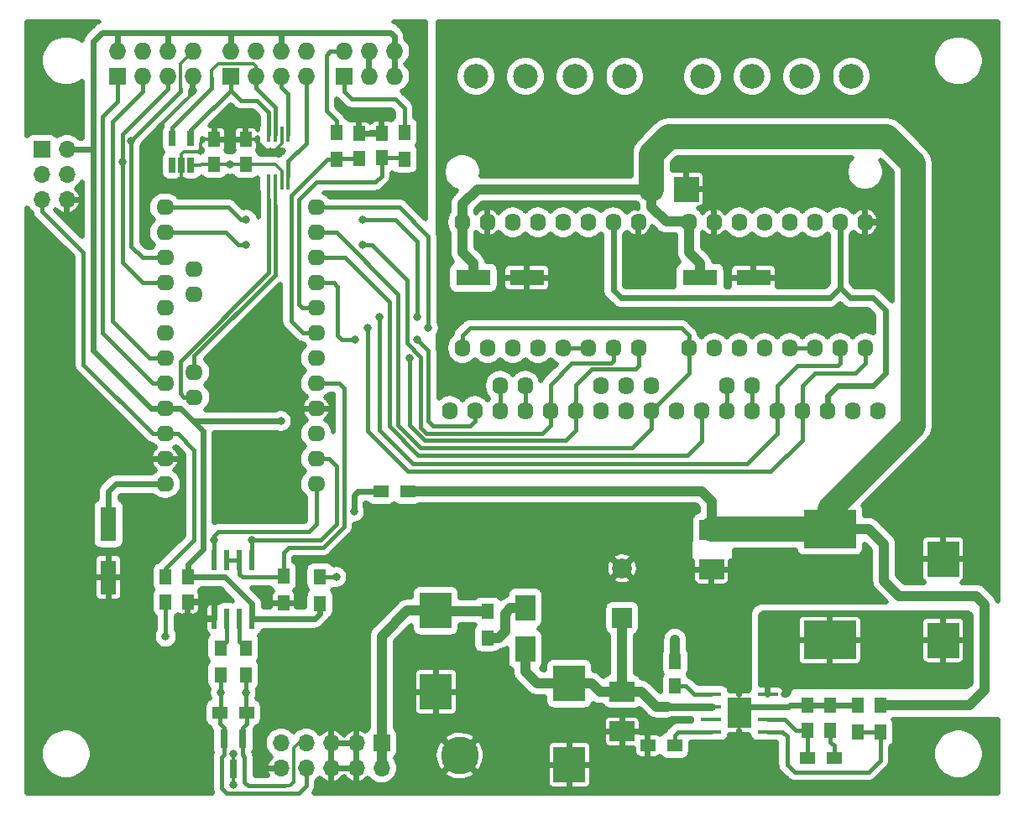
<source format=gbr>
G04 #@! TF.GenerationSoftware,KiCad,Pcbnew,5.1.4+dfsg1-1~bpo10+1*
G04 #@! TF.CreationDate,2019-11-18T10:50:35-07:00*
G04 #@! TF.ProjectId,satnogs_controller,7361746e-6f67-4735-9f63-6f6e74726f6c,C*
G04 #@! TF.SameCoordinates,Original*
G04 #@! TF.FileFunction,Copper,L1,Top*
G04 #@! TF.FilePolarity,Positive*
%FSLAX46Y46*%
G04 Gerber Fmt 4.6, Leading zero omitted, Abs format (unit mm)*
G04 Created by KiCad (PCBNEW 5.1.4+dfsg1-1~bpo10+1) date 2019-11-18 10:50:35*
%MOMM*%
%LPD*%
G04 APERTURE LIST*
%ADD10O,1.800000X1.600000*%
%ADD11C,0.800000*%
%ADD12O,1.600000X1.800000*%
%ADD13C,2.500000*%
%ADD14R,2.500000X2.500000*%
%ADD15R,1.727200X1.727200*%
%ADD16O,1.727200X1.727200*%
%ADD17R,1.250000X1.500000*%
%ADD18R,1.500000X1.300000*%
%ADD19R,1.300000X1.500000*%
%ADD20R,3.500000X1.600000*%
%ADD21R,1.600000X3.500000*%
%ADD22R,0.800000X1.900000*%
%ADD23R,0.650000X1.500000*%
%ADD24R,0.600000X2.000000*%
%ADD25R,2.500000X2.000000*%
%ADD26R,5.300000X3.900000*%
%ADD27R,2.150000X0.450000*%
%ADD28R,2.400000X3.100000*%
%ADD29C,0.400000*%
%ADD30C,3.800000*%
%ADD31R,0.450000X1.600000*%
%ADD32R,2.000000X2.000000*%
%ADD33C,2.000000*%
%ADD34R,2.030000X2.650000*%
%ADD35R,1.700000X1.700000*%
%ADD36O,1.700000X1.700000*%
%ADD37R,3.200000X3.600000*%
%ADD38C,0.600000*%
%ADD39C,0.300000*%
%ADD40C,1.000000*%
%ADD41C,0.400000*%
%ADD42C,2.500000*%
%ADD43C,0.800000*%
%ADD44C,0.500000*%
G04 APERTURE END LIST*
D10*
X121666000Y-89662000D03*
X109347000Y-80899000D03*
X109347000Y-78359000D03*
X109347000Y-67945000D03*
X109347000Y-70485000D03*
X121666000Y-87122000D03*
X121666000Y-84582000D03*
X121666000Y-82042000D03*
X121666000Y-79502000D03*
X121666000Y-76962000D03*
X121666000Y-74422000D03*
X121666000Y-71882000D03*
X121666000Y-69342000D03*
X121666000Y-66802000D03*
X121666000Y-64262000D03*
X121666000Y-61722000D03*
X106426000Y-61722000D03*
X106426000Y-64262000D03*
X106426000Y-66802000D03*
X106426000Y-69342000D03*
X106426000Y-71882000D03*
X106426000Y-74422000D03*
X106426000Y-76962000D03*
X106426000Y-79502000D03*
X106426000Y-82042000D03*
X106426000Y-84582000D03*
X106426000Y-87122000D03*
X106426000Y-89662000D03*
D11*
X143510000Y-120650000D03*
X164211000Y-109093000D03*
X180594000Y-95250000D03*
X186690000Y-92710000D03*
X182880000Y-92710000D03*
X168910000Y-67310000D03*
X146050000Y-67310000D03*
X161925000Y-59817000D03*
X132080000Y-44450000D03*
X93980000Y-66040000D03*
X93980000Y-49530000D03*
X93980000Y-80010000D03*
X93980000Y-95250000D03*
X93980000Y-109220000D03*
X101600000Y-120650000D03*
X117070000Y-56130000D03*
X160528000Y-107569000D03*
X159893000Y-100711000D03*
X162433000Y-107569000D03*
X164211000Y-107569000D03*
X162306000Y-116586000D03*
X163195000Y-100711000D03*
X166497000Y-116586000D03*
X131826000Y-120650000D03*
X162560000Y-120650000D03*
X151130000Y-120650000D03*
X172720000Y-120650000D03*
X182880000Y-120650000D03*
X189230000Y-95250000D03*
X156210000Y-44450000D03*
X180340000Y-44450000D03*
X189230000Y-52070000D03*
X168910000Y-68580000D03*
X189230000Y-66040000D03*
X159004000Y-57150000D03*
X146050000Y-68580000D03*
X189230000Y-80010000D03*
X127635000Y-52070000D03*
D12*
X178308000Y-82296000D03*
D13*
X155498800Y-59893200D03*
D14*
X158998920Y-59893200D03*
D12*
X175768000Y-82296000D03*
X173228000Y-82296000D03*
X170688000Y-82296000D03*
X168148000Y-82296000D03*
X165608000Y-82296000D03*
X163068000Y-82296000D03*
X160528000Y-82296000D03*
X157988000Y-82296000D03*
X155448000Y-82296000D03*
X152908000Y-82296000D03*
X150368000Y-82296000D03*
X147828000Y-82296000D03*
X145288000Y-82296000D03*
X142748000Y-82296000D03*
X140208000Y-82296000D03*
X137668000Y-82296000D03*
X135128000Y-82296000D03*
X140208000Y-79756000D03*
X142748000Y-79756000D03*
X150368000Y-79756000D03*
X152908000Y-79756000D03*
X155448000Y-79756000D03*
X163068000Y-79756000D03*
X165608000Y-79756000D03*
X154161715Y-63227349D03*
X151621715Y-63227349D03*
X149098000Y-63246000D03*
X146558000Y-63246000D03*
X144018000Y-63246000D03*
X141478000Y-63246000D03*
X138938000Y-63246000D03*
X136398000Y-63246000D03*
X136398000Y-75946000D03*
X138938000Y-75946000D03*
X141478000Y-75946000D03*
X144018000Y-75946000D03*
X146558000Y-75946000D03*
X149098000Y-75946000D03*
X151638000Y-75946000D03*
X154178000Y-75946000D03*
X177021715Y-63227349D03*
X174481715Y-63227349D03*
X171958000Y-63246000D03*
X169418000Y-63246000D03*
X166878000Y-63246000D03*
X164338000Y-63246000D03*
X161798000Y-63246000D03*
X159258000Y-63246000D03*
X159258000Y-75946000D03*
X161798000Y-75946000D03*
X164338000Y-75946000D03*
X166878000Y-75946000D03*
X169418000Y-75946000D03*
X171958000Y-75946000D03*
X174498000Y-75946000D03*
X177038000Y-75946000D03*
D15*
X113030000Y-48514000D03*
D16*
X113030000Y-45974000D03*
X115570000Y-48514000D03*
X115570000Y-45974000D03*
X118110000Y-48514000D03*
X118110000Y-45974000D03*
X120650000Y-48514000D03*
X120650000Y-45974000D03*
D17*
X108712000Y-99080000D03*
X108712000Y-101580000D03*
D15*
X124460000Y-48514000D03*
D16*
X124460000Y-45974000D03*
X127000000Y-48514000D03*
X127000000Y-45974000D03*
X129540000Y-48514000D03*
X129540000Y-45974000D03*
D18*
X114634000Y-112776000D03*
X111934000Y-112776000D03*
D19*
X114554000Y-106219000D03*
X114554000Y-108919000D03*
X112014000Y-108919000D03*
X112014000Y-106219000D03*
X138938000Y-102489000D03*
X138938000Y-105189000D03*
D17*
X157861000Y-110089000D03*
X157861000Y-107589000D03*
X173482000Y-114514000D03*
X173482000Y-112014000D03*
X171196000Y-114514000D03*
X171196000Y-112014000D03*
D18*
X157814000Y-116078000D03*
X155114000Y-116078000D03*
X171196000Y-117348000D03*
X173896000Y-117348000D03*
D19*
X178562000Y-112014000D03*
X178562000Y-114714000D03*
X176276000Y-114714000D03*
X176276000Y-112014000D03*
D17*
X128270000Y-54249000D03*
X128270000Y-56749000D03*
X125984000Y-56769000D03*
X125984000Y-54269000D03*
D19*
X130556000Y-56849000D03*
X130556000Y-54149000D03*
X123698000Y-54149000D03*
X123698000Y-56849000D03*
D18*
X130890000Y-90424000D03*
X128190000Y-90424000D03*
D17*
X114554000Y-54884000D03*
X114554000Y-57384000D03*
D20*
X137508000Y-68834000D03*
X142908000Y-68834000D03*
X160368000Y-68834000D03*
X165768000Y-68834000D03*
D21*
X100711000Y-93693000D03*
X100711000Y-99093000D03*
D15*
X101600000Y-48514000D03*
D16*
X101600000Y-45974000D03*
X104140000Y-48514000D03*
X104140000Y-45974000D03*
X106680000Y-48514000D03*
X106680000Y-45974000D03*
X109220000Y-48514000D03*
X109220000Y-45974000D03*
D17*
X106489500Y-99080000D03*
X106489500Y-101580000D03*
D22*
X114234000Y-115403500D03*
X112334000Y-115403500D03*
X113284000Y-118403500D03*
D19*
X118364000Y-98980000D03*
X118364000Y-101680000D03*
D23*
X107127000Y-57484000D03*
X108077000Y-57484000D03*
X109027000Y-57484000D03*
X109027000Y-54784000D03*
X107127000Y-54784000D03*
D24*
X115189000Y-97380000D03*
X113919000Y-97380000D03*
X112649000Y-97380000D03*
X111379000Y-97380000D03*
X111379000Y-103280000D03*
X112649000Y-103280000D03*
X113919000Y-103280000D03*
X115189000Y-103280000D03*
D25*
X152527000Y-110649000D03*
X152527000Y-114649000D03*
X161544000Y-94298000D03*
X161544000Y-98298000D03*
D26*
X173482000Y-105434000D03*
X173482000Y-94234000D03*
D27*
X161463000Y-110871000D03*
X161463000Y-112141000D03*
X161463000Y-113411000D03*
X161463000Y-114681000D03*
X167213000Y-114681000D03*
X167213000Y-113411000D03*
X167213000Y-112141000D03*
X167213000Y-110871000D03*
D28*
X164338000Y-112776000D03*
D29*
X164988000Y-114076000D03*
X164988000Y-112776000D03*
X163688000Y-114076000D03*
X163688000Y-112776000D03*
X164988000Y-111476000D03*
X163688000Y-111476000D03*
D30*
X136144000Y-117094000D03*
D31*
X116881000Y-59182000D03*
X117531000Y-59182000D03*
X118181000Y-59182000D03*
X118831000Y-59182000D03*
X118831000Y-54382000D03*
X118181000Y-54382000D03*
X117531000Y-54382000D03*
X116881000Y-54382000D03*
D17*
X111379000Y-57384000D03*
X111379000Y-54884000D03*
D13*
X137788000Y-48514000D03*
X142788000Y-48514000D03*
X152788000Y-48514000D03*
X147788000Y-48514000D03*
X160648000Y-48514000D03*
X165648000Y-48514000D03*
X175648000Y-48514000D03*
X170648000Y-48514000D03*
D32*
X152527000Y-103171000D03*
D33*
X152527000Y-98171000D03*
D34*
X142748000Y-102177000D03*
X142748000Y-106357000D03*
D35*
X93980000Y-55880000D03*
D36*
X96520000Y-55880000D03*
X93980000Y-58420000D03*
X96520000Y-58420000D03*
X93980000Y-60960000D03*
X96520000Y-60960000D03*
D35*
X128270000Y-115824000D03*
D36*
X128270000Y-118364000D03*
X125730000Y-115824000D03*
X125730000Y-118364000D03*
X123190000Y-115824000D03*
X123190000Y-118364000D03*
X120650000Y-115824000D03*
X120650000Y-118364000D03*
X118110000Y-115824000D03*
X118110000Y-118364000D03*
D37*
X133731000Y-110653000D03*
X133731000Y-102453000D03*
X147193000Y-118019000D03*
X147193000Y-109819000D03*
X184912000Y-97246000D03*
X184912000Y-105446000D03*
D19*
X122047000Y-101727000D03*
X122047000Y-99027000D03*
D11*
X118110000Y-83312000D03*
X112966500Y-57384000D03*
X113284000Y-116903500D03*
X113284000Y-120078500D03*
X111379000Y-95313500D03*
X123698002Y-99060000D03*
X115189000Y-95313500D03*
X112014000Y-110744000D03*
X114554000Y-110744000D03*
X132969000Y-73914000D03*
X126873000Y-73914000D03*
X128016000Y-72771000D03*
X131826000Y-72771000D03*
X114617500Y-62992000D03*
X126365000Y-62992000D03*
X131064000Y-76962000D03*
X114617500Y-65532000D03*
X126365000Y-65532000D03*
X102108000Y-57150000D03*
X157861000Y-105410000D03*
X167513000Y-105410000D03*
X102997000Y-54991000D03*
X125476000Y-92455992D03*
X106489500Y-105092500D03*
X125603000Y-75057000D03*
X131826000Y-75057000D03*
D38*
X115189000Y-103280000D02*
X121510000Y-103280000D01*
X121510000Y-103280000D02*
X122047000Y-102743000D01*
X122047000Y-102743000D02*
X122047000Y-101727000D01*
X101600000Y-44069000D02*
X100076000Y-44069000D01*
X100076000Y-44069000D02*
X99187000Y-44958000D01*
X99187000Y-44958000D02*
X99187000Y-55880000D01*
X99187000Y-55880000D02*
X99187000Y-76200000D01*
X96520000Y-55880000D02*
X99187000Y-55880000D01*
D39*
X118181000Y-59182000D02*
X118181000Y-58039000D01*
X117526000Y-57384000D02*
X118181000Y-58039000D01*
X114554000Y-57384000D02*
X117526000Y-57384000D01*
D38*
X129159000Y-44069000D02*
X129540000Y-44450000D01*
X129540000Y-44450000D02*
X129540000Y-45974000D01*
X118110000Y-44069000D02*
X129159000Y-44069000D01*
X113030000Y-44069000D02*
X118110000Y-44069000D01*
X106680000Y-44069000D02*
X113030000Y-44069000D01*
X101600000Y-44069000D02*
X106680000Y-44069000D01*
X118110000Y-45974000D02*
X118110000Y-44069000D01*
X113030000Y-45974000D02*
X113030000Y-44069000D01*
X106680000Y-45974000D02*
X106680000Y-44069000D01*
X99187000Y-76200000D02*
X105029000Y-82042000D01*
X105029000Y-82042000D02*
X106426000Y-82042000D01*
X101600000Y-45974000D02*
X101600000Y-44069000D01*
X118110000Y-83312000D02*
X109220000Y-83312000D01*
D39*
X111379000Y-57384000D02*
X110129000Y-57384000D01*
X112966500Y-57384000D02*
X111379000Y-57384000D01*
X114554000Y-57384000D02*
X112966500Y-57384000D01*
X109027000Y-57484000D02*
X110029000Y-57484000D01*
X110029000Y-57484000D02*
X110129000Y-57384000D01*
D38*
X108712000Y-99080000D02*
X112478500Y-99080000D01*
X112478500Y-99080000D02*
X115189000Y-101790500D01*
X115189000Y-101790500D02*
X115189000Y-103280000D01*
X108712000Y-99080000D02*
X108712000Y-97790000D01*
X108712000Y-97790000D02*
X110236000Y-96266000D01*
X110236000Y-96266000D02*
X110236000Y-84328000D01*
X110236000Y-84328000D02*
X109220000Y-83312000D01*
X129540000Y-48514000D02*
X129540000Y-45974000D01*
X109220000Y-83312000D02*
X107950000Y-82042000D01*
X107950000Y-82042000D02*
X106426000Y-82042000D01*
X174498000Y-69850000D02*
X173482000Y-70866000D01*
X173482000Y-70866000D02*
X152400000Y-70866000D01*
X152400000Y-70866000D02*
X151621715Y-70087715D01*
X151621715Y-70087715D02*
X151621715Y-63227349D01*
X173228000Y-82296000D02*
X173228000Y-80772000D01*
X173228000Y-80772000D02*
X174244000Y-79756000D01*
X174244000Y-79756000D02*
X177800000Y-79756000D01*
X177800000Y-79756000D02*
X179070000Y-78486000D01*
X179070000Y-72136000D02*
X177800000Y-70866000D01*
X179070000Y-78486000D02*
X179070000Y-72136000D01*
X177800000Y-70866000D02*
X175514000Y-70866000D01*
X175514000Y-70866000D02*
X174498000Y-69850000D01*
X174498000Y-69850000D02*
X174481715Y-69833715D01*
X174481715Y-69833715D02*
X174481715Y-63227349D01*
X167213000Y-112141000D02*
X164973000Y-112141000D01*
X164973000Y-112141000D02*
X164338000Y-112776000D01*
D39*
X109982000Y-55245000D02*
X110343000Y-54884000D01*
X110343000Y-54884000D02*
X110724000Y-54884000D01*
X109982000Y-56007000D02*
X109982000Y-55245000D01*
X109855000Y-56134000D02*
X109982000Y-56007000D01*
X109474000Y-56134000D02*
X109855000Y-56134000D01*
X108077000Y-57484000D02*
X108077000Y-56388000D01*
X108331000Y-56134000D02*
X109474000Y-56134000D01*
X108077000Y-56388000D02*
X108331000Y-56134000D01*
X110724000Y-54884000D02*
X111379000Y-54884000D01*
D38*
X173482000Y-112014000D02*
X176276000Y-112014000D01*
X171196000Y-112014000D02*
X173482000Y-112014000D01*
X169291000Y-112141000D02*
X169418000Y-112014000D01*
X169418000Y-112014000D02*
X171196000Y-112014000D01*
X167213000Y-112141000D02*
X169291000Y-112141000D01*
D39*
X105283000Y-54102000D02*
X109220000Y-50165000D01*
X109220000Y-50165000D02*
X109220000Y-48514000D01*
X105283000Y-58674000D02*
X105283000Y-54102000D01*
X105918000Y-59309000D02*
X105283000Y-58674000D01*
X107569000Y-59309000D02*
X105918000Y-59309000D01*
X108077000Y-58801000D02*
X107569000Y-59309000D01*
X108077000Y-57484000D02*
X108077000Y-58801000D01*
X118181000Y-55301000D02*
X118181000Y-54382000D01*
X114554000Y-54884000D02*
X115479000Y-54884000D01*
X115479000Y-54884000D02*
X116729000Y-56134000D01*
X111379000Y-54884000D02*
X114554000Y-54884000D01*
X118181000Y-55047000D02*
X118181000Y-53734000D01*
X113284000Y-118403500D02*
X113284000Y-116903500D01*
X113284000Y-118594000D02*
X113284000Y-120078500D01*
X117348000Y-56134000D02*
X118181000Y-55301000D01*
X116729000Y-56134000D02*
X116782315Y-56134000D01*
X116782315Y-56134000D02*
X117348000Y-56134000D01*
D40*
X138938000Y-102489000D02*
X133767000Y-102489000D01*
X133767000Y-102489000D02*
X133731000Y-102453000D01*
X128270000Y-105029000D02*
X130846000Y-102453000D01*
X130846000Y-102453000D02*
X133731000Y-102453000D01*
X128270000Y-115824000D02*
X128270000Y-105029000D01*
X128270000Y-118364000D02*
X128270000Y-115824000D01*
D41*
X111379000Y-97380000D02*
X111379000Y-95313500D01*
X111379000Y-95313500D02*
X111379000Y-94932500D01*
X111379000Y-94932500D02*
X111823500Y-94488000D01*
X111823500Y-94488000D02*
X120904000Y-94488000D01*
X120904000Y-94488000D02*
X121666000Y-93726000D01*
X121666000Y-93726000D02*
X121666000Y-89662000D01*
X118364000Y-98980000D02*
X118364000Y-96583500D01*
X123952000Y-79502000D02*
X121666000Y-79502000D01*
X118364000Y-96583500D02*
X118872000Y-96075500D01*
X118872000Y-96075500D02*
X122364500Y-96075500D01*
X122364500Y-96075500D02*
X124460000Y-93980000D01*
X124460000Y-93980000D02*
X124460000Y-80010000D01*
X124460000Y-80010000D02*
X123952000Y-79502000D01*
X113919000Y-97380000D02*
X113919000Y-98780000D01*
X113919000Y-98780000D02*
X114199000Y-99060000D01*
X114199000Y-99060000D02*
X118284000Y-99060000D01*
X112649000Y-97380000D02*
X113919000Y-97380000D01*
X122047000Y-99060000D02*
X123698002Y-99060000D01*
X115189000Y-95313500D02*
X122110500Y-95313500D01*
X122110500Y-95313500D02*
X123698000Y-93726000D01*
X123698000Y-93726000D02*
X123698000Y-87884000D01*
X123698000Y-87884000D02*
X122936000Y-87122000D01*
X122936000Y-87122000D02*
X121666000Y-87122000D01*
X115189000Y-97380000D02*
X115189000Y-95313500D01*
X120650000Y-118364000D02*
X120650000Y-120142000D01*
X120650000Y-120142000D02*
X119888000Y-120904000D01*
X119888000Y-120904000D02*
X112649000Y-120904000D01*
X112649000Y-120904000D02*
X112141000Y-120396000D01*
X112141000Y-120396000D02*
X112141000Y-117221000D01*
X120650000Y-118364000D02*
X120650000Y-118110000D01*
X112014000Y-110744000D02*
X112014000Y-112696000D01*
X112014000Y-112696000D02*
X111934000Y-112776000D01*
X112014000Y-110744000D02*
X112014000Y-108919000D01*
X112334000Y-115403500D02*
X112334000Y-114302500D01*
X112334000Y-114302500D02*
X111934000Y-113902500D01*
X111934000Y-113902500D02*
X111934000Y-112776000D01*
X112334000Y-117028000D02*
X112334000Y-115403500D01*
X112141000Y-117221000D02*
X112334000Y-117028000D01*
X111934000Y-108999000D02*
X112014000Y-108919000D01*
X114554000Y-110744000D02*
X114554000Y-112696000D01*
X114554000Y-112696000D02*
X114634000Y-112776000D01*
X114554000Y-110744000D02*
X114554000Y-108919000D01*
X114234000Y-114302500D02*
X114634000Y-113902500D01*
X114634000Y-113902500D02*
X114634000Y-112776000D01*
X114234000Y-115403500D02*
X114234000Y-114302500D01*
X114234000Y-117028000D02*
X114234000Y-115403500D01*
X114808000Y-120142000D02*
X114427000Y-119761000D01*
X114427000Y-119761000D02*
X114427000Y-117221000D01*
X114427000Y-117221000D02*
X114234000Y-117028000D01*
X114634000Y-108999000D02*
X114554000Y-108919000D01*
X118491000Y-120142000D02*
X114808000Y-120142000D01*
D39*
X120650000Y-115824000D02*
X119888000Y-115824000D01*
X119888000Y-115824000D02*
X119380000Y-116332000D01*
X119380000Y-116332000D02*
X119380000Y-119761000D01*
X119380000Y-119761000D02*
X118999000Y-120142000D01*
X118999000Y-120142000D02*
X118491000Y-120142000D01*
D41*
X128270000Y-56749000D02*
X128270000Y-58547000D01*
X128270000Y-58547000D02*
X127635000Y-59182000D01*
X119888000Y-71501000D02*
X120269000Y-71882000D01*
X127635000Y-59182000D02*
X121666000Y-59182000D01*
X121666000Y-59182000D02*
X119888000Y-60960000D01*
X119888000Y-60960000D02*
X119888000Y-71501000D01*
X120269000Y-71882000D02*
X121666000Y-71882000D01*
X128270000Y-56749000D02*
X130456000Y-56749000D01*
X130456000Y-56749000D02*
X130556000Y-56849000D01*
X123698000Y-56849000D02*
X122792500Y-56849000D01*
X120366000Y-74422000D02*
X121666000Y-74422000D01*
X122792500Y-56849000D02*
X119126000Y-60515500D01*
X119126000Y-60515500D02*
X119126000Y-73182000D01*
X119126000Y-73182000D02*
X120366000Y-74422000D01*
X125984000Y-56769000D02*
X123778000Y-56769000D01*
X123778000Y-56769000D02*
X123698000Y-56849000D01*
X132969000Y-73914000D02*
X132969000Y-64643000D01*
X132969000Y-64643000D02*
X130048000Y-61722000D01*
X130048000Y-61722000D02*
X121666000Y-61722000D01*
X126873000Y-73914000D02*
X126873000Y-84328000D01*
X126873000Y-84328000D02*
X130937000Y-88392000D01*
X130937000Y-88392000D02*
X167513000Y-88392000D01*
X167513000Y-88392000D02*
X170688000Y-85217000D01*
X170688000Y-85217000D02*
X170688000Y-82296000D01*
X170688000Y-79756000D02*
X170688000Y-82296000D01*
X170688000Y-79756000D02*
X171958000Y-78486000D01*
X171958000Y-78486000D02*
X176022000Y-78486000D01*
X176022000Y-78486000D02*
X177038000Y-77470000D01*
X177038000Y-77470000D02*
X177038000Y-75946000D01*
X128016000Y-72771000D02*
X128016000Y-84201000D01*
X128016000Y-84201000D02*
X131445000Y-87630000D01*
X131445000Y-87630000D02*
X165100000Y-87630000D01*
X165100000Y-87630000D02*
X168148000Y-84582000D01*
X168148000Y-84582000D02*
X168148000Y-82296000D01*
X168148000Y-82296000D02*
X168148000Y-79756000D01*
X168148000Y-79756000D02*
X170180000Y-77724000D01*
X170180000Y-77724000D02*
X174244000Y-77724000D01*
X174244000Y-77724000D02*
X174498000Y-77470000D01*
X174498000Y-77470000D02*
X174498000Y-75946000D01*
X131826000Y-72771000D02*
X131826000Y-65151000D01*
X131826000Y-65151000D02*
X129667000Y-62992000D01*
X129667000Y-62992000D02*
X126365000Y-62992000D01*
X114617500Y-62992000D02*
X114046000Y-62992000D01*
X114046000Y-62992000D02*
X112776000Y-61722000D01*
X112776000Y-61722000D02*
X106426000Y-61722000D01*
X121666000Y-64262000D02*
X123698000Y-64262000D01*
X123698000Y-64262000D02*
X129921000Y-70485000D01*
X129921000Y-70485000D02*
X129921000Y-83693000D01*
X129921000Y-83693000D02*
X132207000Y-85979000D01*
X132207000Y-85979000D02*
X153543000Y-85979000D01*
X153543000Y-85979000D02*
X155448000Y-84074000D01*
X155448000Y-84074000D02*
X155448000Y-82296000D01*
X159258000Y-75946000D02*
X159258000Y-74676000D01*
X159258000Y-74676000D02*
X158496000Y-73914000D01*
X158496000Y-73914000D02*
X137160000Y-73914000D01*
X136398000Y-74676000D02*
X136398000Y-75946000D01*
X137160000Y-73914000D02*
X136398000Y-74676000D01*
X155448000Y-82296000D02*
X159258000Y-78486000D01*
X159258000Y-78486000D02*
X159258000Y-75946000D01*
X147828000Y-82296000D02*
X147828000Y-79692500D01*
X147828000Y-79692500D02*
X149450489Y-78070011D01*
X149450489Y-78070011D02*
X153831989Y-78070011D01*
X153831989Y-78070011D02*
X154178000Y-77724000D01*
X154178000Y-77724000D02*
X154178000Y-75946000D01*
X147828000Y-82296000D02*
X147828000Y-84201000D01*
X147828000Y-84201000D02*
X146812000Y-85217000D01*
X132588000Y-85217000D02*
X131064000Y-83693000D01*
X131064000Y-83693000D02*
X131064000Y-76962000D01*
X146812000Y-85217000D02*
X132588000Y-85217000D01*
X145288000Y-82296000D02*
X145288000Y-83693000D01*
X132807011Y-84547011D02*
X132207000Y-83947000D01*
X145288000Y-83693000D02*
X144433989Y-84547011D01*
X144433989Y-84547011D02*
X132807011Y-84547011D01*
X132207000Y-83947000D02*
X132207000Y-76835000D01*
X132207000Y-76835000D02*
X130810000Y-75438000D01*
X130810000Y-75438000D02*
X130810000Y-69088000D01*
X127254000Y-65532000D02*
X126365000Y-65532000D01*
X130810000Y-69088000D02*
X127254000Y-65532000D01*
X114617500Y-65532000D02*
X113792000Y-65532000D01*
X113792000Y-65532000D02*
X112522000Y-64262000D01*
X112522000Y-64262000D02*
X106426000Y-64262000D01*
X145288000Y-82296000D02*
X145288000Y-79629000D01*
X145288000Y-79629000D02*
X147447000Y-77470000D01*
X147447000Y-77470000D02*
X151384000Y-77470000D01*
X151384000Y-77470000D02*
X151638000Y-77216000D01*
X151638000Y-77216000D02*
X151638000Y-75946000D01*
X116881000Y-53734000D02*
X116881000Y-53340000D01*
X116881000Y-53340000D02*
X116881000Y-52111000D01*
X116881000Y-54382000D02*
X116881000Y-53340000D01*
X116881000Y-52111000D02*
X115697000Y-50927000D01*
X115697000Y-50927000D02*
X114046000Y-50927000D01*
X114046000Y-50927000D02*
X113030000Y-49911000D01*
X109027000Y-54784000D02*
X109027000Y-53914000D01*
X109027000Y-53914000D02*
X109601000Y-53340000D01*
X109601000Y-53340000D02*
X113030000Y-49911000D01*
X113030000Y-49911000D02*
X113030000Y-48514000D01*
X117531000Y-53734000D02*
X117531000Y-52959000D01*
X117531000Y-52959000D02*
X117531000Y-51618000D01*
X117531000Y-54382000D02*
X117531000Y-52959000D01*
D39*
X115570000Y-48514000D02*
X115570000Y-47498000D01*
X115570000Y-47498000D02*
X115316000Y-47244000D01*
X115316000Y-47244000D02*
X111760000Y-47244000D01*
X111760000Y-47244000D02*
X111125000Y-47879000D01*
X111125000Y-47879000D02*
X111125000Y-48641000D01*
D41*
X107127000Y-54784000D02*
X107127000Y-53655000D01*
X107127000Y-53655000D02*
X111125000Y-49657000D01*
X111125000Y-49657000D02*
X111125000Y-48641000D01*
X117531000Y-51618000D02*
X115570000Y-49657000D01*
X115570000Y-49657000D02*
X115570000Y-48514000D01*
X101600000Y-48514000D02*
X101600000Y-51054000D01*
X101600000Y-51054000D02*
X100076000Y-52578000D01*
X100076000Y-52578000D02*
X100076000Y-74422000D01*
X100076000Y-74422000D02*
X105156000Y-79502000D01*
X105156000Y-79502000D02*
X106426000Y-79502000D01*
X104140000Y-48514000D02*
X104140000Y-50038000D01*
X104140000Y-50038000D02*
X101092000Y-53086000D01*
X101092000Y-53086000D02*
X101092000Y-73215500D01*
X101092000Y-73215500D02*
X104838500Y-76962000D01*
X104838500Y-76962000D02*
X106426000Y-76962000D01*
D40*
X161544000Y-91440000D02*
X161544000Y-94298000D01*
X160528000Y-90424000D02*
X161544000Y-91440000D01*
X130890000Y-90424000D02*
X160528000Y-90424000D01*
X178562000Y-112014000D02*
X187579000Y-112014000D01*
X187579000Y-112014000D02*
X189103000Y-110490000D01*
X173482000Y-94234000D02*
X177419000Y-94234000D01*
X177419000Y-94234000D02*
X178943000Y-95758000D01*
X188214000Y-100965000D02*
X189103000Y-101854000D01*
X178943000Y-95758000D02*
X178943000Y-99441000D01*
X178943000Y-99441000D02*
X180467000Y-100965000D01*
X180467000Y-100965000D02*
X188214000Y-100965000D01*
X189103000Y-101854000D02*
X189103000Y-110490000D01*
D42*
X173482000Y-94234000D02*
X161608000Y-94234000D01*
D40*
X161608000Y-94234000D02*
X161544000Y-94298000D01*
D42*
X155498800Y-59893200D02*
X155498800Y-56337200D01*
X155498800Y-56337200D02*
X157226000Y-54610000D01*
X157226000Y-54610000D02*
X179197000Y-54610000D01*
X179197000Y-54610000D02*
X181864000Y-57277000D01*
X181864000Y-57277000D02*
X181864000Y-83820000D01*
X181864000Y-83820000D02*
X173482000Y-92202000D01*
X173482000Y-92202000D02*
X173482000Y-94234000D01*
D40*
X160368000Y-67404000D02*
X160368000Y-68834000D01*
X155498800Y-59893200D02*
X155498800Y-61709300D01*
X155498800Y-61709300D02*
X156972000Y-63182500D01*
X156972000Y-63182500D02*
X159194500Y-63182500D01*
X155498800Y-59893200D02*
X137909300Y-59893200D01*
X137909300Y-59893200D02*
X136398000Y-61404500D01*
X136398000Y-61404500D02*
X136398000Y-63246000D01*
X160368000Y-67404000D02*
X159258000Y-66294000D01*
X159258000Y-66294000D02*
X159258000Y-63246000D01*
X137508000Y-67404000D02*
X136398000Y-66294000D01*
X136398000Y-66294000D02*
X136398000Y-63246000D01*
X137508000Y-68834000D02*
X137508000Y-67404000D01*
X141282000Y-102177000D02*
X140716000Y-102743000D01*
X140716000Y-102743000D02*
X140716000Y-104521000D01*
X142748000Y-102177000D02*
X141282000Y-102177000D01*
X140048000Y-105189000D02*
X140716000Y-104521000D01*
X138938000Y-105189000D02*
X140048000Y-105189000D01*
D41*
X102108000Y-57150000D02*
X102108000Y-54356000D01*
X102108000Y-67310000D02*
X102108000Y-57150000D01*
X106426000Y-69342000D02*
X104140000Y-69342000D01*
X104140000Y-69342000D02*
X102108000Y-67310000D01*
X102108000Y-54356000D02*
X106680000Y-49784000D01*
X106680000Y-49784000D02*
X106680000Y-48514000D01*
X169418000Y-75946000D02*
X171958000Y-75946000D01*
X146558000Y-75946000D02*
X149098000Y-75946000D01*
X165608000Y-82296000D02*
X165608000Y-79756000D01*
X163068000Y-82296000D02*
X163068000Y-79756000D01*
X142748000Y-82296000D02*
X142748000Y-79756000D01*
X140208000Y-82296000D02*
X140208000Y-79756000D01*
X173482000Y-115684000D02*
X173482000Y-114514000D01*
X173482000Y-115684000D02*
X173896000Y-116098000D01*
X173896000Y-116098000D02*
X173896000Y-117348000D01*
X178562000Y-117602000D02*
X178562000Y-114714000D01*
X176276000Y-114714000D02*
X178562000Y-114714000D01*
X167213000Y-114681000D02*
X168688000Y-114681000D01*
X168688000Y-114681000D02*
X169164000Y-115157000D01*
X169164000Y-115157000D02*
X169164000Y-117983000D01*
X169164000Y-117983000D02*
X169926000Y-118745000D01*
X169926000Y-118745000D02*
X177419000Y-118745000D01*
X177419000Y-118745000D02*
X178562000Y-117602000D01*
D40*
X152527000Y-110649000D02*
X152527000Y-103171000D01*
X147193000Y-109819000D02*
X143982000Y-109819000D01*
X143982000Y-109819000D02*
X142748000Y-108585000D01*
X142748000Y-106357000D02*
X142748000Y-108585000D01*
D43*
X157099000Y-112141000D02*
X161544000Y-112141000D01*
D40*
X155956000Y-112141000D02*
X157099000Y-112141000D01*
X154464000Y-110649000D02*
X155956000Y-112141000D01*
X152527000Y-110649000D02*
X154464000Y-110649000D01*
X149443000Y-109819000D02*
X150273000Y-110649000D01*
X150273000Y-110649000D02*
X152527000Y-110649000D01*
X147193000Y-109819000D02*
X149443000Y-109819000D01*
D41*
X158984000Y-110089000D02*
X159766000Y-110871000D01*
X159766000Y-110871000D02*
X161463000Y-110871000D01*
X157861000Y-110089000D02*
X158984000Y-110089000D01*
D40*
X157861000Y-105410000D02*
X157861000Y-107589000D01*
D41*
X171196000Y-114514000D02*
X171196000Y-117348000D01*
X168910000Y-113411000D02*
X170013000Y-114514000D01*
X170013000Y-114514000D02*
X171196000Y-114514000D01*
X167213000Y-113411000D02*
X168910000Y-113411000D01*
X157814000Y-116078000D02*
X157814000Y-115028000D01*
X158161000Y-114681000D02*
X159988000Y-114681000D01*
X157814000Y-115028000D02*
X158161000Y-114681000D01*
X159988000Y-114681000D02*
X161463000Y-114681000D01*
X118831000Y-58534000D02*
X118831000Y-57531000D01*
X118831000Y-57531000D02*
X118831000Y-57064000D01*
D39*
X118831000Y-59182000D02*
X118831000Y-57531000D01*
D41*
X118831000Y-57064000D02*
X120650000Y-55245000D01*
X120650000Y-55245000D02*
X120650000Y-48514000D01*
X118831000Y-54382000D02*
X118831000Y-50314500D01*
X118831000Y-50314500D02*
X118110000Y-49593500D01*
X118110000Y-49593500D02*
X118110000Y-48514000D01*
D39*
X117531000Y-61539000D02*
X117531000Y-60269000D01*
X117531000Y-60269000D02*
X117531000Y-59182000D01*
D41*
X109347000Y-78359000D02*
X109347000Y-76708000D01*
X109347000Y-76708000D02*
X117531000Y-68524000D01*
X117531000Y-68524000D02*
X117531000Y-62428000D01*
X117531000Y-62428000D02*
X117531000Y-61539000D01*
D39*
X116881000Y-60919000D02*
X116881000Y-59182000D01*
D41*
X116881000Y-60919000D02*
X116881000Y-68325458D01*
X116881000Y-68325458D02*
X107950000Y-77256458D01*
X107950000Y-77256458D02*
X107950000Y-80518000D01*
X107950000Y-80518000D02*
X108331000Y-80899000D01*
X108331000Y-80899000D02*
X109347000Y-80899000D01*
X107950000Y-49784000D02*
X107950000Y-50038000D01*
X107950000Y-50038000D02*
X102997000Y-54991000D01*
X102997000Y-54991000D02*
X102997000Y-65659000D01*
X102997000Y-65659000D02*
X104140000Y-66802000D01*
X104140000Y-66802000D02*
X106426000Y-66802000D01*
D39*
X107950000Y-47244000D02*
X109220000Y-45974000D01*
X107950000Y-49784000D02*
X107950000Y-47244000D01*
D38*
X125857000Y-90424000D02*
X128190000Y-90424000D01*
X125476000Y-90805000D02*
X125857000Y-90424000D01*
X125476000Y-92455992D02*
X125476000Y-90805000D01*
X100711000Y-93693000D02*
X100711000Y-90424000D01*
X100711000Y-90424000D02*
X101473000Y-89662000D01*
X101473000Y-89662000D02*
X106426000Y-89662000D01*
X125476008Y-92456000D02*
X125476000Y-92455992D01*
D41*
X106489500Y-105092500D02*
X106489500Y-101580000D01*
X130556000Y-54149000D02*
X130556000Y-51689000D01*
X130556000Y-51689000D02*
X129667000Y-50800000D01*
X129667000Y-50800000D02*
X125222000Y-50800000D01*
X125222000Y-50800000D02*
X124460000Y-50038000D01*
X124460000Y-50038000D02*
X124460000Y-48514000D01*
X123698000Y-54149000D02*
X123698000Y-52999000D01*
X123698000Y-52999000D02*
X122682000Y-51983000D01*
X122682000Y-51983000D02*
X122682000Y-46355000D01*
X122682000Y-46355000D02*
X123063000Y-45974000D01*
X123063000Y-45974000D02*
X124460000Y-45974000D01*
X113919000Y-103280000D02*
X113919000Y-105584000D01*
X113919000Y-105584000D02*
X114554000Y-106219000D01*
X112649000Y-103280000D02*
X112649000Y-105584000D01*
X112649000Y-105584000D02*
X112014000Y-106219000D01*
X160528000Y-82296000D02*
X160528000Y-85344000D01*
X160528000Y-85344000D02*
X159131000Y-86741000D01*
X124587000Y-66802000D02*
X121666000Y-66802000D01*
X159131000Y-86741000D02*
X131953000Y-86741000D01*
X131953000Y-86741000D02*
X129032000Y-83820000D01*
X129032000Y-83820000D02*
X129032000Y-71247000D01*
X129032000Y-71247000D02*
X124587000Y-66802000D01*
X124206000Y-75057000D02*
X125603000Y-75057000D01*
X123825000Y-74676000D02*
X124206000Y-75057000D01*
X123825000Y-69723000D02*
X123825000Y-74676000D01*
X121666000Y-69342000D02*
X123444000Y-69342000D01*
X123444000Y-69342000D02*
X123825000Y-69723000D01*
X131826000Y-75057000D02*
X132969000Y-76200000D01*
X137668000Y-83312000D02*
X137668000Y-82296000D01*
X132969000Y-76200000D02*
X132969000Y-83312000D01*
X132969000Y-83312000D02*
X133477000Y-83820000D01*
X133477000Y-83820000D02*
X137160000Y-83820000D01*
X137160000Y-83820000D02*
X137668000Y-83312000D01*
X93980000Y-60960000D02*
X93980000Y-62103000D01*
X93980000Y-62103000D02*
X98171000Y-66294000D01*
X98171000Y-66294000D02*
X98171000Y-77597000D01*
X98171000Y-77597000D02*
X105156000Y-84582000D01*
X105156000Y-84582000D02*
X106426000Y-84582000D01*
X106489500Y-99080000D02*
X106489500Y-98171000D01*
X106489500Y-98171000D02*
X109347000Y-95313500D01*
X109347000Y-95313500D02*
X109347000Y-94805500D01*
X109347000Y-94805500D02*
X109347000Y-86233000D01*
X109347000Y-86233000D02*
X107696000Y-84582000D01*
X107696000Y-84582000D02*
X106426000Y-84582000D01*
D44*
G36*
X187503004Y-102739402D02*
G01*
X187616475Y-102832525D01*
X187709598Y-102945996D01*
X187753000Y-103027195D01*
X187753001Y-109697803D01*
X187709598Y-109779004D01*
X187616475Y-109892475D01*
X187503004Y-109985598D01*
X187373550Y-110054793D01*
X187233083Y-110097402D01*
X187074719Y-110113000D01*
X169989500Y-110113000D01*
X169950392Y-110116078D01*
X169813034Y-110137833D01*
X169765613Y-110150207D01*
X169738644Y-110162003D01*
X169614731Y-110225140D01*
X169573455Y-110251563D01*
X169551452Y-110271115D01*
X169453115Y-110369452D01*
X169422025Y-110407336D01*
X169407140Y-110432731D01*
X169344003Y-110556644D01*
X169326141Y-110602282D01*
X169319833Y-110631034D01*
X169282517Y-110866639D01*
X169279759Y-110872052D01*
X169192561Y-110880640D01*
X168975785Y-110946398D01*
X168894400Y-110989900D01*
X168775500Y-110871000D01*
X168938000Y-110708500D01*
X168941145Y-110646000D01*
X168928595Y-110518578D01*
X168891427Y-110396052D01*
X168831070Y-110283132D01*
X168749843Y-110184157D01*
X168650868Y-110102930D01*
X168537948Y-110042573D01*
X168415422Y-110005405D01*
X168288000Y-109992855D01*
X167425500Y-109996000D01*
X167263000Y-110158500D01*
X167263000Y-110941000D01*
X167163000Y-110941000D01*
X167163000Y-110158500D01*
X167000500Y-109996000D01*
X166458000Y-109994022D01*
X166458000Y-107384000D01*
X170178855Y-107384000D01*
X170191405Y-107511422D01*
X170228573Y-107633948D01*
X170288930Y-107746868D01*
X170370157Y-107845843D01*
X170469132Y-107927070D01*
X170582052Y-107987427D01*
X170704578Y-108024595D01*
X170832000Y-108037145D01*
X173269500Y-108034000D01*
X173432000Y-107871500D01*
X173432000Y-105484000D01*
X173532000Y-105484000D01*
X173532000Y-107871500D01*
X173694500Y-108034000D01*
X176132000Y-108037145D01*
X176259422Y-108024595D01*
X176381948Y-107987427D01*
X176494868Y-107927070D01*
X176593843Y-107845843D01*
X176675070Y-107746868D01*
X176735427Y-107633948D01*
X176772595Y-107511422D01*
X176785145Y-107384000D01*
X176784896Y-107246000D01*
X182658855Y-107246000D01*
X182671405Y-107373422D01*
X182708573Y-107495948D01*
X182768930Y-107608868D01*
X182850157Y-107707843D01*
X182949132Y-107789070D01*
X183062052Y-107849427D01*
X183184578Y-107886595D01*
X183312000Y-107899145D01*
X184699500Y-107896000D01*
X184862000Y-107733500D01*
X184862000Y-105496000D01*
X184962000Y-105496000D01*
X184962000Y-107733500D01*
X185124500Y-107896000D01*
X186512000Y-107899145D01*
X186639422Y-107886595D01*
X186761948Y-107849427D01*
X186874868Y-107789070D01*
X186973843Y-107707843D01*
X187055070Y-107608868D01*
X187115427Y-107495948D01*
X187152595Y-107373422D01*
X187165145Y-107246000D01*
X187162000Y-105658500D01*
X186999500Y-105496000D01*
X184962000Y-105496000D01*
X184862000Y-105496000D01*
X182824500Y-105496000D01*
X182662000Y-105658500D01*
X182658855Y-107246000D01*
X176784896Y-107246000D01*
X176782000Y-105646500D01*
X176619500Y-105484000D01*
X173532000Y-105484000D01*
X173432000Y-105484000D01*
X170344500Y-105484000D01*
X170182000Y-105646500D01*
X170178855Y-107384000D01*
X166458000Y-107384000D01*
X166458000Y-103484000D01*
X170178855Y-103484000D01*
X170182000Y-105221500D01*
X170344500Y-105384000D01*
X173432000Y-105384000D01*
X173432000Y-102996500D01*
X173532000Y-102996500D01*
X173532000Y-105384000D01*
X176619500Y-105384000D01*
X176782000Y-105221500D01*
X176784851Y-103646000D01*
X182658855Y-103646000D01*
X182662000Y-105233500D01*
X182824500Y-105396000D01*
X184862000Y-105396000D01*
X184862000Y-103158500D01*
X184962000Y-103158500D01*
X184962000Y-105396000D01*
X186999500Y-105396000D01*
X187162000Y-105233500D01*
X187165145Y-103646000D01*
X187152595Y-103518578D01*
X187115427Y-103396052D01*
X187055070Y-103283132D01*
X186973843Y-103184157D01*
X186874868Y-103102930D01*
X186761948Y-103042573D01*
X186639422Y-103005405D01*
X186512000Y-102992855D01*
X185124500Y-102996000D01*
X184962000Y-103158500D01*
X184862000Y-103158500D01*
X184699500Y-102996000D01*
X183312000Y-102992855D01*
X183184578Y-103005405D01*
X183062052Y-103042573D01*
X182949132Y-103102930D01*
X182850157Y-103184157D01*
X182768930Y-103283132D01*
X182708573Y-103396052D01*
X182671405Y-103518578D01*
X182658855Y-103646000D01*
X176784851Y-103646000D01*
X176785145Y-103484000D01*
X176772595Y-103356578D01*
X176735427Y-103234052D01*
X176675070Y-103121132D01*
X176593843Y-103022157D01*
X176494868Y-102940930D01*
X176381948Y-102880573D01*
X176259422Y-102843405D01*
X176132000Y-102830855D01*
X173694500Y-102834000D01*
X173532000Y-102996500D01*
X173432000Y-102996500D01*
X173269500Y-102834000D01*
X170832000Y-102830855D01*
X170704578Y-102843405D01*
X170582052Y-102880573D01*
X170469132Y-102940930D01*
X170370157Y-103022157D01*
X170288930Y-103121132D01*
X170228573Y-103234052D01*
X170191405Y-103356578D01*
X170178855Y-103484000D01*
X166458000Y-103484000D01*
X166458000Y-103012228D01*
X166493402Y-102945996D01*
X166586525Y-102832525D01*
X166699996Y-102739402D01*
X166766228Y-102704000D01*
X187436772Y-102704000D01*
X187503004Y-102739402D01*
X187503004Y-102739402D01*
G37*
X187503004Y-102739402D02*
X187616475Y-102832525D01*
X187709598Y-102945996D01*
X187753000Y-103027195D01*
X187753001Y-109697803D01*
X187709598Y-109779004D01*
X187616475Y-109892475D01*
X187503004Y-109985598D01*
X187373550Y-110054793D01*
X187233083Y-110097402D01*
X187074719Y-110113000D01*
X169989500Y-110113000D01*
X169950392Y-110116078D01*
X169813034Y-110137833D01*
X169765613Y-110150207D01*
X169738644Y-110162003D01*
X169614731Y-110225140D01*
X169573455Y-110251563D01*
X169551452Y-110271115D01*
X169453115Y-110369452D01*
X169422025Y-110407336D01*
X169407140Y-110432731D01*
X169344003Y-110556644D01*
X169326141Y-110602282D01*
X169319833Y-110631034D01*
X169282517Y-110866639D01*
X169279759Y-110872052D01*
X169192561Y-110880640D01*
X168975785Y-110946398D01*
X168894400Y-110989900D01*
X168775500Y-110871000D01*
X168938000Y-110708500D01*
X168941145Y-110646000D01*
X168928595Y-110518578D01*
X168891427Y-110396052D01*
X168831070Y-110283132D01*
X168749843Y-110184157D01*
X168650868Y-110102930D01*
X168537948Y-110042573D01*
X168415422Y-110005405D01*
X168288000Y-109992855D01*
X167425500Y-109996000D01*
X167263000Y-110158500D01*
X167263000Y-110941000D01*
X167163000Y-110941000D01*
X167163000Y-110158500D01*
X167000500Y-109996000D01*
X166458000Y-109994022D01*
X166458000Y-107384000D01*
X170178855Y-107384000D01*
X170191405Y-107511422D01*
X170228573Y-107633948D01*
X170288930Y-107746868D01*
X170370157Y-107845843D01*
X170469132Y-107927070D01*
X170582052Y-107987427D01*
X170704578Y-108024595D01*
X170832000Y-108037145D01*
X173269500Y-108034000D01*
X173432000Y-107871500D01*
X173432000Y-105484000D01*
X173532000Y-105484000D01*
X173532000Y-107871500D01*
X173694500Y-108034000D01*
X176132000Y-108037145D01*
X176259422Y-108024595D01*
X176381948Y-107987427D01*
X176494868Y-107927070D01*
X176593843Y-107845843D01*
X176675070Y-107746868D01*
X176735427Y-107633948D01*
X176772595Y-107511422D01*
X176785145Y-107384000D01*
X176784896Y-107246000D01*
X182658855Y-107246000D01*
X182671405Y-107373422D01*
X182708573Y-107495948D01*
X182768930Y-107608868D01*
X182850157Y-107707843D01*
X182949132Y-107789070D01*
X183062052Y-107849427D01*
X183184578Y-107886595D01*
X183312000Y-107899145D01*
X184699500Y-107896000D01*
X184862000Y-107733500D01*
X184862000Y-105496000D01*
X184962000Y-105496000D01*
X184962000Y-107733500D01*
X185124500Y-107896000D01*
X186512000Y-107899145D01*
X186639422Y-107886595D01*
X186761948Y-107849427D01*
X186874868Y-107789070D01*
X186973843Y-107707843D01*
X187055070Y-107608868D01*
X187115427Y-107495948D01*
X187152595Y-107373422D01*
X187165145Y-107246000D01*
X187162000Y-105658500D01*
X186999500Y-105496000D01*
X184962000Y-105496000D01*
X184862000Y-105496000D01*
X182824500Y-105496000D01*
X182662000Y-105658500D01*
X182658855Y-107246000D01*
X176784896Y-107246000D01*
X176782000Y-105646500D01*
X176619500Y-105484000D01*
X173532000Y-105484000D01*
X173432000Y-105484000D01*
X170344500Y-105484000D01*
X170182000Y-105646500D01*
X170178855Y-107384000D01*
X166458000Y-107384000D01*
X166458000Y-103484000D01*
X170178855Y-103484000D01*
X170182000Y-105221500D01*
X170344500Y-105384000D01*
X173432000Y-105384000D01*
X173432000Y-102996500D01*
X173532000Y-102996500D01*
X173532000Y-105384000D01*
X176619500Y-105384000D01*
X176782000Y-105221500D01*
X176784851Y-103646000D01*
X182658855Y-103646000D01*
X182662000Y-105233500D01*
X182824500Y-105396000D01*
X184862000Y-105396000D01*
X184862000Y-103158500D01*
X184962000Y-103158500D01*
X184962000Y-105396000D01*
X186999500Y-105396000D01*
X187162000Y-105233500D01*
X187165145Y-103646000D01*
X187152595Y-103518578D01*
X187115427Y-103396052D01*
X187055070Y-103283132D01*
X186973843Y-103184157D01*
X186874868Y-103102930D01*
X186761948Y-103042573D01*
X186639422Y-103005405D01*
X186512000Y-102992855D01*
X185124500Y-102996000D01*
X184962000Y-103158500D01*
X184862000Y-103158500D01*
X184699500Y-102996000D01*
X183312000Y-102992855D01*
X183184578Y-103005405D01*
X183062052Y-103042573D01*
X182949132Y-103102930D01*
X182850157Y-103184157D01*
X182768930Y-103283132D01*
X182708573Y-103396052D01*
X182671405Y-103518578D01*
X182658855Y-103646000D01*
X176784851Y-103646000D01*
X176785145Y-103484000D01*
X176772595Y-103356578D01*
X176735427Y-103234052D01*
X176675070Y-103121132D01*
X176593843Y-103022157D01*
X176494868Y-102940930D01*
X176381948Y-102880573D01*
X176259422Y-102843405D01*
X176132000Y-102830855D01*
X173694500Y-102834000D01*
X173532000Y-102996500D01*
X173432000Y-102996500D01*
X173269500Y-102834000D01*
X170832000Y-102830855D01*
X170704578Y-102843405D01*
X170582052Y-102880573D01*
X170469132Y-102940930D01*
X170370157Y-103022157D01*
X170288930Y-103121132D01*
X170228573Y-103234052D01*
X170191405Y-103356578D01*
X170178855Y-103484000D01*
X166458000Y-103484000D01*
X166458000Y-103012228D01*
X166493402Y-102945996D01*
X166586525Y-102832525D01*
X166699996Y-102739402D01*
X166766228Y-102704000D01*
X187436772Y-102704000D01*
X187503004Y-102739402D01*
G36*
X92559663Y-61909039D02*
G01*
X92772103Y-62167897D01*
X92945644Y-62310319D01*
X93005233Y-62506761D01*
X93102733Y-62689171D01*
X93182334Y-62786164D01*
X93233947Y-62849054D01*
X93274010Y-62881933D01*
X97121000Y-66728924D01*
X97121001Y-77545422D01*
X97115921Y-77597000D01*
X97121001Y-77648578D01*
X97128430Y-77724001D01*
X97136194Y-77802835D01*
X97196233Y-78000761D01*
X97293733Y-78183171D01*
X97369791Y-78275847D01*
X97424947Y-78343054D01*
X97465010Y-78375933D01*
X104377066Y-85287990D01*
X104409946Y-85328054D01*
X104450009Y-85360933D01*
X104476995Y-85383080D01*
X104569829Y-85459267D01*
X104752238Y-85556767D01*
X104950164Y-85616807D01*
X105048698Y-85626512D01*
X105153629Y-85754371D01*
X105404874Y-85960562D01*
X105439294Y-85978960D01*
X105265340Y-86132051D01*
X105092591Y-86357997D01*
X104967241Y-86613303D01*
X104902525Y-86845920D01*
X105039471Y-87072000D01*
X106376000Y-87072000D01*
X106376000Y-87052000D01*
X106476000Y-87052000D01*
X106476000Y-87072000D01*
X107812529Y-87072000D01*
X107949475Y-86845920D01*
X107884759Y-86613303D01*
X107759409Y-86357997D01*
X107586660Y-86132051D01*
X107412706Y-85978960D01*
X107447126Y-85960562D01*
X107525401Y-85896324D01*
X108297001Y-86667925D01*
X108297000Y-94753922D01*
X108297000Y-94878575D01*
X105783509Y-97392067D01*
X105743447Y-97424946D01*
X105710568Y-97465009D01*
X105710567Y-97465010D01*
X105684955Y-97496218D01*
X105537645Y-97540903D01*
X105389981Y-97619832D01*
X105260552Y-97726052D01*
X105154332Y-97855481D01*
X105075403Y-98003145D01*
X105026800Y-98163371D01*
X105010388Y-98330000D01*
X105010388Y-99830000D01*
X105026800Y-99996629D01*
X105075403Y-100156855D01*
X105154332Y-100304519D01*
X105175244Y-100330000D01*
X105154332Y-100355481D01*
X105075403Y-100503145D01*
X105026800Y-100663371D01*
X105010388Y-100830000D01*
X105010388Y-102330000D01*
X105026800Y-102496629D01*
X105075403Y-102656855D01*
X105154332Y-102804519D01*
X105260552Y-102933948D01*
X105389981Y-103040168D01*
X105439501Y-103066637D01*
X105439500Y-104413996D01*
X105381765Y-104500403D01*
X105287537Y-104727889D01*
X105239500Y-104969386D01*
X105239500Y-105215614D01*
X105287537Y-105457111D01*
X105381765Y-105684597D01*
X105518562Y-105889328D01*
X105692672Y-106063438D01*
X105897403Y-106200235D01*
X106124889Y-106294463D01*
X106366386Y-106342500D01*
X106612614Y-106342500D01*
X106854111Y-106294463D01*
X107081597Y-106200235D01*
X107286328Y-106063438D01*
X107460438Y-105889328D01*
X107597235Y-105684597D01*
X107691463Y-105457111D01*
X107739500Y-105215614D01*
X107739500Y-104969386D01*
X107691463Y-104727889D01*
X107597235Y-104500403D01*
X107539500Y-104413997D01*
X107539500Y-103066637D01*
X107589019Y-103040168D01*
X107718448Y-102933948D01*
X107754909Y-102889521D01*
X107837052Y-102933427D01*
X107959578Y-102970595D01*
X108087000Y-102983145D01*
X108499500Y-102980000D01*
X108662000Y-102817500D01*
X108662000Y-101630000D01*
X108762000Y-101630000D01*
X108762000Y-102817500D01*
X108924500Y-102980000D01*
X109337000Y-102983145D01*
X109464422Y-102970595D01*
X109586948Y-102933427D01*
X109699868Y-102873070D01*
X109798843Y-102791843D01*
X109880070Y-102692868D01*
X109940427Y-102579948D01*
X109977595Y-102457422D01*
X109990145Y-102330000D01*
X109989853Y-102280000D01*
X110425855Y-102280000D01*
X110429000Y-103067500D01*
X110591500Y-103230000D01*
X111329000Y-103230000D01*
X111329000Y-101792500D01*
X111166500Y-101630000D01*
X111079000Y-101626855D01*
X110951578Y-101639405D01*
X110829052Y-101676573D01*
X110716132Y-101736930D01*
X110617157Y-101818157D01*
X110535930Y-101917132D01*
X110475573Y-102030052D01*
X110438405Y-102152578D01*
X110425855Y-102280000D01*
X109989853Y-102280000D01*
X109987000Y-101792500D01*
X109824500Y-101630000D01*
X108762000Y-101630000D01*
X108662000Y-101630000D01*
X108642000Y-101630000D01*
X108642000Y-101530000D01*
X108662000Y-101530000D01*
X108662000Y-101510000D01*
X108762000Y-101510000D01*
X108762000Y-101530000D01*
X109824500Y-101530000D01*
X109987000Y-101367500D01*
X109990145Y-100830000D01*
X109977595Y-100702578D01*
X109940427Y-100580052D01*
X109886303Y-100478794D01*
X109940948Y-100433948D01*
X110047168Y-100304519D01*
X110087000Y-100230000D01*
X112002156Y-100230000D01*
X113257487Y-101485331D01*
X113115629Y-101442300D01*
X112949000Y-101425888D01*
X112349000Y-101425888D01*
X112182371Y-101442300D01*
X112022145Y-101490903D01*
X111874481Y-101569832D01*
X111791497Y-101637935D01*
X111679000Y-101626855D01*
X111591500Y-101630000D01*
X111429000Y-101792500D01*
X111429000Y-103230000D01*
X111449000Y-103230000D01*
X111449000Y-103330000D01*
X111429000Y-103330000D01*
X111429000Y-103350000D01*
X111329000Y-103350000D01*
X111329000Y-103330000D01*
X110591500Y-103330000D01*
X110429000Y-103492500D01*
X110425855Y-104280000D01*
X110438405Y-104407422D01*
X110475573Y-104529948D01*
X110535930Y-104642868D01*
X110617157Y-104741843D01*
X110716132Y-104823070D01*
X110773708Y-104853845D01*
X110760052Y-104865052D01*
X110653832Y-104994481D01*
X110574903Y-105142145D01*
X110526300Y-105302371D01*
X110509888Y-105469000D01*
X110509888Y-106969000D01*
X110526300Y-107135629D01*
X110574903Y-107295855D01*
X110653832Y-107443519D01*
X110756812Y-107569000D01*
X110653832Y-107694481D01*
X110574903Y-107842145D01*
X110526300Y-108002371D01*
X110509888Y-108169000D01*
X110509888Y-109669000D01*
X110526300Y-109835629D01*
X110574903Y-109995855D01*
X110653832Y-110143519D01*
X110760052Y-110272948D01*
X110831753Y-110331791D01*
X110812037Y-110379389D01*
X110764000Y-110620886D01*
X110764000Y-110867114D01*
X110812037Y-111108611D01*
X110901079Y-111323576D01*
X110857145Y-111336903D01*
X110709481Y-111415832D01*
X110580052Y-111522052D01*
X110473832Y-111651481D01*
X110394903Y-111799145D01*
X110346300Y-111959371D01*
X110329888Y-112126000D01*
X110329888Y-113426000D01*
X110346300Y-113592629D01*
X110394903Y-113752855D01*
X110473832Y-113900519D01*
X110580052Y-114029948D01*
X110709481Y-114136168D01*
X110857145Y-114215097D01*
X110939122Y-114239964D01*
X110959233Y-114306261D01*
X111056733Y-114488671D01*
X111079888Y-114516885D01*
X111079888Y-116353500D01*
X111096300Y-116520129D01*
X111144903Y-116680355D01*
X111192151Y-116768749D01*
X111166233Y-116817239D01*
X111126509Y-116948194D01*
X111106194Y-117015164D01*
X111102285Y-117054855D01*
X111085921Y-117221000D01*
X111091001Y-117272578D01*
X111091000Y-120344432D01*
X111085921Y-120396000D01*
X111091000Y-120447568D01*
X111091000Y-120447577D01*
X111106193Y-120601835D01*
X111166233Y-120799761D01*
X111208854Y-120879500D01*
X92480500Y-120879500D01*
X92480500Y-116662656D01*
X93841200Y-116662656D01*
X93841200Y-117174824D01*
X93941118Y-117677150D01*
X94137116Y-118150330D01*
X94421661Y-118576182D01*
X94783818Y-118938339D01*
X95209670Y-119222884D01*
X95682850Y-119418882D01*
X96185176Y-119518800D01*
X96697344Y-119518800D01*
X97199670Y-119418882D01*
X97672850Y-119222884D01*
X98098702Y-118938339D01*
X98460859Y-118576182D01*
X98745404Y-118150330D01*
X98941402Y-117677150D01*
X99041320Y-117174824D01*
X99041320Y-116662656D01*
X98941402Y-116160330D01*
X98745404Y-115687150D01*
X98460859Y-115261298D01*
X98098702Y-114899141D01*
X97672850Y-114614596D01*
X97199670Y-114418598D01*
X96697344Y-114318680D01*
X96185176Y-114318680D01*
X95682850Y-114418598D01*
X95209670Y-114614596D01*
X94783818Y-114899141D01*
X94421661Y-115261298D01*
X94137116Y-115687150D01*
X93941118Y-116160330D01*
X93841200Y-116662656D01*
X92480500Y-116662656D01*
X92480500Y-100843000D01*
X99257855Y-100843000D01*
X99270405Y-100970422D01*
X99307573Y-101092948D01*
X99367930Y-101205868D01*
X99449157Y-101304843D01*
X99548132Y-101386070D01*
X99661052Y-101446427D01*
X99783578Y-101483595D01*
X99911000Y-101496145D01*
X100498500Y-101493000D01*
X100661000Y-101330500D01*
X100661000Y-99143000D01*
X100761000Y-99143000D01*
X100761000Y-101330500D01*
X100923500Y-101493000D01*
X101511000Y-101496145D01*
X101638422Y-101483595D01*
X101760948Y-101446427D01*
X101873868Y-101386070D01*
X101972843Y-101304843D01*
X102054070Y-101205868D01*
X102114427Y-101092948D01*
X102151595Y-100970422D01*
X102164145Y-100843000D01*
X102161000Y-99305500D01*
X101998500Y-99143000D01*
X100761000Y-99143000D01*
X100661000Y-99143000D01*
X99423500Y-99143000D01*
X99261000Y-99305500D01*
X99257855Y-100843000D01*
X92480500Y-100843000D01*
X92480500Y-97343000D01*
X99257855Y-97343000D01*
X99261000Y-98880500D01*
X99423500Y-99043000D01*
X100661000Y-99043000D01*
X100661000Y-96855500D01*
X100761000Y-96855500D01*
X100761000Y-99043000D01*
X101998500Y-99043000D01*
X102161000Y-98880500D01*
X102164145Y-97343000D01*
X102151595Y-97215578D01*
X102114427Y-97093052D01*
X102054070Y-96980132D01*
X101972843Y-96881157D01*
X101873868Y-96799930D01*
X101760948Y-96739573D01*
X101638422Y-96702405D01*
X101511000Y-96689855D01*
X100923500Y-96693000D01*
X100761000Y-96855500D01*
X100661000Y-96855500D01*
X100498500Y-96693000D01*
X99911000Y-96689855D01*
X99783578Y-96702405D01*
X99661052Y-96739573D01*
X99548132Y-96799930D01*
X99449157Y-96881157D01*
X99367930Y-96980132D01*
X99307573Y-97093052D01*
X99270405Y-97215578D01*
X99257855Y-97343000D01*
X92480500Y-97343000D01*
X92480500Y-91943000D01*
X99056888Y-91943000D01*
X99056888Y-95443000D01*
X99073300Y-95609629D01*
X99121903Y-95769855D01*
X99200832Y-95917519D01*
X99307052Y-96046948D01*
X99436481Y-96153168D01*
X99584145Y-96232097D01*
X99744371Y-96280700D01*
X99911000Y-96297112D01*
X101511000Y-96297112D01*
X101677629Y-96280700D01*
X101837855Y-96232097D01*
X101985519Y-96153168D01*
X102114948Y-96046948D01*
X102221168Y-95917519D01*
X102300097Y-95769855D01*
X102348700Y-95609629D01*
X102365112Y-95443000D01*
X102365112Y-91943000D01*
X102348700Y-91776371D01*
X102300097Y-91616145D01*
X102221168Y-91468481D01*
X102114948Y-91339052D01*
X101985519Y-91232832D01*
X101861000Y-91166274D01*
X101861000Y-90900344D01*
X101949344Y-90812000D01*
X105135270Y-90812000D01*
X105153629Y-90834371D01*
X105404874Y-91040562D01*
X105691517Y-91193777D01*
X106002544Y-91288125D01*
X106244948Y-91312000D01*
X106607052Y-91312000D01*
X106849456Y-91288125D01*
X107160483Y-91193777D01*
X107447126Y-91040562D01*
X107698371Y-90834371D01*
X107904562Y-90583126D01*
X108057777Y-90296483D01*
X108152125Y-89985456D01*
X108183983Y-89662000D01*
X108152125Y-89338544D01*
X108057777Y-89027517D01*
X107904562Y-88740874D01*
X107698371Y-88489629D01*
X107447126Y-88283438D01*
X107412706Y-88265040D01*
X107586660Y-88111949D01*
X107759409Y-87886003D01*
X107884759Y-87630697D01*
X107949475Y-87398080D01*
X107812529Y-87172000D01*
X106476000Y-87172000D01*
X106476000Y-87192000D01*
X106376000Y-87192000D01*
X106376000Y-87172000D01*
X105039471Y-87172000D01*
X104902525Y-87398080D01*
X104967241Y-87630697D01*
X105092591Y-87886003D01*
X105265340Y-88111949D01*
X105439294Y-88265040D01*
X105404874Y-88283438D01*
X105153629Y-88489629D01*
X105135270Y-88512000D01*
X101529484Y-88512000D01*
X101473000Y-88506437D01*
X101416516Y-88512000D01*
X101416508Y-88512000D01*
X101247561Y-88528640D01*
X101030784Y-88594398D01*
X100919695Y-88653777D01*
X100831003Y-88701184D01*
X100655893Y-88844893D01*
X100619875Y-88888781D01*
X99937776Y-89570880D01*
X99893894Y-89606893D01*
X99840758Y-89671640D01*
X99750185Y-89782003D01*
X99643399Y-89981785D01*
X99577641Y-90198561D01*
X99555437Y-90424000D01*
X99561001Y-90480491D01*
X99561001Y-91166274D01*
X99436481Y-91232832D01*
X99307052Y-91339052D01*
X99200832Y-91468481D01*
X99121903Y-91616145D01*
X99073300Y-91776371D01*
X99056888Y-91943000D01*
X92480500Y-91943000D01*
X92480500Y-61760935D01*
X92559663Y-61909039D01*
X92559663Y-61909039D01*
G37*
X92559663Y-61909039D02*
X92772103Y-62167897D01*
X92945644Y-62310319D01*
X93005233Y-62506761D01*
X93102733Y-62689171D01*
X93182334Y-62786164D01*
X93233947Y-62849054D01*
X93274010Y-62881933D01*
X97121000Y-66728924D01*
X97121001Y-77545422D01*
X97115921Y-77597000D01*
X97121001Y-77648578D01*
X97128430Y-77724001D01*
X97136194Y-77802835D01*
X97196233Y-78000761D01*
X97293733Y-78183171D01*
X97369791Y-78275847D01*
X97424947Y-78343054D01*
X97465010Y-78375933D01*
X104377066Y-85287990D01*
X104409946Y-85328054D01*
X104450009Y-85360933D01*
X104476995Y-85383080D01*
X104569829Y-85459267D01*
X104752238Y-85556767D01*
X104950164Y-85616807D01*
X105048698Y-85626512D01*
X105153629Y-85754371D01*
X105404874Y-85960562D01*
X105439294Y-85978960D01*
X105265340Y-86132051D01*
X105092591Y-86357997D01*
X104967241Y-86613303D01*
X104902525Y-86845920D01*
X105039471Y-87072000D01*
X106376000Y-87072000D01*
X106376000Y-87052000D01*
X106476000Y-87052000D01*
X106476000Y-87072000D01*
X107812529Y-87072000D01*
X107949475Y-86845920D01*
X107884759Y-86613303D01*
X107759409Y-86357997D01*
X107586660Y-86132051D01*
X107412706Y-85978960D01*
X107447126Y-85960562D01*
X107525401Y-85896324D01*
X108297001Y-86667925D01*
X108297000Y-94753922D01*
X108297000Y-94878575D01*
X105783509Y-97392067D01*
X105743447Y-97424946D01*
X105710568Y-97465009D01*
X105710567Y-97465010D01*
X105684955Y-97496218D01*
X105537645Y-97540903D01*
X105389981Y-97619832D01*
X105260552Y-97726052D01*
X105154332Y-97855481D01*
X105075403Y-98003145D01*
X105026800Y-98163371D01*
X105010388Y-98330000D01*
X105010388Y-99830000D01*
X105026800Y-99996629D01*
X105075403Y-100156855D01*
X105154332Y-100304519D01*
X105175244Y-100330000D01*
X105154332Y-100355481D01*
X105075403Y-100503145D01*
X105026800Y-100663371D01*
X105010388Y-100830000D01*
X105010388Y-102330000D01*
X105026800Y-102496629D01*
X105075403Y-102656855D01*
X105154332Y-102804519D01*
X105260552Y-102933948D01*
X105389981Y-103040168D01*
X105439501Y-103066637D01*
X105439500Y-104413996D01*
X105381765Y-104500403D01*
X105287537Y-104727889D01*
X105239500Y-104969386D01*
X105239500Y-105215614D01*
X105287537Y-105457111D01*
X105381765Y-105684597D01*
X105518562Y-105889328D01*
X105692672Y-106063438D01*
X105897403Y-106200235D01*
X106124889Y-106294463D01*
X106366386Y-106342500D01*
X106612614Y-106342500D01*
X106854111Y-106294463D01*
X107081597Y-106200235D01*
X107286328Y-106063438D01*
X107460438Y-105889328D01*
X107597235Y-105684597D01*
X107691463Y-105457111D01*
X107739500Y-105215614D01*
X107739500Y-104969386D01*
X107691463Y-104727889D01*
X107597235Y-104500403D01*
X107539500Y-104413997D01*
X107539500Y-103066637D01*
X107589019Y-103040168D01*
X107718448Y-102933948D01*
X107754909Y-102889521D01*
X107837052Y-102933427D01*
X107959578Y-102970595D01*
X108087000Y-102983145D01*
X108499500Y-102980000D01*
X108662000Y-102817500D01*
X108662000Y-101630000D01*
X108762000Y-101630000D01*
X108762000Y-102817500D01*
X108924500Y-102980000D01*
X109337000Y-102983145D01*
X109464422Y-102970595D01*
X109586948Y-102933427D01*
X109699868Y-102873070D01*
X109798843Y-102791843D01*
X109880070Y-102692868D01*
X109940427Y-102579948D01*
X109977595Y-102457422D01*
X109990145Y-102330000D01*
X109989853Y-102280000D01*
X110425855Y-102280000D01*
X110429000Y-103067500D01*
X110591500Y-103230000D01*
X111329000Y-103230000D01*
X111329000Y-101792500D01*
X111166500Y-101630000D01*
X111079000Y-101626855D01*
X110951578Y-101639405D01*
X110829052Y-101676573D01*
X110716132Y-101736930D01*
X110617157Y-101818157D01*
X110535930Y-101917132D01*
X110475573Y-102030052D01*
X110438405Y-102152578D01*
X110425855Y-102280000D01*
X109989853Y-102280000D01*
X109987000Y-101792500D01*
X109824500Y-101630000D01*
X108762000Y-101630000D01*
X108662000Y-101630000D01*
X108642000Y-101630000D01*
X108642000Y-101530000D01*
X108662000Y-101530000D01*
X108662000Y-101510000D01*
X108762000Y-101510000D01*
X108762000Y-101530000D01*
X109824500Y-101530000D01*
X109987000Y-101367500D01*
X109990145Y-100830000D01*
X109977595Y-100702578D01*
X109940427Y-100580052D01*
X109886303Y-100478794D01*
X109940948Y-100433948D01*
X110047168Y-100304519D01*
X110087000Y-100230000D01*
X112002156Y-100230000D01*
X113257487Y-101485331D01*
X113115629Y-101442300D01*
X112949000Y-101425888D01*
X112349000Y-101425888D01*
X112182371Y-101442300D01*
X112022145Y-101490903D01*
X111874481Y-101569832D01*
X111791497Y-101637935D01*
X111679000Y-101626855D01*
X111591500Y-101630000D01*
X111429000Y-101792500D01*
X111429000Y-103230000D01*
X111449000Y-103230000D01*
X111449000Y-103330000D01*
X111429000Y-103330000D01*
X111429000Y-103350000D01*
X111329000Y-103350000D01*
X111329000Y-103330000D01*
X110591500Y-103330000D01*
X110429000Y-103492500D01*
X110425855Y-104280000D01*
X110438405Y-104407422D01*
X110475573Y-104529948D01*
X110535930Y-104642868D01*
X110617157Y-104741843D01*
X110716132Y-104823070D01*
X110773708Y-104853845D01*
X110760052Y-104865052D01*
X110653832Y-104994481D01*
X110574903Y-105142145D01*
X110526300Y-105302371D01*
X110509888Y-105469000D01*
X110509888Y-106969000D01*
X110526300Y-107135629D01*
X110574903Y-107295855D01*
X110653832Y-107443519D01*
X110756812Y-107569000D01*
X110653832Y-107694481D01*
X110574903Y-107842145D01*
X110526300Y-108002371D01*
X110509888Y-108169000D01*
X110509888Y-109669000D01*
X110526300Y-109835629D01*
X110574903Y-109995855D01*
X110653832Y-110143519D01*
X110760052Y-110272948D01*
X110831753Y-110331791D01*
X110812037Y-110379389D01*
X110764000Y-110620886D01*
X110764000Y-110867114D01*
X110812037Y-111108611D01*
X110901079Y-111323576D01*
X110857145Y-111336903D01*
X110709481Y-111415832D01*
X110580052Y-111522052D01*
X110473832Y-111651481D01*
X110394903Y-111799145D01*
X110346300Y-111959371D01*
X110329888Y-112126000D01*
X110329888Y-113426000D01*
X110346300Y-113592629D01*
X110394903Y-113752855D01*
X110473832Y-113900519D01*
X110580052Y-114029948D01*
X110709481Y-114136168D01*
X110857145Y-114215097D01*
X110939122Y-114239964D01*
X110959233Y-114306261D01*
X111056733Y-114488671D01*
X111079888Y-114516885D01*
X111079888Y-116353500D01*
X111096300Y-116520129D01*
X111144903Y-116680355D01*
X111192151Y-116768749D01*
X111166233Y-116817239D01*
X111126509Y-116948194D01*
X111106194Y-117015164D01*
X111102285Y-117054855D01*
X111085921Y-117221000D01*
X111091001Y-117272578D01*
X111091000Y-120344432D01*
X111085921Y-120396000D01*
X111091000Y-120447568D01*
X111091000Y-120447577D01*
X111106193Y-120601835D01*
X111166233Y-120799761D01*
X111208854Y-120879500D01*
X92480500Y-120879500D01*
X92480500Y-116662656D01*
X93841200Y-116662656D01*
X93841200Y-117174824D01*
X93941118Y-117677150D01*
X94137116Y-118150330D01*
X94421661Y-118576182D01*
X94783818Y-118938339D01*
X95209670Y-119222884D01*
X95682850Y-119418882D01*
X96185176Y-119518800D01*
X96697344Y-119518800D01*
X97199670Y-119418882D01*
X97672850Y-119222884D01*
X98098702Y-118938339D01*
X98460859Y-118576182D01*
X98745404Y-118150330D01*
X98941402Y-117677150D01*
X99041320Y-117174824D01*
X99041320Y-116662656D01*
X98941402Y-116160330D01*
X98745404Y-115687150D01*
X98460859Y-115261298D01*
X98098702Y-114899141D01*
X97672850Y-114614596D01*
X97199670Y-114418598D01*
X96697344Y-114318680D01*
X96185176Y-114318680D01*
X95682850Y-114418598D01*
X95209670Y-114614596D01*
X94783818Y-114899141D01*
X94421661Y-115261298D01*
X94137116Y-115687150D01*
X93941118Y-116160330D01*
X93841200Y-116662656D01*
X92480500Y-116662656D01*
X92480500Y-100843000D01*
X99257855Y-100843000D01*
X99270405Y-100970422D01*
X99307573Y-101092948D01*
X99367930Y-101205868D01*
X99449157Y-101304843D01*
X99548132Y-101386070D01*
X99661052Y-101446427D01*
X99783578Y-101483595D01*
X99911000Y-101496145D01*
X100498500Y-101493000D01*
X100661000Y-101330500D01*
X100661000Y-99143000D01*
X100761000Y-99143000D01*
X100761000Y-101330500D01*
X100923500Y-101493000D01*
X101511000Y-101496145D01*
X101638422Y-101483595D01*
X101760948Y-101446427D01*
X101873868Y-101386070D01*
X101972843Y-101304843D01*
X102054070Y-101205868D01*
X102114427Y-101092948D01*
X102151595Y-100970422D01*
X102164145Y-100843000D01*
X102161000Y-99305500D01*
X101998500Y-99143000D01*
X100761000Y-99143000D01*
X100661000Y-99143000D01*
X99423500Y-99143000D01*
X99261000Y-99305500D01*
X99257855Y-100843000D01*
X92480500Y-100843000D01*
X92480500Y-97343000D01*
X99257855Y-97343000D01*
X99261000Y-98880500D01*
X99423500Y-99043000D01*
X100661000Y-99043000D01*
X100661000Y-96855500D01*
X100761000Y-96855500D01*
X100761000Y-99043000D01*
X101998500Y-99043000D01*
X102161000Y-98880500D01*
X102164145Y-97343000D01*
X102151595Y-97215578D01*
X102114427Y-97093052D01*
X102054070Y-96980132D01*
X101972843Y-96881157D01*
X101873868Y-96799930D01*
X101760948Y-96739573D01*
X101638422Y-96702405D01*
X101511000Y-96689855D01*
X100923500Y-96693000D01*
X100761000Y-96855500D01*
X100661000Y-96855500D01*
X100498500Y-96693000D01*
X99911000Y-96689855D01*
X99783578Y-96702405D01*
X99661052Y-96739573D01*
X99548132Y-96799930D01*
X99449157Y-96881157D01*
X99367930Y-96980132D01*
X99307573Y-97093052D01*
X99270405Y-97215578D01*
X99257855Y-97343000D01*
X92480500Y-97343000D01*
X92480500Y-91943000D01*
X99056888Y-91943000D01*
X99056888Y-95443000D01*
X99073300Y-95609629D01*
X99121903Y-95769855D01*
X99200832Y-95917519D01*
X99307052Y-96046948D01*
X99436481Y-96153168D01*
X99584145Y-96232097D01*
X99744371Y-96280700D01*
X99911000Y-96297112D01*
X101511000Y-96297112D01*
X101677629Y-96280700D01*
X101837855Y-96232097D01*
X101985519Y-96153168D01*
X102114948Y-96046948D01*
X102221168Y-95917519D01*
X102300097Y-95769855D01*
X102348700Y-95609629D01*
X102365112Y-95443000D01*
X102365112Y-91943000D01*
X102348700Y-91776371D01*
X102300097Y-91616145D01*
X102221168Y-91468481D01*
X102114948Y-91339052D01*
X101985519Y-91232832D01*
X101861000Y-91166274D01*
X101861000Y-90900344D01*
X101949344Y-90812000D01*
X105135270Y-90812000D01*
X105153629Y-90834371D01*
X105404874Y-91040562D01*
X105691517Y-91193777D01*
X106002544Y-91288125D01*
X106244948Y-91312000D01*
X106607052Y-91312000D01*
X106849456Y-91288125D01*
X107160483Y-91193777D01*
X107447126Y-91040562D01*
X107698371Y-90834371D01*
X107904562Y-90583126D01*
X108057777Y-90296483D01*
X108152125Y-89985456D01*
X108183983Y-89662000D01*
X108152125Y-89338544D01*
X108057777Y-89027517D01*
X107904562Y-88740874D01*
X107698371Y-88489629D01*
X107447126Y-88283438D01*
X107412706Y-88265040D01*
X107586660Y-88111949D01*
X107759409Y-87886003D01*
X107884759Y-87630697D01*
X107949475Y-87398080D01*
X107812529Y-87172000D01*
X106476000Y-87172000D01*
X106476000Y-87192000D01*
X106376000Y-87192000D01*
X106376000Y-87172000D01*
X105039471Y-87172000D01*
X104902525Y-87398080D01*
X104967241Y-87630697D01*
X105092591Y-87886003D01*
X105265340Y-88111949D01*
X105439294Y-88265040D01*
X105404874Y-88283438D01*
X105153629Y-88489629D01*
X105135270Y-88512000D01*
X101529484Y-88512000D01*
X101473000Y-88506437D01*
X101416516Y-88512000D01*
X101416508Y-88512000D01*
X101247561Y-88528640D01*
X101030784Y-88594398D01*
X100919695Y-88653777D01*
X100831003Y-88701184D01*
X100655893Y-88844893D01*
X100619875Y-88888781D01*
X99937776Y-89570880D01*
X99893894Y-89606893D01*
X99840758Y-89671640D01*
X99750185Y-89782003D01*
X99643399Y-89981785D01*
X99577641Y-90198561D01*
X99555437Y-90424000D01*
X99561001Y-90480491D01*
X99561001Y-91166274D01*
X99436481Y-91232832D01*
X99307052Y-91339052D01*
X99200832Y-91468481D01*
X99121903Y-91616145D01*
X99073300Y-91776371D01*
X99056888Y-91943000D01*
X92480500Y-91943000D01*
X92480500Y-61760935D01*
X92559663Y-61909039D01*
G36*
X126836052Y-91677948D02*
G01*
X126965481Y-91784168D01*
X127113145Y-91863097D01*
X127273371Y-91911700D01*
X127440000Y-91928112D01*
X128940000Y-91928112D01*
X129106629Y-91911700D01*
X129266855Y-91863097D01*
X129414519Y-91784168D01*
X129540000Y-91681188D01*
X129665481Y-91784168D01*
X129813145Y-91863097D01*
X129973371Y-91911700D01*
X130140000Y-91928112D01*
X131640000Y-91928112D01*
X131806629Y-91911700D01*
X131966855Y-91863097D01*
X132114519Y-91784168D01*
X132126909Y-91774000D01*
X159968812Y-91774000D01*
X160194000Y-91999189D01*
X160194000Y-92453737D01*
X160127371Y-92460300D01*
X159967145Y-92508903D01*
X159819481Y-92587832D01*
X159690052Y-92694052D01*
X159583832Y-92823481D01*
X159504903Y-92971145D01*
X159456300Y-93131371D01*
X159439888Y-93298000D01*
X159439888Y-95298000D01*
X159444851Y-95348391D01*
X159431133Y-95365107D01*
X159408030Y-95408329D01*
X159393804Y-95455227D01*
X159389000Y-95504000D01*
X159389000Y-97155000D01*
X159393804Y-97203773D01*
X159408030Y-97250671D01*
X159431133Y-97293893D01*
X159462223Y-97331777D01*
X159500107Y-97362867D01*
X159543329Y-97385970D01*
X159590227Y-97400196D01*
X159639000Y-97405000D01*
X159641282Y-97405000D01*
X159644000Y-98085500D01*
X159806500Y-98248000D01*
X161494000Y-98248000D01*
X161494000Y-98228000D01*
X161594000Y-98228000D01*
X161594000Y-98248000D01*
X163281500Y-98248000D01*
X163444000Y-98085500D01*
X163446718Y-97405000D01*
X163576000Y-97405000D01*
X163624773Y-97400196D01*
X163671671Y-97385970D01*
X163714893Y-97362867D01*
X163752777Y-97331777D01*
X163783867Y-97293893D01*
X163806970Y-97250671D01*
X163821196Y-97203773D01*
X163826000Y-97155000D01*
X163826000Y-96334000D01*
X169992662Y-96334000D01*
X169994300Y-96350629D01*
X170042903Y-96510855D01*
X170121832Y-96658519D01*
X170228052Y-96787948D01*
X170357481Y-96894168D01*
X170505145Y-96973097D01*
X170665371Y-97021700D01*
X170832000Y-97038112D01*
X176132000Y-97038112D01*
X176298629Y-97021700D01*
X176458855Y-96973097D01*
X176606519Y-96894168D01*
X176735948Y-96787948D01*
X176842168Y-96658519D01*
X176921097Y-96510855D01*
X176969700Y-96350629D01*
X176986112Y-96184000D01*
X176986112Y-95710300D01*
X177593000Y-96317188D01*
X177593001Y-99374671D01*
X177586468Y-99441000D01*
X177612534Y-99705646D01*
X177689729Y-99960122D01*
X177815085Y-100194649D01*
X177941510Y-100348698D01*
X177941514Y-100348702D01*
X177983788Y-100400213D01*
X178035299Y-100442487D01*
X179196812Y-101604000D01*
X166608000Y-101604000D01*
X166583495Y-101605204D01*
X166388405Y-101624419D01*
X166340340Y-101633980D01*
X166152747Y-101690885D01*
X166107468Y-101709640D01*
X165934581Y-101802050D01*
X165893832Y-101829277D01*
X165742295Y-101953640D01*
X165707640Y-101988295D01*
X165583277Y-102139832D01*
X165556050Y-102180581D01*
X165463640Y-102353468D01*
X165444885Y-102398747D01*
X165387980Y-102586340D01*
X165378419Y-102634405D01*
X165359204Y-102829495D01*
X165358000Y-102854000D01*
X165358000Y-110302126D01*
X165348903Y-110319145D01*
X165300300Y-110479371D01*
X165291015Y-110573642D01*
X164550500Y-110576000D01*
X164388000Y-110738500D01*
X164388000Y-110979818D01*
X164382674Y-110979476D01*
X164378992Y-110973965D01*
X164338000Y-110976602D01*
X164297008Y-110973965D01*
X164293796Y-110979446D01*
X164288000Y-110979818D01*
X164288000Y-110738500D01*
X164125500Y-110576000D01*
X163384985Y-110573642D01*
X163375700Y-110479371D01*
X163327097Y-110319145D01*
X163248168Y-110171481D01*
X163141948Y-110042052D01*
X163012519Y-109935832D01*
X162864855Y-109856903D01*
X162704629Y-109808300D01*
X162538000Y-109791888D01*
X160388000Y-109791888D01*
X160221371Y-109808300D01*
X160195938Y-109816015D01*
X159762937Y-109383014D01*
X159730054Y-109342946D01*
X159570171Y-109211733D01*
X159387762Y-109114233D01*
X159297785Y-109086939D01*
X159275097Y-109012145D01*
X159196168Y-108864481D01*
X159175256Y-108839000D01*
X159196168Y-108813519D01*
X159275097Y-108665855D01*
X159323700Y-108505629D01*
X159340112Y-108339000D01*
X159340112Y-106839000D01*
X159323700Y-106672371D01*
X159275097Y-106512145D01*
X159211000Y-106392229D01*
X159211000Y-105343679D01*
X159191467Y-105145354D01*
X159114272Y-104890878D01*
X158988915Y-104656351D01*
X158820212Y-104450787D01*
X158614648Y-104282085D01*
X158380121Y-104156728D01*
X158125645Y-104079533D01*
X157861000Y-104053468D01*
X157596354Y-104079533D01*
X157341878Y-104156728D01*
X157107351Y-104282085D01*
X156901787Y-104450788D01*
X156733085Y-104656352D01*
X156607728Y-104890879D01*
X156530533Y-105145355D01*
X156511000Y-105343680D01*
X156511000Y-106392229D01*
X156446903Y-106512145D01*
X156398300Y-106672371D01*
X156381888Y-106839000D01*
X156381888Y-108339000D01*
X156398300Y-108505629D01*
X156446903Y-108665855D01*
X156525832Y-108813519D01*
X156546744Y-108839000D01*
X156525832Y-108864481D01*
X156446903Y-109012145D01*
X156398300Y-109172371D01*
X156381888Y-109339000D01*
X156381888Y-110657700D01*
X155465490Y-109741302D01*
X155423213Y-109689787D01*
X155217649Y-109521085D01*
X154983122Y-109395728D01*
X154728646Y-109318533D01*
X154555026Y-109301433D01*
X154487168Y-109174481D01*
X154380948Y-109045052D01*
X154251519Y-108938832D01*
X154103855Y-108859903D01*
X153943629Y-108811300D01*
X153877000Y-108804737D01*
X153877000Y-104947726D01*
X154001519Y-104881168D01*
X154130948Y-104774948D01*
X154237168Y-104645519D01*
X154316097Y-104497855D01*
X154364700Y-104337629D01*
X154381112Y-104171000D01*
X154381112Y-102171000D01*
X154364700Y-102004371D01*
X154316097Y-101844145D01*
X154237168Y-101696481D01*
X154130948Y-101567052D01*
X154001519Y-101460832D01*
X153853855Y-101381903D01*
X153693629Y-101333300D01*
X153527000Y-101316888D01*
X151527000Y-101316888D01*
X151360371Y-101333300D01*
X151200145Y-101381903D01*
X151052481Y-101460832D01*
X150923052Y-101567052D01*
X150816832Y-101696481D01*
X150737903Y-101844145D01*
X150689300Y-102004371D01*
X150672888Y-102171000D01*
X150672888Y-104171000D01*
X150689300Y-104337629D01*
X150737903Y-104497855D01*
X150816832Y-104645519D01*
X150923052Y-104774948D01*
X151052481Y-104881168D01*
X151177001Y-104947726D01*
X151177000Y-108804737D01*
X151110371Y-108811300D01*
X150950145Y-108859903D01*
X150802481Y-108938832D01*
X150673052Y-109045052D01*
X150630315Y-109097127D01*
X150444490Y-108911302D01*
X150402213Y-108859787D01*
X150196649Y-108691085D01*
X149962122Y-108565728D01*
X149707646Y-108488533D01*
X149647112Y-108482571D01*
X149647112Y-108019000D01*
X149630700Y-107852371D01*
X149582097Y-107692145D01*
X149503168Y-107544481D01*
X149396948Y-107415052D01*
X149267519Y-107308832D01*
X149119855Y-107229903D01*
X148959629Y-107181300D01*
X148793000Y-107164888D01*
X145593000Y-107164888D01*
X145426371Y-107181300D01*
X145266145Y-107229903D01*
X145118481Y-107308832D01*
X144989052Y-107415052D01*
X144882832Y-107544481D01*
X144803903Y-107692145D01*
X144755300Y-107852371D01*
X144738888Y-108019000D01*
X144738888Y-108469000D01*
X144541188Y-108469000D01*
X144362108Y-108289920D01*
X144366948Y-108285948D01*
X144473168Y-108156519D01*
X144552097Y-108008855D01*
X144600700Y-107848629D01*
X144617112Y-107682000D01*
X144617112Y-105032000D01*
X144600700Y-104865371D01*
X144552097Y-104705145D01*
X144473168Y-104557481D01*
X144366948Y-104428052D01*
X144237519Y-104321832D01*
X144134937Y-104267000D01*
X144237519Y-104212168D01*
X144366948Y-104105948D01*
X144473168Y-103976519D01*
X144552097Y-103828855D01*
X144600700Y-103668629D01*
X144617112Y-103502000D01*
X144617112Y-100852000D01*
X144600700Y-100685371D01*
X144552097Y-100525145D01*
X144473168Y-100377481D01*
X144366948Y-100248052D01*
X144237519Y-100141832D01*
X144089855Y-100062903D01*
X143929629Y-100014300D01*
X143763000Y-99997888D01*
X141733000Y-99997888D01*
X141566371Y-100014300D01*
X141406145Y-100062903D01*
X141258481Y-100141832D01*
X141129052Y-100248052D01*
X141022832Y-100377481D01*
X140943903Y-100525145D01*
X140895300Y-100685371D01*
X140878888Y-100852000D01*
X140878888Y-100888537D01*
X140762878Y-100923728D01*
X140528351Y-101049085D01*
X140322787Y-101217787D01*
X140291317Y-101256133D01*
X140191948Y-101135052D01*
X140062519Y-101028832D01*
X139914855Y-100949903D01*
X139754629Y-100901300D01*
X139588000Y-100884888D01*
X138288000Y-100884888D01*
X138121371Y-100901300D01*
X137961145Y-100949903D01*
X137813481Y-101028832D01*
X137684052Y-101135052D01*
X137680812Y-101139000D01*
X136185112Y-101139000D01*
X136185112Y-100653000D01*
X136168700Y-100486371D01*
X136120097Y-100326145D01*
X136041168Y-100178481D01*
X135934948Y-100049052D01*
X135805519Y-99942832D01*
X135657855Y-99863903D01*
X135497629Y-99815300D01*
X135331000Y-99798888D01*
X132131000Y-99798888D01*
X131964371Y-99815300D01*
X131804145Y-99863903D01*
X131656481Y-99942832D01*
X131527052Y-100049052D01*
X131420832Y-100178481D01*
X131341903Y-100326145D01*
X131293300Y-100486371D01*
X131276888Y-100653000D01*
X131276888Y-101103000D01*
X130912310Y-101103000D01*
X130845999Y-101096469D01*
X130779688Y-101103000D01*
X130779679Y-101103000D01*
X130581354Y-101122533D01*
X130326878Y-101199728D01*
X130259527Y-101235728D01*
X130092350Y-101325085D01*
X129938301Y-101451510D01*
X129938298Y-101451513D01*
X129886787Y-101493787D01*
X129844513Y-101545298D01*
X127362299Y-104027513D01*
X127310788Y-104069787D01*
X127268514Y-104121298D01*
X127268510Y-104121302D01*
X127142085Y-104275351D01*
X127016729Y-104509878D01*
X126939534Y-104764354D01*
X126913468Y-105029000D01*
X126920001Y-105095329D01*
X126920000Y-114284744D01*
X126816052Y-114370052D01*
X126709832Y-114499481D01*
X126636607Y-114636473D01*
X126570738Y-114581759D01*
X126312234Y-114441608D01*
X126031355Y-114354582D01*
X126013906Y-114351113D01*
X125780000Y-114487435D01*
X125780000Y-115774000D01*
X125800000Y-115774000D01*
X125800000Y-115874000D01*
X125780000Y-115874000D01*
X125780000Y-118314000D01*
X125800000Y-118314000D01*
X125800000Y-118414000D01*
X125780000Y-118414000D01*
X125780000Y-119700565D01*
X126013906Y-119836887D01*
X126031355Y-119833418D01*
X126312234Y-119746392D01*
X126570738Y-119606241D01*
X126796933Y-119418352D01*
X126866091Y-119333056D01*
X127062103Y-119571897D01*
X127320961Y-119784337D01*
X127616291Y-119942194D01*
X127936742Y-120039402D01*
X128186490Y-120064000D01*
X128353510Y-120064000D01*
X128603258Y-120039402D01*
X128923709Y-119942194D01*
X129154189Y-119819000D01*
X144939855Y-119819000D01*
X144952405Y-119946422D01*
X144989573Y-120068948D01*
X145049930Y-120181868D01*
X145131157Y-120280843D01*
X145230132Y-120362070D01*
X145343052Y-120422427D01*
X145465578Y-120459595D01*
X145593000Y-120472145D01*
X146980500Y-120469000D01*
X147143000Y-120306500D01*
X147143000Y-118069000D01*
X147243000Y-118069000D01*
X147243000Y-120306500D01*
X147405500Y-120469000D01*
X148793000Y-120472145D01*
X148920422Y-120459595D01*
X149042948Y-120422427D01*
X149155868Y-120362070D01*
X149254843Y-120280843D01*
X149336070Y-120181868D01*
X149396427Y-120068948D01*
X149433595Y-119946422D01*
X149446145Y-119819000D01*
X149443000Y-118231500D01*
X149280500Y-118069000D01*
X147243000Y-118069000D01*
X147143000Y-118069000D01*
X145105500Y-118069000D01*
X144943000Y-118231500D01*
X144939855Y-119819000D01*
X129154189Y-119819000D01*
X129219039Y-119784337D01*
X129477897Y-119571897D01*
X129690337Y-119313039D01*
X129848194Y-119017709D01*
X129906369Y-118825929D01*
X134482782Y-118825929D01*
X134678633Y-119195970D01*
X135116864Y-119441460D01*
X135594566Y-119596739D01*
X136093383Y-119655839D01*
X136594146Y-119616489D01*
X137077609Y-119480200D01*
X137525195Y-119252212D01*
X137609367Y-119195970D01*
X137805218Y-118825929D01*
X136144000Y-117164711D01*
X134482782Y-118825929D01*
X129906369Y-118825929D01*
X129945402Y-118697258D01*
X129978225Y-118364000D01*
X129945402Y-118030742D01*
X129848194Y-117710291D01*
X129690337Y-117414961D01*
X129636674Y-117349572D01*
X129723948Y-117277948D01*
X129830168Y-117148519D01*
X129886365Y-117043383D01*
X133582161Y-117043383D01*
X133621511Y-117544146D01*
X133757800Y-118027609D01*
X133985788Y-118475195D01*
X134042030Y-118559367D01*
X134412071Y-118755218D01*
X136073289Y-117094000D01*
X136214711Y-117094000D01*
X137875929Y-118755218D01*
X138245970Y-118559367D01*
X138491460Y-118121136D01*
X138646739Y-117643434D01*
X138705839Y-117144617D01*
X138666489Y-116643854D01*
X138546722Y-116219000D01*
X144939855Y-116219000D01*
X144943000Y-117806500D01*
X145105500Y-117969000D01*
X147143000Y-117969000D01*
X147143000Y-115731500D01*
X147243000Y-115731500D01*
X147243000Y-117969000D01*
X149280500Y-117969000D01*
X149443000Y-117806500D01*
X149446145Y-116219000D01*
X149433595Y-116091578D01*
X149396427Y-115969052D01*
X149336070Y-115856132D01*
X149254843Y-115757157D01*
X149155868Y-115675930D01*
X149105486Y-115649000D01*
X150623855Y-115649000D01*
X150636405Y-115776422D01*
X150673573Y-115898948D01*
X150733930Y-116011868D01*
X150815157Y-116110843D01*
X150914132Y-116192070D01*
X151027052Y-116252427D01*
X151149578Y-116289595D01*
X151277000Y-116302145D01*
X152314500Y-116299000D01*
X152477000Y-116136500D01*
X152477000Y-114699000D01*
X152577000Y-114699000D01*
X152577000Y-116136500D01*
X152739500Y-116299000D01*
X153713918Y-116301954D01*
X153710855Y-116728000D01*
X153723405Y-116855422D01*
X153760573Y-116977948D01*
X153820930Y-117090868D01*
X153902157Y-117189843D01*
X154001132Y-117271070D01*
X154114052Y-117331427D01*
X154236578Y-117368595D01*
X154364000Y-117381145D01*
X154901500Y-117378000D01*
X155064000Y-117215500D01*
X155064000Y-116128000D01*
X155044000Y-116128000D01*
X155044000Y-116028000D01*
X155064000Y-116028000D01*
X155064000Y-114940500D01*
X154901500Y-114778000D01*
X154364000Y-114774855D01*
X154342475Y-114776975D01*
X154264500Y-114699000D01*
X152577000Y-114699000D01*
X152477000Y-114699000D01*
X150789500Y-114699000D01*
X150627000Y-114861500D01*
X150623855Y-115649000D01*
X149105486Y-115649000D01*
X149042948Y-115615573D01*
X148920422Y-115578405D01*
X148793000Y-115565855D01*
X147405500Y-115569000D01*
X147243000Y-115731500D01*
X147143000Y-115731500D01*
X146980500Y-115569000D01*
X145593000Y-115565855D01*
X145465578Y-115578405D01*
X145343052Y-115615573D01*
X145230132Y-115675930D01*
X145131157Y-115757157D01*
X145049930Y-115856132D01*
X144989573Y-115969052D01*
X144952405Y-116091578D01*
X144939855Y-116219000D01*
X138546722Y-116219000D01*
X138530200Y-116160391D01*
X138302212Y-115712805D01*
X138245970Y-115628633D01*
X137875929Y-115432782D01*
X136214711Y-117094000D01*
X136073289Y-117094000D01*
X134412071Y-115432782D01*
X134042030Y-115628633D01*
X133796540Y-116066864D01*
X133641261Y-116544566D01*
X133582161Y-117043383D01*
X129886365Y-117043383D01*
X129909097Y-117000855D01*
X129957700Y-116840629D01*
X129974112Y-116674000D01*
X129974112Y-115362071D01*
X134482782Y-115362071D01*
X136144000Y-117023289D01*
X137805218Y-115362071D01*
X137609367Y-114992030D01*
X137171136Y-114746540D01*
X136693434Y-114591261D01*
X136194617Y-114532161D01*
X135693854Y-114571511D01*
X135210391Y-114707800D01*
X134762805Y-114935788D01*
X134678633Y-114992030D01*
X134482782Y-115362071D01*
X129974112Y-115362071D01*
X129974112Y-114974000D01*
X129957700Y-114807371D01*
X129909097Y-114647145D01*
X129830168Y-114499481D01*
X129723948Y-114370052D01*
X129620000Y-114284744D01*
X129620000Y-113649000D01*
X150623855Y-113649000D01*
X150627000Y-114436500D01*
X150789500Y-114599000D01*
X152477000Y-114599000D01*
X152477000Y-113161500D01*
X152577000Y-113161500D01*
X152577000Y-114599000D01*
X154264500Y-114599000D01*
X154427000Y-114436500D01*
X154430145Y-113649000D01*
X154417595Y-113521578D01*
X154380427Y-113399052D01*
X154320070Y-113286132D01*
X154238843Y-113187157D01*
X154139868Y-113105930D01*
X154026948Y-113045573D01*
X153904422Y-113008405D01*
X153777000Y-112995855D01*
X152739500Y-112999000D01*
X152577000Y-113161500D01*
X152477000Y-113161500D01*
X152314500Y-112999000D01*
X151277000Y-112995855D01*
X151149578Y-113008405D01*
X151027052Y-113045573D01*
X150914132Y-113105930D01*
X150815157Y-113187157D01*
X150733930Y-113286132D01*
X150673573Y-113399052D01*
X150636405Y-113521578D01*
X150623855Y-113649000D01*
X129620000Y-113649000D01*
X129620000Y-112453000D01*
X131477855Y-112453000D01*
X131490405Y-112580422D01*
X131527573Y-112702948D01*
X131587930Y-112815868D01*
X131669157Y-112914843D01*
X131768132Y-112996070D01*
X131881052Y-113056427D01*
X132003578Y-113093595D01*
X132131000Y-113106145D01*
X133518500Y-113103000D01*
X133681000Y-112940500D01*
X133681000Y-110703000D01*
X133781000Y-110703000D01*
X133781000Y-112940500D01*
X133943500Y-113103000D01*
X135331000Y-113106145D01*
X135458422Y-113093595D01*
X135580948Y-113056427D01*
X135693868Y-112996070D01*
X135792843Y-112914843D01*
X135874070Y-112815868D01*
X135934427Y-112702948D01*
X135971595Y-112580422D01*
X135984145Y-112453000D01*
X135981000Y-110865500D01*
X135818500Y-110703000D01*
X133781000Y-110703000D01*
X133681000Y-110703000D01*
X131643500Y-110703000D01*
X131481000Y-110865500D01*
X131477855Y-112453000D01*
X129620000Y-112453000D01*
X129620000Y-108853000D01*
X131477855Y-108853000D01*
X131481000Y-110440500D01*
X131643500Y-110603000D01*
X133681000Y-110603000D01*
X133681000Y-108365500D01*
X133781000Y-108365500D01*
X133781000Y-110603000D01*
X135818500Y-110603000D01*
X135981000Y-110440500D01*
X135984145Y-108853000D01*
X135971595Y-108725578D01*
X135934427Y-108603052D01*
X135874070Y-108490132D01*
X135792843Y-108391157D01*
X135693868Y-108309930D01*
X135580948Y-108249573D01*
X135458422Y-108212405D01*
X135331000Y-108199855D01*
X133943500Y-108203000D01*
X133781000Y-108365500D01*
X133681000Y-108365500D01*
X133518500Y-108203000D01*
X132131000Y-108199855D01*
X132003578Y-108212405D01*
X131881052Y-108249573D01*
X131768132Y-108309930D01*
X131669157Y-108391157D01*
X131587930Y-108490132D01*
X131527573Y-108603052D01*
X131490405Y-108725578D01*
X131477855Y-108853000D01*
X129620000Y-108853000D01*
X129620000Y-105588188D01*
X131276888Y-103931301D01*
X131276888Y-104253000D01*
X131293300Y-104419629D01*
X131341903Y-104579855D01*
X131420832Y-104727519D01*
X131527052Y-104856948D01*
X131656481Y-104963168D01*
X131804145Y-105042097D01*
X131964371Y-105090700D01*
X132131000Y-105107112D01*
X135331000Y-105107112D01*
X135497629Y-105090700D01*
X135657855Y-105042097D01*
X135805519Y-104963168D01*
X135934948Y-104856948D01*
X136041168Y-104727519D01*
X136120097Y-104579855D01*
X136168700Y-104419629D01*
X136185112Y-104253000D01*
X136185112Y-103839000D01*
X137680812Y-103839000D01*
X137577832Y-103964481D01*
X137498903Y-104112145D01*
X137450300Y-104272371D01*
X137433888Y-104439000D01*
X137433888Y-105939000D01*
X137450300Y-106105629D01*
X137498903Y-106265855D01*
X137577832Y-106413519D01*
X137684052Y-106542948D01*
X137813481Y-106649168D01*
X137961145Y-106728097D01*
X138121371Y-106776700D01*
X138288000Y-106793112D01*
X139588000Y-106793112D01*
X139754629Y-106776700D01*
X139914855Y-106728097D01*
X140062519Y-106649168D01*
X140191948Y-106542948D01*
X140202299Y-106530335D01*
X140312646Y-106519467D01*
X140567122Y-106442272D01*
X140801649Y-106316915D01*
X140878888Y-106253527D01*
X140878888Y-107682000D01*
X140895300Y-107848629D01*
X140943903Y-108008855D01*
X141022832Y-108156519D01*
X141129052Y-108285948D01*
X141258481Y-108392168D01*
X141398001Y-108466744D01*
X141398001Y-108518672D01*
X141391468Y-108585000D01*
X141417534Y-108849646D01*
X141494729Y-109104122D01*
X141620085Y-109338649D01*
X141746510Y-109492698D01*
X141746514Y-109492702D01*
X141788788Y-109544213D01*
X141840299Y-109586487D01*
X142980509Y-110726697D01*
X143022787Y-110778213D01*
X143187811Y-110913645D01*
X143228351Y-110946915D01*
X143462877Y-111072272D01*
X143522105Y-111090239D01*
X143717354Y-111149467D01*
X143915679Y-111169000D01*
X143915681Y-111169000D01*
X143982000Y-111175532D01*
X144048319Y-111169000D01*
X144738888Y-111169000D01*
X144738888Y-111619000D01*
X144755300Y-111785629D01*
X144803903Y-111945855D01*
X144882832Y-112093519D01*
X144989052Y-112222948D01*
X145118481Y-112329168D01*
X145266145Y-112408097D01*
X145426371Y-112456700D01*
X145593000Y-112473112D01*
X148793000Y-112473112D01*
X148959629Y-112456700D01*
X149119855Y-112408097D01*
X149267519Y-112329168D01*
X149396948Y-112222948D01*
X149503168Y-112093519D01*
X149582097Y-111945855D01*
X149617439Y-111829344D01*
X149753878Y-111902272D01*
X150008354Y-111979467D01*
X150206679Y-111999000D01*
X150206688Y-111999000D01*
X150272999Y-112005531D01*
X150339310Y-111999000D01*
X150500274Y-111999000D01*
X150566832Y-112123519D01*
X150673052Y-112252948D01*
X150802481Y-112359168D01*
X150950145Y-112438097D01*
X151110371Y-112486700D01*
X151277000Y-112503112D01*
X153777000Y-112503112D01*
X153943629Y-112486700D01*
X154103855Y-112438097D01*
X154251519Y-112359168D01*
X154258912Y-112353100D01*
X154954509Y-113048697D01*
X154996787Y-113100213D01*
X155142884Y-113220112D01*
X155202351Y-113268915D01*
X155436877Y-113394272D01*
X155470908Y-113404595D01*
X155691354Y-113471467D01*
X155889679Y-113491000D01*
X155889681Y-113491000D01*
X155956000Y-113497532D01*
X156022319Y-113491000D01*
X157165321Y-113491000D01*
X157363646Y-113471467D01*
X157618122Y-113394272D01*
X157624243Y-113391000D01*
X159533888Y-113391000D01*
X159533888Y-113631000D01*
X158212567Y-113631000D01*
X158160999Y-113625921D01*
X158109431Y-113631000D01*
X158109422Y-113631000D01*
X157955164Y-113646193D01*
X157757238Y-113706233D01*
X157670015Y-113752855D01*
X157574829Y-113803733D01*
X157534619Y-113836733D01*
X157414946Y-113934946D01*
X157382066Y-113975010D01*
X157108009Y-114249068D01*
X157067947Y-114281946D01*
X157035068Y-114322009D01*
X157035067Y-114322010D01*
X156936733Y-114441829D01*
X156849634Y-114604781D01*
X156737145Y-114638903D01*
X156589481Y-114717832D01*
X156460052Y-114824052D01*
X156353832Y-114953481D01*
X156338689Y-114981810D01*
X156325843Y-114966157D01*
X156226868Y-114884930D01*
X156113948Y-114824573D01*
X155991422Y-114787405D01*
X155864000Y-114774855D01*
X155326500Y-114778000D01*
X155164000Y-114940500D01*
X155164000Y-116028000D01*
X155184000Y-116028000D01*
X155184000Y-116128000D01*
X155164000Y-116128000D01*
X155164000Y-117215500D01*
X155326500Y-117378000D01*
X155864000Y-117381145D01*
X155991422Y-117368595D01*
X156113948Y-117331427D01*
X156226868Y-117271070D01*
X156325843Y-117189843D01*
X156338689Y-117174190D01*
X156353832Y-117202519D01*
X156460052Y-117331948D01*
X156589481Y-117438168D01*
X156737145Y-117517097D01*
X156897371Y-117565700D01*
X157064000Y-117582112D01*
X158564000Y-117582112D01*
X158730629Y-117565700D01*
X158890855Y-117517097D01*
X159038519Y-117438168D01*
X159167948Y-117331948D01*
X159274168Y-117202519D01*
X159353097Y-117054855D01*
X159401700Y-116894629D01*
X159418112Y-116728000D01*
X159418112Y-115731000D01*
X160179504Y-115731000D01*
X160221371Y-115743700D01*
X160388000Y-115760112D01*
X162538000Y-115760112D01*
X162704629Y-115743700D01*
X162864855Y-115695097D01*
X163012519Y-115616168D01*
X163141948Y-115509948D01*
X163248168Y-115380519D01*
X163327097Y-115232855D01*
X163375700Y-115072629D01*
X163384985Y-114978358D01*
X164125500Y-114976000D01*
X164288000Y-114813500D01*
X164288000Y-114572182D01*
X164293326Y-114572524D01*
X164297008Y-114578035D01*
X164338000Y-114575398D01*
X164378992Y-114578035D01*
X164382204Y-114572554D01*
X164388000Y-114572182D01*
X164388000Y-114813500D01*
X164550500Y-114976000D01*
X165291015Y-114978358D01*
X165300300Y-115072629D01*
X165348903Y-115232855D01*
X165427832Y-115380519D01*
X165534052Y-115509948D01*
X165663481Y-115616168D01*
X165811145Y-115695097D01*
X165971371Y-115743700D01*
X166138000Y-115760112D01*
X168114000Y-115760112D01*
X168114001Y-117931422D01*
X168108921Y-117983000D01*
X168114001Y-118034578D01*
X168129194Y-118188836D01*
X168140245Y-118225267D01*
X168189233Y-118386761D01*
X168286733Y-118569171D01*
X168351350Y-118647906D01*
X168417947Y-118729054D01*
X168458009Y-118761932D01*
X169147067Y-119450991D01*
X169179946Y-119491054D01*
X169220009Y-119523933D01*
X169308723Y-119596739D01*
X169339829Y-119622267D01*
X169522238Y-119719767D01*
X169720164Y-119779807D01*
X169874422Y-119795000D01*
X169874429Y-119795000D01*
X169926000Y-119800079D01*
X169977571Y-119795000D01*
X177367432Y-119795000D01*
X177419000Y-119800079D01*
X177470568Y-119795000D01*
X177470578Y-119795000D01*
X177624836Y-119779807D01*
X177822762Y-119719767D01*
X178005171Y-119622267D01*
X178165054Y-119491054D01*
X178197937Y-119450986D01*
X179267996Y-118380929D01*
X179308054Y-118348054D01*
X179340928Y-118307997D01*
X179340933Y-118307992D01*
X179439267Y-118188172D01*
X179536767Y-118005762D01*
X179543672Y-117983000D01*
X179596807Y-117807836D01*
X179612000Y-117653578D01*
X179612000Y-117653569D01*
X179617079Y-117602001D01*
X179612000Y-117550433D01*
X179612000Y-116662656D01*
X183841020Y-116662656D01*
X183841020Y-117174824D01*
X183940938Y-117677150D01*
X184136936Y-118150330D01*
X184421481Y-118576182D01*
X184783638Y-118938339D01*
X185209490Y-119222884D01*
X185682670Y-119418882D01*
X186184996Y-119518800D01*
X186697164Y-119518800D01*
X187199490Y-119418882D01*
X187672670Y-119222884D01*
X188098522Y-118938339D01*
X188460679Y-118576182D01*
X188745224Y-118150330D01*
X188941222Y-117677150D01*
X189041140Y-117174824D01*
X189041140Y-116662656D01*
X188941222Y-116160330D01*
X188745224Y-115687150D01*
X188460679Y-115261298D01*
X188098522Y-114899141D01*
X187672670Y-114614596D01*
X187199490Y-114418598D01*
X186697164Y-114318680D01*
X186184996Y-114318680D01*
X185682670Y-114418598D01*
X185209490Y-114614596D01*
X184783638Y-114899141D01*
X184421481Y-115261298D01*
X184136936Y-115687150D01*
X183940938Y-116160330D01*
X183841020Y-116662656D01*
X179612000Y-116662656D01*
X179612000Y-116214000D01*
X179686519Y-116174168D01*
X179815948Y-116067948D01*
X179922168Y-115938519D01*
X180001097Y-115790855D01*
X180049700Y-115630629D01*
X180066112Y-115464000D01*
X180066112Y-113964000D01*
X180049700Y-113797371D01*
X180001097Y-113637145D01*
X179922168Y-113489481D01*
X179854477Y-113407000D01*
X190376719Y-113407000D01*
X190399301Y-113409224D01*
X190399301Y-120879500D01*
X121403074Y-120879500D01*
X121527267Y-120728171D01*
X121624767Y-120545762D01*
X121684807Y-120347836D01*
X121700000Y-120193578D01*
X121700000Y-120193571D01*
X121705079Y-120142000D01*
X121700000Y-120090429D01*
X121700000Y-119701480D01*
X121857897Y-119571897D01*
X122053909Y-119333056D01*
X122123067Y-119418352D01*
X122349262Y-119606241D01*
X122607766Y-119746392D01*
X122888645Y-119833418D01*
X122906094Y-119836887D01*
X123140000Y-119700565D01*
X123140000Y-118414000D01*
X123240000Y-118414000D01*
X123240000Y-119700565D01*
X123473906Y-119836887D01*
X123491355Y-119833418D01*
X123772234Y-119746392D01*
X124030738Y-119606241D01*
X124256933Y-119418352D01*
X124442126Y-119189945D01*
X124460000Y-119156023D01*
X124477874Y-119189945D01*
X124663067Y-119418352D01*
X124889262Y-119606241D01*
X125147766Y-119746392D01*
X125428645Y-119833418D01*
X125446094Y-119836887D01*
X125680000Y-119700565D01*
X125680000Y-118414000D01*
X123240000Y-118414000D01*
X123140000Y-118414000D01*
X123120000Y-118414000D01*
X123120000Y-118314000D01*
X123140000Y-118314000D01*
X123140000Y-115874000D01*
X123240000Y-115874000D01*
X123240000Y-118314000D01*
X125680000Y-118314000D01*
X125680000Y-115874000D01*
X123240000Y-115874000D01*
X123140000Y-115874000D01*
X123120000Y-115874000D01*
X123120000Y-115774000D01*
X123140000Y-115774000D01*
X123140000Y-114487435D01*
X123240000Y-114487435D01*
X123240000Y-115774000D01*
X125680000Y-115774000D01*
X125680000Y-114487435D01*
X125446094Y-114351113D01*
X125428645Y-114354582D01*
X125147766Y-114441608D01*
X124889262Y-114581759D01*
X124663067Y-114769648D01*
X124477874Y-114998055D01*
X124460000Y-115031977D01*
X124442126Y-114998055D01*
X124256933Y-114769648D01*
X124030738Y-114581759D01*
X123772234Y-114441608D01*
X123491355Y-114354582D01*
X123473906Y-114351113D01*
X123240000Y-114487435D01*
X123140000Y-114487435D01*
X122906094Y-114351113D01*
X122888645Y-114354582D01*
X122607766Y-114441608D01*
X122349262Y-114581759D01*
X122123067Y-114769648D01*
X122053909Y-114854944D01*
X121857897Y-114616103D01*
X121599039Y-114403663D01*
X121303709Y-114245806D01*
X120983258Y-114148598D01*
X120733510Y-114124000D01*
X120566490Y-114124000D01*
X120316742Y-114148598D01*
X119996291Y-114245806D01*
X119700961Y-114403663D01*
X119442103Y-114616103D01*
X119380000Y-114691775D01*
X119317897Y-114616103D01*
X119059039Y-114403663D01*
X118763709Y-114245806D01*
X118443258Y-114148598D01*
X118193510Y-114124000D01*
X118026490Y-114124000D01*
X117776742Y-114148598D01*
X117456291Y-114245806D01*
X117160961Y-114403663D01*
X116902103Y-114616103D01*
X116689663Y-114874961D01*
X116531806Y-115170291D01*
X116434598Y-115490742D01*
X116401775Y-115824000D01*
X116434598Y-116157258D01*
X116531806Y-116477709D01*
X116689663Y-116773039D01*
X116902103Y-117031897D01*
X117141209Y-117228127D01*
X117043067Y-117309648D01*
X116857874Y-117538055D01*
X116720799Y-117798203D01*
X116637111Y-118080094D01*
X116773332Y-118314000D01*
X118060000Y-118314000D01*
X118060000Y-118294000D01*
X118160000Y-118294000D01*
X118160000Y-118314000D01*
X118180000Y-118314000D01*
X118180000Y-118414000D01*
X118160000Y-118414000D01*
X118160000Y-118434000D01*
X118060000Y-118434000D01*
X118060000Y-118414000D01*
X116773332Y-118414000D01*
X116637111Y-118647906D01*
X116720799Y-118929797D01*
X116806266Y-119092000D01*
X115477000Y-119092000D01*
X115477000Y-117272567D01*
X115482079Y-117220999D01*
X115477000Y-117169431D01*
X115477000Y-117169422D01*
X115461807Y-117015164D01*
X115401767Y-116817238D01*
X115375849Y-116768749D01*
X115423097Y-116680355D01*
X115471700Y-116520129D01*
X115488112Y-116353500D01*
X115488112Y-114516885D01*
X115511267Y-114488671D01*
X115608767Y-114306262D01*
X115628878Y-114239964D01*
X115710855Y-114215097D01*
X115858519Y-114136168D01*
X115987948Y-114029948D01*
X116094168Y-113900519D01*
X116173097Y-113752855D01*
X116221700Y-113592629D01*
X116238112Y-113426000D01*
X116238112Y-112126000D01*
X116221700Y-111959371D01*
X116173097Y-111799145D01*
X116094168Y-111651481D01*
X115987948Y-111522052D01*
X115858519Y-111415832D01*
X115710855Y-111336903D01*
X115666921Y-111323576D01*
X115755963Y-111108611D01*
X115804000Y-110867114D01*
X115804000Y-110620886D01*
X115755963Y-110379389D01*
X115736247Y-110331791D01*
X115807948Y-110272948D01*
X115914168Y-110143519D01*
X115993097Y-109995855D01*
X116041700Y-109835629D01*
X116058112Y-109669000D01*
X116058112Y-108169000D01*
X116041700Y-108002371D01*
X115993097Y-107842145D01*
X115914168Y-107694481D01*
X115811188Y-107569000D01*
X115914168Y-107443519D01*
X115993097Y-107295855D01*
X116041700Y-107135629D01*
X116058112Y-106969000D01*
X116058112Y-105469000D01*
X116041700Y-105302371D01*
X115993097Y-105142145D01*
X115923342Y-105011643D01*
X115963519Y-104990168D01*
X116092948Y-104883948D01*
X116199168Y-104754519D01*
X116278097Y-104606855D01*
X116326700Y-104446629D01*
X116328338Y-104430000D01*
X121453518Y-104430000D01*
X121510000Y-104435563D01*
X121566482Y-104430000D01*
X121566492Y-104430000D01*
X121735439Y-104413360D01*
X121952215Y-104347602D01*
X122151997Y-104240816D01*
X122327107Y-104097107D01*
X122363125Y-104053219D01*
X122820221Y-103596123D01*
X122864107Y-103560107D01*
X123007816Y-103384997D01*
X123090375Y-103230541D01*
X123171519Y-103187168D01*
X123300948Y-103080948D01*
X123407168Y-102951519D01*
X123486097Y-102803855D01*
X123534700Y-102643629D01*
X123551112Y-102477000D01*
X123551112Y-100977000D01*
X123534700Y-100810371D01*
X123486097Y-100650145D01*
X123407168Y-100502481D01*
X123304188Y-100377000D01*
X123389446Y-100273113D01*
X123574888Y-100310000D01*
X123821116Y-100310000D01*
X124062613Y-100261963D01*
X124290099Y-100167735D01*
X124494830Y-100030938D01*
X124668940Y-99856828D01*
X124805737Y-99652097D01*
X124899965Y-99424611D01*
X124932065Y-99263231D01*
X151505480Y-99263231D01*
X151593355Y-99541116D01*
X151878592Y-99696935D01*
X152188746Y-99794113D01*
X152511899Y-99828915D01*
X152835632Y-99800004D01*
X153147505Y-99708493D01*
X153435533Y-99557896D01*
X153460645Y-99541116D01*
X153537525Y-99298000D01*
X159640855Y-99298000D01*
X159653405Y-99425422D01*
X159690573Y-99547948D01*
X159750930Y-99660868D01*
X159832157Y-99759843D01*
X159931132Y-99841070D01*
X160044052Y-99901427D01*
X160166578Y-99938595D01*
X160294000Y-99951145D01*
X161331500Y-99948000D01*
X161494000Y-99785500D01*
X161494000Y-98348000D01*
X161594000Y-98348000D01*
X161594000Y-99785500D01*
X161756500Y-99948000D01*
X162794000Y-99951145D01*
X162921422Y-99938595D01*
X163043948Y-99901427D01*
X163156868Y-99841070D01*
X163255843Y-99759843D01*
X163337070Y-99660868D01*
X163397427Y-99547948D01*
X163434595Y-99425422D01*
X163447145Y-99298000D01*
X163444000Y-98510500D01*
X163281500Y-98348000D01*
X161594000Y-98348000D01*
X161494000Y-98348000D01*
X159806500Y-98348000D01*
X159644000Y-98510500D01*
X159640855Y-99298000D01*
X153537525Y-99298000D01*
X153548520Y-99263231D01*
X152527000Y-98241711D01*
X151505480Y-99263231D01*
X124932065Y-99263231D01*
X124948002Y-99183114D01*
X124948002Y-98936886D01*
X124899965Y-98695389D01*
X124805737Y-98467903D01*
X124668940Y-98263172D01*
X124561667Y-98155899D01*
X150869085Y-98155899D01*
X150897996Y-98479632D01*
X150989507Y-98791505D01*
X151140104Y-99079533D01*
X151156884Y-99104645D01*
X151434769Y-99192520D01*
X152456289Y-98171000D01*
X152597711Y-98171000D01*
X153619231Y-99192520D01*
X153897116Y-99104645D01*
X154052935Y-98819408D01*
X154150113Y-98509254D01*
X154184915Y-98186101D01*
X154156004Y-97862368D01*
X154064493Y-97550495D01*
X153913896Y-97262467D01*
X153897116Y-97237355D01*
X153619231Y-97149480D01*
X152597711Y-98171000D01*
X152456289Y-98171000D01*
X151434769Y-97149480D01*
X151156884Y-97237355D01*
X151001065Y-97522592D01*
X150903887Y-97832746D01*
X150869085Y-98155899D01*
X124561667Y-98155899D01*
X124494830Y-98089062D01*
X124290099Y-97952265D01*
X124062613Y-97858037D01*
X123821116Y-97810000D01*
X123574888Y-97810000D01*
X123426919Y-97839433D01*
X123407168Y-97802481D01*
X123300948Y-97673052D01*
X123171519Y-97566832D01*
X123023855Y-97487903D01*
X122863629Y-97439300D01*
X122697000Y-97422888D01*
X121397000Y-97422888D01*
X121230371Y-97439300D01*
X121070145Y-97487903D01*
X120922481Y-97566832D01*
X120793052Y-97673052D01*
X120686832Y-97802481D01*
X120607903Y-97950145D01*
X120559300Y-98110371D01*
X120542888Y-98277000D01*
X120542888Y-99777000D01*
X120559300Y-99943629D01*
X120607903Y-100103855D01*
X120686832Y-100251519D01*
X120789812Y-100377000D01*
X120686832Y-100502481D01*
X120607903Y-100650145D01*
X120559300Y-100810371D01*
X120542888Y-100977000D01*
X120542888Y-102130000D01*
X119665390Y-102130000D01*
X119664000Y-101892500D01*
X119501500Y-101730000D01*
X118414000Y-101730000D01*
X118414000Y-101750000D01*
X118314000Y-101750000D01*
X118314000Y-101730000D01*
X117226500Y-101730000D01*
X117064000Y-101892500D01*
X117062610Y-102130000D01*
X116339000Y-102130000D01*
X116339000Y-101846984D01*
X116344563Y-101790500D01*
X116339000Y-101734016D01*
X116339000Y-101734008D01*
X116322360Y-101565061D01*
X116256602Y-101348285D01*
X116149816Y-101148503D01*
X116006107Y-100973393D01*
X115962226Y-100937381D01*
X115134845Y-100110000D01*
X116953310Y-100110000D01*
X117003832Y-100204519D01*
X117110052Y-100333948D01*
X117239481Y-100440168D01*
X117267810Y-100455311D01*
X117252157Y-100468157D01*
X117170930Y-100567132D01*
X117110573Y-100680052D01*
X117073405Y-100802578D01*
X117060855Y-100930000D01*
X117064000Y-101467500D01*
X117226500Y-101630000D01*
X118314000Y-101630000D01*
X118314000Y-101610000D01*
X118414000Y-101610000D01*
X118414000Y-101630000D01*
X119501500Y-101630000D01*
X119664000Y-101467500D01*
X119667145Y-100930000D01*
X119654595Y-100802578D01*
X119617427Y-100680052D01*
X119557070Y-100567132D01*
X119475843Y-100468157D01*
X119460190Y-100455311D01*
X119488519Y-100440168D01*
X119617948Y-100333948D01*
X119724168Y-100204519D01*
X119803097Y-100056855D01*
X119851700Y-99896629D01*
X119868112Y-99730000D01*
X119868112Y-98230000D01*
X119851700Y-98063371D01*
X119803097Y-97903145D01*
X119724168Y-97755481D01*
X119617948Y-97626052D01*
X119488519Y-97519832D01*
X119414000Y-97480000D01*
X119414000Y-97125500D01*
X122312932Y-97125500D01*
X122364500Y-97130579D01*
X122416068Y-97125500D01*
X122416078Y-97125500D01*
X122570336Y-97110307D01*
X122674303Y-97078769D01*
X151505480Y-97078769D01*
X152527000Y-98100289D01*
X153548520Y-97078769D01*
X153460645Y-96800884D01*
X153175408Y-96645065D01*
X152865254Y-96547887D01*
X152542101Y-96513085D01*
X152218368Y-96541996D01*
X151906495Y-96633507D01*
X151618467Y-96784104D01*
X151593355Y-96800884D01*
X151505480Y-97078769D01*
X122674303Y-97078769D01*
X122768262Y-97050267D01*
X122950671Y-96952767D01*
X123110554Y-96821554D01*
X123143437Y-96781486D01*
X125165991Y-94758933D01*
X125206054Y-94726054D01*
X125337267Y-94566171D01*
X125434767Y-94383762D01*
X125494807Y-94185836D01*
X125510000Y-94031578D01*
X125510000Y-94031577D01*
X125515080Y-93980000D01*
X125510000Y-93928422D01*
X125510000Y-93705992D01*
X125599114Y-93705992D01*
X125840611Y-93657955D01*
X126068097Y-93563727D01*
X126272828Y-93426930D01*
X126446938Y-93252820D01*
X126583735Y-93048089D01*
X126677963Y-92820603D01*
X126726000Y-92579106D01*
X126726000Y-92332878D01*
X126677963Y-92091381D01*
X126626000Y-91965932D01*
X126626000Y-91574000D01*
X126750744Y-91574000D01*
X126836052Y-91677948D01*
X126836052Y-91677948D01*
G37*
X126836052Y-91677948D02*
X126965481Y-91784168D01*
X127113145Y-91863097D01*
X127273371Y-91911700D01*
X127440000Y-91928112D01*
X128940000Y-91928112D01*
X129106629Y-91911700D01*
X129266855Y-91863097D01*
X129414519Y-91784168D01*
X129540000Y-91681188D01*
X129665481Y-91784168D01*
X129813145Y-91863097D01*
X129973371Y-91911700D01*
X130140000Y-91928112D01*
X131640000Y-91928112D01*
X131806629Y-91911700D01*
X131966855Y-91863097D01*
X132114519Y-91784168D01*
X132126909Y-91774000D01*
X159968812Y-91774000D01*
X160194000Y-91999189D01*
X160194000Y-92453737D01*
X160127371Y-92460300D01*
X159967145Y-92508903D01*
X159819481Y-92587832D01*
X159690052Y-92694052D01*
X159583832Y-92823481D01*
X159504903Y-92971145D01*
X159456300Y-93131371D01*
X159439888Y-93298000D01*
X159439888Y-95298000D01*
X159444851Y-95348391D01*
X159431133Y-95365107D01*
X159408030Y-95408329D01*
X159393804Y-95455227D01*
X159389000Y-95504000D01*
X159389000Y-97155000D01*
X159393804Y-97203773D01*
X159408030Y-97250671D01*
X159431133Y-97293893D01*
X159462223Y-97331777D01*
X159500107Y-97362867D01*
X159543329Y-97385970D01*
X159590227Y-97400196D01*
X159639000Y-97405000D01*
X159641282Y-97405000D01*
X159644000Y-98085500D01*
X159806500Y-98248000D01*
X161494000Y-98248000D01*
X161494000Y-98228000D01*
X161594000Y-98228000D01*
X161594000Y-98248000D01*
X163281500Y-98248000D01*
X163444000Y-98085500D01*
X163446718Y-97405000D01*
X163576000Y-97405000D01*
X163624773Y-97400196D01*
X163671671Y-97385970D01*
X163714893Y-97362867D01*
X163752777Y-97331777D01*
X163783867Y-97293893D01*
X163806970Y-97250671D01*
X163821196Y-97203773D01*
X163826000Y-97155000D01*
X163826000Y-96334000D01*
X169992662Y-96334000D01*
X169994300Y-96350629D01*
X170042903Y-96510855D01*
X170121832Y-96658519D01*
X170228052Y-96787948D01*
X170357481Y-96894168D01*
X170505145Y-96973097D01*
X170665371Y-97021700D01*
X170832000Y-97038112D01*
X176132000Y-97038112D01*
X176298629Y-97021700D01*
X176458855Y-96973097D01*
X176606519Y-96894168D01*
X176735948Y-96787948D01*
X176842168Y-96658519D01*
X176921097Y-96510855D01*
X176969700Y-96350629D01*
X176986112Y-96184000D01*
X176986112Y-95710300D01*
X177593000Y-96317188D01*
X177593001Y-99374671D01*
X177586468Y-99441000D01*
X177612534Y-99705646D01*
X177689729Y-99960122D01*
X177815085Y-100194649D01*
X177941510Y-100348698D01*
X177941514Y-100348702D01*
X177983788Y-100400213D01*
X178035299Y-100442487D01*
X179196812Y-101604000D01*
X166608000Y-101604000D01*
X166583495Y-101605204D01*
X166388405Y-101624419D01*
X166340340Y-101633980D01*
X166152747Y-101690885D01*
X166107468Y-101709640D01*
X165934581Y-101802050D01*
X165893832Y-101829277D01*
X165742295Y-101953640D01*
X165707640Y-101988295D01*
X165583277Y-102139832D01*
X165556050Y-102180581D01*
X165463640Y-102353468D01*
X165444885Y-102398747D01*
X165387980Y-102586340D01*
X165378419Y-102634405D01*
X165359204Y-102829495D01*
X165358000Y-102854000D01*
X165358000Y-110302126D01*
X165348903Y-110319145D01*
X165300300Y-110479371D01*
X165291015Y-110573642D01*
X164550500Y-110576000D01*
X164388000Y-110738500D01*
X164388000Y-110979818D01*
X164382674Y-110979476D01*
X164378992Y-110973965D01*
X164338000Y-110976602D01*
X164297008Y-110973965D01*
X164293796Y-110979446D01*
X164288000Y-110979818D01*
X164288000Y-110738500D01*
X164125500Y-110576000D01*
X163384985Y-110573642D01*
X163375700Y-110479371D01*
X163327097Y-110319145D01*
X163248168Y-110171481D01*
X163141948Y-110042052D01*
X163012519Y-109935832D01*
X162864855Y-109856903D01*
X162704629Y-109808300D01*
X162538000Y-109791888D01*
X160388000Y-109791888D01*
X160221371Y-109808300D01*
X160195938Y-109816015D01*
X159762937Y-109383014D01*
X159730054Y-109342946D01*
X159570171Y-109211733D01*
X159387762Y-109114233D01*
X159297785Y-109086939D01*
X159275097Y-109012145D01*
X159196168Y-108864481D01*
X159175256Y-108839000D01*
X159196168Y-108813519D01*
X159275097Y-108665855D01*
X159323700Y-108505629D01*
X159340112Y-108339000D01*
X159340112Y-106839000D01*
X159323700Y-106672371D01*
X159275097Y-106512145D01*
X159211000Y-106392229D01*
X159211000Y-105343679D01*
X159191467Y-105145354D01*
X159114272Y-104890878D01*
X158988915Y-104656351D01*
X158820212Y-104450787D01*
X158614648Y-104282085D01*
X158380121Y-104156728D01*
X158125645Y-104079533D01*
X157861000Y-104053468D01*
X157596354Y-104079533D01*
X157341878Y-104156728D01*
X157107351Y-104282085D01*
X156901787Y-104450788D01*
X156733085Y-104656352D01*
X156607728Y-104890879D01*
X156530533Y-105145355D01*
X156511000Y-105343680D01*
X156511000Y-106392229D01*
X156446903Y-106512145D01*
X156398300Y-106672371D01*
X156381888Y-106839000D01*
X156381888Y-108339000D01*
X156398300Y-108505629D01*
X156446903Y-108665855D01*
X156525832Y-108813519D01*
X156546744Y-108839000D01*
X156525832Y-108864481D01*
X156446903Y-109012145D01*
X156398300Y-109172371D01*
X156381888Y-109339000D01*
X156381888Y-110657700D01*
X155465490Y-109741302D01*
X155423213Y-109689787D01*
X155217649Y-109521085D01*
X154983122Y-109395728D01*
X154728646Y-109318533D01*
X154555026Y-109301433D01*
X154487168Y-109174481D01*
X154380948Y-109045052D01*
X154251519Y-108938832D01*
X154103855Y-108859903D01*
X153943629Y-108811300D01*
X153877000Y-108804737D01*
X153877000Y-104947726D01*
X154001519Y-104881168D01*
X154130948Y-104774948D01*
X154237168Y-104645519D01*
X154316097Y-104497855D01*
X154364700Y-104337629D01*
X154381112Y-104171000D01*
X154381112Y-102171000D01*
X154364700Y-102004371D01*
X154316097Y-101844145D01*
X154237168Y-101696481D01*
X154130948Y-101567052D01*
X154001519Y-101460832D01*
X153853855Y-101381903D01*
X153693629Y-101333300D01*
X153527000Y-101316888D01*
X151527000Y-101316888D01*
X151360371Y-101333300D01*
X151200145Y-101381903D01*
X151052481Y-101460832D01*
X150923052Y-101567052D01*
X150816832Y-101696481D01*
X150737903Y-101844145D01*
X150689300Y-102004371D01*
X150672888Y-102171000D01*
X150672888Y-104171000D01*
X150689300Y-104337629D01*
X150737903Y-104497855D01*
X150816832Y-104645519D01*
X150923052Y-104774948D01*
X151052481Y-104881168D01*
X151177001Y-104947726D01*
X151177000Y-108804737D01*
X151110371Y-108811300D01*
X150950145Y-108859903D01*
X150802481Y-108938832D01*
X150673052Y-109045052D01*
X150630315Y-109097127D01*
X150444490Y-108911302D01*
X150402213Y-108859787D01*
X150196649Y-108691085D01*
X149962122Y-108565728D01*
X149707646Y-108488533D01*
X149647112Y-108482571D01*
X149647112Y-108019000D01*
X149630700Y-107852371D01*
X149582097Y-107692145D01*
X149503168Y-107544481D01*
X149396948Y-107415052D01*
X149267519Y-107308832D01*
X149119855Y-107229903D01*
X148959629Y-107181300D01*
X148793000Y-107164888D01*
X145593000Y-107164888D01*
X145426371Y-107181300D01*
X145266145Y-107229903D01*
X145118481Y-107308832D01*
X144989052Y-107415052D01*
X144882832Y-107544481D01*
X144803903Y-107692145D01*
X144755300Y-107852371D01*
X144738888Y-108019000D01*
X144738888Y-108469000D01*
X144541188Y-108469000D01*
X144362108Y-108289920D01*
X144366948Y-108285948D01*
X144473168Y-108156519D01*
X144552097Y-108008855D01*
X144600700Y-107848629D01*
X144617112Y-107682000D01*
X144617112Y-105032000D01*
X144600700Y-104865371D01*
X144552097Y-104705145D01*
X144473168Y-104557481D01*
X144366948Y-104428052D01*
X144237519Y-104321832D01*
X144134937Y-104267000D01*
X144237519Y-104212168D01*
X144366948Y-104105948D01*
X144473168Y-103976519D01*
X144552097Y-103828855D01*
X144600700Y-103668629D01*
X144617112Y-103502000D01*
X144617112Y-100852000D01*
X144600700Y-100685371D01*
X144552097Y-100525145D01*
X144473168Y-100377481D01*
X144366948Y-100248052D01*
X144237519Y-100141832D01*
X144089855Y-100062903D01*
X143929629Y-100014300D01*
X143763000Y-99997888D01*
X141733000Y-99997888D01*
X141566371Y-100014300D01*
X141406145Y-100062903D01*
X141258481Y-100141832D01*
X141129052Y-100248052D01*
X141022832Y-100377481D01*
X140943903Y-100525145D01*
X140895300Y-100685371D01*
X140878888Y-100852000D01*
X140878888Y-100888537D01*
X140762878Y-100923728D01*
X140528351Y-101049085D01*
X140322787Y-101217787D01*
X140291317Y-101256133D01*
X140191948Y-101135052D01*
X140062519Y-101028832D01*
X139914855Y-100949903D01*
X139754629Y-100901300D01*
X139588000Y-100884888D01*
X138288000Y-100884888D01*
X138121371Y-100901300D01*
X137961145Y-100949903D01*
X137813481Y-101028832D01*
X137684052Y-101135052D01*
X137680812Y-101139000D01*
X136185112Y-101139000D01*
X136185112Y-100653000D01*
X136168700Y-100486371D01*
X136120097Y-100326145D01*
X136041168Y-100178481D01*
X135934948Y-100049052D01*
X135805519Y-99942832D01*
X135657855Y-99863903D01*
X135497629Y-99815300D01*
X135331000Y-99798888D01*
X132131000Y-99798888D01*
X131964371Y-99815300D01*
X131804145Y-99863903D01*
X131656481Y-99942832D01*
X131527052Y-100049052D01*
X131420832Y-100178481D01*
X131341903Y-100326145D01*
X131293300Y-100486371D01*
X131276888Y-100653000D01*
X131276888Y-101103000D01*
X130912310Y-101103000D01*
X130845999Y-101096469D01*
X130779688Y-101103000D01*
X130779679Y-101103000D01*
X130581354Y-101122533D01*
X130326878Y-101199728D01*
X130259527Y-101235728D01*
X130092350Y-101325085D01*
X129938301Y-101451510D01*
X129938298Y-101451513D01*
X129886787Y-101493787D01*
X129844513Y-101545298D01*
X127362299Y-104027513D01*
X127310788Y-104069787D01*
X127268514Y-104121298D01*
X127268510Y-104121302D01*
X127142085Y-104275351D01*
X127016729Y-104509878D01*
X126939534Y-104764354D01*
X126913468Y-105029000D01*
X126920001Y-105095329D01*
X126920000Y-114284744D01*
X126816052Y-114370052D01*
X126709832Y-114499481D01*
X126636607Y-114636473D01*
X126570738Y-114581759D01*
X126312234Y-114441608D01*
X126031355Y-114354582D01*
X126013906Y-114351113D01*
X125780000Y-114487435D01*
X125780000Y-115774000D01*
X125800000Y-115774000D01*
X125800000Y-115874000D01*
X125780000Y-115874000D01*
X125780000Y-118314000D01*
X125800000Y-118314000D01*
X125800000Y-118414000D01*
X125780000Y-118414000D01*
X125780000Y-119700565D01*
X126013906Y-119836887D01*
X126031355Y-119833418D01*
X126312234Y-119746392D01*
X126570738Y-119606241D01*
X126796933Y-119418352D01*
X126866091Y-119333056D01*
X127062103Y-119571897D01*
X127320961Y-119784337D01*
X127616291Y-119942194D01*
X127936742Y-120039402D01*
X128186490Y-120064000D01*
X128353510Y-120064000D01*
X128603258Y-120039402D01*
X128923709Y-119942194D01*
X129154189Y-119819000D01*
X144939855Y-119819000D01*
X144952405Y-119946422D01*
X144989573Y-120068948D01*
X145049930Y-120181868D01*
X145131157Y-120280843D01*
X145230132Y-120362070D01*
X145343052Y-120422427D01*
X145465578Y-120459595D01*
X145593000Y-120472145D01*
X146980500Y-120469000D01*
X147143000Y-120306500D01*
X147143000Y-118069000D01*
X147243000Y-118069000D01*
X147243000Y-120306500D01*
X147405500Y-120469000D01*
X148793000Y-120472145D01*
X148920422Y-120459595D01*
X149042948Y-120422427D01*
X149155868Y-120362070D01*
X149254843Y-120280843D01*
X149336070Y-120181868D01*
X149396427Y-120068948D01*
X149433595Y-119946422D01*
X149446145Y-119819000D01*
X149443000Y-118231500D01*
X149280500Y-118069000D01*
X147243000Y-118069000D01*
X147143000Y-118069000D01*
X145105500Y-118069000D01*
X144943000Y-118231500D01*
X144939855Y-119819000D01*
X129154189Y-119819000D01*
X129219039Y-119784337D01*
X129477897Y-119571897D01*
X129690337Y-119313039D01*
X129848194Y-119017709D01*
X129906369Y-118825929D01*
X134482782Y-118825929D01*
X134678633Y-119195970D01*
X135116864Y-119441460D01*
X135594566Y-119596739D01*
X136093383Y-119655839D01*
X136594146Y-119616489D01*
X137077609Y-119480200D01*
X137525195Y-119252212D01*
X137609367Y-119195970D01*
X137805218Y-118825929D01*
X136144000Y-117164711D01*
X134482782Y-118825929D01*
X129906369Y-118825929D01*
X129945402Y-118697258D01*
X129978225Y-118364000D01*
X129945402Y-118030742D01*
X129848194Y-117710291D01*
X129690337Y-117414961D01*
X129636674Y-117349572D01*
X129723948Y-117277948D01*
X129830168Y-117148519D01*
X129886365Y-117043383D01*
X133582161Y-117043383D01*
X133621511Y-117544146D01*
X133757800Y-118027609D01*
X133985788Y-118475195D01*
X134042030Y-118559367D01*
X134412071Y-118755218D01*
X136073289Y-117094000D01*
X136214711Y-117094000D01*
X137875929Y-118755218D01*
X138245970Y-118559367D01*
X138491460Y-118121136D01*
X138646739Y-117643434D01*
X138705839Y-117144617D01*
X138666489Y-116643854D01*
X138546722Y-116219000D01*
X144939855Y-116219000D01*
X144943000Y-117806500D01*
X145105500Y-117969000D01*
X147143000Y-117969000D01*
X147143000Y-115731500D01*
X147243000Y-115731500D01*
X147243000Y-117969000D01*
X149280500Y-117969000D01*
X149443000Y-117806500D01*
X149446145Y-116219000D01*
X149433595Y-116091578D01*
X149396427Y-115969052D01*
X149336070Y-115856132D01*
X149254843Y-115757157D01*
X149155868Y-115675930D01*
X149105486Y-115649000D01*
X150623855Y-115649000D01*
X150636405Y-115776422D01*
X150673573Y-115898948D01*
X150733930Y-116011868D01*
X150815157Y-116110843D01*
X150914132Y-116192070D01*
X151027052Y-116252427D01*
X151149578Y-116289595D01*
X151277000Y-116302145D01*
X152314500Y-116299000D01*
X152477000Y-116136500D01*
X152477000Y-114699000D01*
X152577000Y-114699000D01*
X152577000Y-116136500D01*
X152739500Y-116299000D01*
X153713918Y-116301954D01*
X153710855Y-116728000D01*
X153723405Y-116855422D01*
X153760573Y-116977948D01*
X153820930Y-117090868D01*
X153902157Y-117189843D01*
X154001132Y-117271070D01*
X154114052Y-117331427D01*
X154236578Y-117368595D01*
X154364000Y-117381145D01*
X154901500Y-117378000D01*
X155064000Y-117215500D01*
X155064000Y-116128000D01*
X155044000Y-116128000D01*
X155044000Y-116028000D01*
X155064000Y-116028000D01*
X155064000Y-114940500D01*
X154901500Y-114778000D01*
X154364000Y-114774855D01*
X154342475Y-114776975D01*
X154264500Y-114699000D01*
X152577000Y-114699000D01*
X152477000Y-114699000D01*
X150789500Y-114699000D01*
X150627000Y-114861500D01*
X150623855Y-115649000D01*
X149105486Y-115649000D01*
X149042948Y-115615573D01*
X148920422Y-115578405D01*
X148793000Y-115565855D01*
X147405500Y-115569000D01*
X147243000Y-115731500D01*
X147143000Y-115731500D01*
X146980500Y-115569000D01*
X145593000Y-115565855D01*
X145465578Y-115578405D01*
X145343052Y-115615573D01*
X145230132Y-115675930D01*
X145131157Y-115757157D01*
X145049930Y-115856132D01*
X144989573Y-115969052D01*
X144952405Y-116091578D01*
X144939855Y-116219000D01*
X138546722Y-116219000D01*
X138530200Y-116160391D01*
X138302212Y-115712805D01*
X138245970Y-115628633D01*
X137875929Y-115432782D01*
X136214711Y-117094000D01*
X136073289Y-117094000D01*
X134412071Y-115432782D01*
X134042030Y-115628633D01*
X133796540Y-116066864D01*
X133641261Y-116544566D01*
X133582161Y-117043383D01*
X129886365Y-117043383D01*
X129909097Y-117000855D01*
X129957700Y-116840629D01*
X129974112Y-116674000D01*
X129974112Y-115362071D01*
X134482782Y-115362071D01*
X136144000Y-117023289D01*
X137805218Y-115362071D01*
X137609367Y-114992030D01*
X137171136Y-114746540D01*
X136693434Y-114591261D01*
X136194617Y-114532161D01*
X135693854Y-114571511D01*
X135210391Y-114707800D01*
X134762805Y-114935788D01*
X134678633Y-114992030D01*
X134482782Y-115362071D01*
X129974112Y-115362071D01*
X129974112Y-114974000D01*
X129957700Y-114807371D01*
X129909097Y-114647145D01*
X129830168Y-114499481D01*
X129723948Y-114370052D01*
X129620000Y-114284744D01*
X129620000Y-113649000D01*
X150623855Y-113649000D01*
X150627000Y-114436500D01*
X150789500Y-114599000D01*
X152477000Y-114599000D01*
X152477000Y-113161500D01*
X152577000Y-113161500D01*
X152577000Y-114599000D01*
X154264500Y-114599000D01*
X154427000Y-114436500D01*
X154430145Y-113649000D01*
X154417595Y-113521578D01*
X154380427Y-113399052D01*
X154320070Y-113286132D01*
X154238843Y-113187157D01*
X154139868Y-113105930D01*
X154026948Y-113045573D01*
X153904422Y-113008405D01*
X153777000Y-112995855D01*
X152739500Y-112999000D01*
X152577000Y-113161500D01*
X152477000Y-113161500D01*
X152314500Y-112999000D01*
X151277000Y-112995855D01*
X151149578Y-113008405D01*
X151027052Y-113045573D01*
X150914132Y-113105930D01*
X150815157Y-113187157D01*
X150733930Y-113286132D01*
X150673573Y-113399052D01*
X150636405Y-113521578D01*
X150623855Y-113649000D01*
X129620000Y-113649000D01*
X129620000Y-112453000D01*
X131477855Y-112453000D01*
X131490405Y-112580422D01*
X131527573Y-112702948D01*
X131587930Y-112815868D01*
X131669157Y-112914843D01*
X131768132Y-112996070D01*
X131881052Y-113056427D01*
X132003578Y-113093595D01*
X132131000Y-113106145D01*
X133518500Y-113103000D01*
X133681000Y-112940500D01*
X133681000Y-110703000D01*
X133781000Y-110703000D01*
X133781000Y-112940500D01*
X133943500Y-113103000D01*
X135331000Y-113106145D01*
X135458422Y-113093595D01*
X135580948Y-113056427D01*
X135693868Y-112996070D01*
X135792843Y-112914843D01*
X135874070Y-112815868D01*
X135934427Y-112702948D01*
X135971595Y-112580422D01*
X135984145Y-112453000D01*
X135981000Y-110865500D01*
X135818500Y-110703000D01*
X133781000Y-110703000D01*
X133681000Y-110703000D01*
X131643500Y-110703000D01*
X131481000Y-110865500D01*
X131477855Y-112453000D01*
X129620000Y-112453000D01*
X129620000Y-108853000D01*
X131477855Y-108853000D01*
X131481000Y-110440500D01*
X131643500Y-110603000D01*
X133681000Y-110603000D01*
X133681000Y-108365500D01*
X133781000Y-108365500D01*
X133781000Y-110603000D01*
X135818500Y-110603000D01*
X135981000Y-110440500D01*
X135984145Y-108853000D01*
X135971595Y-108725578D01*
X135934427Y-108603052D01*
X135874070Y-108490132D01*
X135792843Y-108391157D01*
X135693868Y-108309930D01*
X135580948Y-108249573D01*
X135458422Y-108212405D01*
X135331000Y-108199855D01*
X133943500Y-108203000D01*
X133781000Y-108365500D01*
X133681000Y-108365500D01*
X133518500Y-108203000D01*
X132131000Y-108199855D01*
X132003578Y-108212405D01*
X131881052Y-108249573D01*
X131768132Y-108309930D01*
X131669157Y-108391157D01*
X131587930Y-108490132D01*
X131527573Y-108603052D01*
X131490405Y-108725578D01*
X131477855Y-108853000D01*
X129620000Y-108853000D01*
X129620000Y-105588188D01*
X131276888Y-103931301D01*
X131276888Y-104253000D01*
X131293300Y-104419629D01*
X131341903Y-104579855D01*
X131420832Y-104727519D01*
X131527052Y-104856948D01*
X131656481Y-104963168D01*
X131804145Y-105042097D01*
X131964371Y-105090700D01*
X132131000Y-105107112D01*
X135331000Y-105107112D01*
X135497629Y-105090700D01*
X135657855Y-105042097D01*
X135805519Y-104963168D01*
X135934948Y-104856948D01*
X136041168Y-104727519D01*
X136120097Y-104579855D01*
X136168700Y-104419629D01*
X136185112Y-104253000D01*
X136185112Y-103839000D01*
X137680812Y-103839000D01*
X137577832Y-103964481D01*
X137498903Y-104112145D01*
X137450300Y-104272371D01*
X137433888Y-104439000D01*
X137433888Y-105939000D01*
X137450300Y-106105629D01*
X137498903Y-106265855D01*
X137577832Y-106413519D01*
X137684052Y-106542948D01*
X137813481Y-106649168D01*
X137961145Y-106728097D01*
X138121371Y-106776700D01*
X138288000Y-106793112D01*
X139588000Y-106793112D01*
X139754629Y-106776700D01*
X139914855Y-106728097D01*
X140062519Y-106649168D01*
X140191948Y-106542948D01*
X140202299Y-106530335D01*
X140312646Y-106519467D01*
X140567122Y-106442272D01*
X140801649Y-106316915D01*
X140878888Y-106253527D01*
X140878888Y-107682000D01*
X140895300Y-107848629D01*
X140943903Y-108008855D01*
X141022832Y-108156519D01*
X141129052Y-108285948D01*
X141258481Y-108392168D01*
X141398001Y-108466744D01*
X141398001Y-108518672D01*
X141391468Y-108585000D01*
X141417534Y-108849646D01*
X141494729Y-109104122D01*
X141620085Y-109338649D01*
X141746510Y-109492698D01*
X141746514Y-109492702D01*
X141788788Y-109544213D01*
X141840299Y-109586487D01*
X142980509Y-110726697D01*
X143022787Y-110778213D01*
X143187811Y-110913645D01*
X143228351Y-110946915D01*
X143462877Y-111072272D01*
X143522105Y-111090239D01*
X143717354Y-111149467D01*
X143915679Y-111169000D01*
X143915681Y-111169000D01*
X143982000Y-111175532D01*
X144048319Y-111169000D01*
X144738888Y-111169000D01*
X144738888Y-111619000D01*
X144755300Y-111785629D01*
X144803903Y-111945855D01*
X144882832Y-112093519D01*
X144989052Y-112222948D01*
X145118481Y-112329168D01*
X145266145Y-112408097D01*
X145426371Y-112456700D01*
X145593000Y-112473112D01*
X148793000Y-112473112D01*
X148959629Y-112456700D01*
X149119855Y-112408097D01*
X149267519Y-112329168D01*
X149396948Y-112222948D01*
X149503168Y-112093519D01*
X149582097Y-111945855D01*
X149617439Y-111829344D01*
X149753878Y-111902272D01*
X150008354Y-111979467D01*
X150206679Y-111999000D01*
X150206688Y-111999000D01*
X150272999Y-112005531D01*
X150339310Y-111999000D01*
X150500274Y-111999000D01*
X150566832Y-112123519D01*
X150673052Y-112252948D01*
X150802481Y-112359168D01*
X150950145Y-112438097D01*
X151110371Y-112486700D01*
X151277000Y-112503112D01*
X153777000Y-112503112D01*
X153943629Y-112486700D01*
X154103855Y-112438097D01*
X154251519Y-112359168D01*
X154258912Y-112353100D01*
X154954509Y-113048697D01*
X154996787Y-113100213D01*
X155142884Y-113220112D01*
X155202351Y-113268915D01*
X155436877Y-113394272D01*
X155470908Y-113404595D01*
X155691354Y-113471467D01*
X155889679Y-113491000D01*
X155889681Y-113491000D01*
X155956000Y-113497532D01*
X156022319Y-113491000D01*
X157165321Y-113491000D01*
X157363646Y-113471467D01*
X157618122Y-113394272D01*
X157624243Y-113391000D01*
X159533888Y-113391000D01*
X159533888Y-113631000D01*
X158212567Y-113631000D01*
X158160999Y-113625921D01*
X158109431Y-113631000D01*
X158109422Y-113631000D01*
X157955164Y-113646193D01*
X157757238Y-113706233D01*
X157670015Y-113752855D01*
X157574829Y-113803733D01*
X157534619Y-113836733D01*
X157414946Y-113934946D01*
X157382066Y-113975010D01*
X157108009Y-114249068D01*
X157067947Y-114281946D01*
X157035068Y-114322009D01*
X157035067Y-114322010D01*
X156936733Y-114441829D01*
X156849634Y-114604781D01*
X156737145Y-114638903D01*
X156589481Y-114717832D01*
X156460052Y-114824052D01*
X156353832Y-114953481D01*
X156338689Y-114981810D01*
X156325843Y-114966157D01*
X156226868Y-114884930D01*
X156113948Y-114824573D01*
X155991422Y-114787405D01*
X155864000Y-114774855D01*
X155326500Y-114778000D01*
X155164000Y-114940500D01*
X155164000Y-116028000D01*
X155184000Y-116028000D01*
X155184000Y-116128000D01*
X155164000Y-116128000D01*
X155164000Y-117215500D01*
X155326500Y-117378000D01*
X155864000Y-117381145D01*
X155991422Y-117368595D01*
X156113948Y-117331427D01*
X156226868Y-117271070D01*
X156325843Y-117189843D01*
X156338689Y-117174190D01*
X156353832Y-117202519D01*
X156460052Y-117331948D01*
X156589481Y-117438168D01*
X156737145Y-117517097D01*
X156897371Y-117565700D01*
X157064000Y-117582112D01*
X158564000Y-117582112D01*
X158730629Y-117565700D01*
X158890855Y-117517097D01*
X159038519Y-117438168D01*
X159167948Y-117331948D01*
X159274168Y-117202519D01*
X159353097Y-117054855D01*
X159401700Y-116894629D01*
X159418112Y-116728000D01*
X159418112Y-115731000D01*
X160179504Y-115731000D01*
X160221371Y-115743700D01*
X160388000Y-115760112D01*
X162538000Y-115760112D01*
X162704629Y-115743700D01*
X162864855Y-115695097D01*
X163012519Y-115616168D01*
X163141948Y-115509948D01*
X163248168Y-115380519D01*
X163327097Y-115232855D01*
X163375700Y-115072629D01*
X163384985Y-114978358D01*
X164125500Y-114976000D01*
X164288000Y-114813500D01*
X164288000Y-114572182D01*
X164293326Y-114572524D01*
X164297008Y-114578035D01*
X164338000Y-114575398D01*
X164378992Y-114578035D01*
X164382204Y-114572554D01*
X164388000Y-114572182D01*
X164388000Y-114813500D01*
X164550500Y-114976000D01*
X165291015Y-114978358D01*
X165300300Y-115072629D01*
X165348903Y-115232855D01*
X165427832Y-115380519D01*
X165534052Y-115509948D01*
X165663481Y-115616168D01*
X165811145Y-115695097D01*
X165971371Y-115743700D01*
X166138000Y-115760112D01*
X168114000Y-115760112D01*
X168114001Y-117931422D01*
X168108921Y-117983000D01*
X168114001Y-118034578D01*
X168129194Y-118188836D01*
X168140245Y-118225267D01*
X168189233Y-118386761D01*
X168286733Y-118569171D01*
X168351350Y-118647906D01*
X168417947Y-118729054D01*
X168458009Y-118761932D01*
X169147067Y-119450991D01*
X169179946Y-119491054D01*
X169220009Y-119523933D01*
X169308723Y-119596739D01*
X169339829Y-119622267D01*
X169522238Y-119719767D01*
X169720164Y-119779807D01*
X169874422Y-119795000D01*
X169874429Y-119795000D01*
X169926000Y-119800079D01*
X169977571Y-119795000D01*
X177367432Y-119795000D01*
X177419000Y-119800079D01*
X177470568Y-119795000D01*
X177470578Y-119795000D01*
X177624836Y-119779807D01*
X177822762Y-119719767D01*
X178005171Y-119622267D01*
X178165054Y-119491054D01*
X178197937Y-119450986D01*
X179267996Y-118380929D01*
X179308054Y-118348054D01*
X179340928Y-118307997D01*
X179340933Y-118307992D01*
X179439267Y-118188172D01*
X179536767Y-118005762D01*
X179543672Y-117983000D01*
X179596807Y-117807836D01*
X179612000Y-117653578D01*
X179612000Y-117653569D01*
X179617079Y-117602001D01*
X179612000Y-117550433D01*
X179612000Y-116662656D01*
X183841020Y-116662656D01*
X183841020Y-117174824D01*
X183940938Y-117677150D01*
X184136936Y-118150330D01*
X184421481Y-118576182D01*
X184783638Y-118938339D01*
X185209490Y-119222884D01*
X185682670Y-119418882D01*
X186184996Y-119518800D01*
X186697164Y-119518800D01*
X187199490Y-119418882D01*
X187672670Y-119222884D01*
X188098522Y-118938339D01*
X188460679Y-118576182D01*
X188745224Y-118150330D01*
X188941222Y-117677150D01*
X189041140Y-117174824D01*
X189041140Y-116662656D01*
X188941222Y-116160330D01*
X188745224Y-115687150D01*
X188460679Y-115261298D01*
X188098522Y-114899141D01*
X187672670Y-114614596D01*
X187199490Y-114418598D01*
X186697164Y-114318680D01*
X186184996Y-114318680D01*
X185682670Y-114418598D01*
X185209490Y-114614596D01*
X184783638Y-114899141D01*
X184421481Y-115261298D01*
X184136936Y-115687150D01*
X183940938Y-116160330D01*
X183841020Y-116662656D01*
X179612000Y-116662656D01*
X179612000Y-116214000D01*
X179686519Y-116174168D01*
X179815948Y-116067948D01*
X179922168Y-115938519D01*
X180001097Y-115790855D01*
X180049700Y-115630629D01*
X180066112Y-115464000D01*
X180066112Y-113964000D01*
X180049700Y-113797371D01*
X180001097Y-113637145D01*
X179922168Y-113489481D01*
X179854477Y-113407000D01*
X190376719Y-113407000D01*
X190399301Y-113409224D01*
X190399301Y-120879500D01*
X121403074Y-120879500D01*
X121527267Y-120728171D01*
X121624767Y-120545762D01*
X121684807Y-120347836D01*
X121700000Y-120193578D01*
X121700000Y-120193571D01*
X121705079Y-120142000D01*
X121700000Y-120090429D01*
X121700000Y-119701480D01*
X121857897Y-119571897D01*
X122053909Y-119333056D01*
X122123067Y-119418352D01*
X122349262Y-119606241D01*
X122607766Y-119746392D01*
X122888645Y-119833418D01*
X122906094Y-119836887D01*
X123140000Y-119700565D01*
X123140000Y-118414000D01*
X123240000Y-118414000D01*
X123240000Y-119700565D01*
X123473906Y-119836887D01*
X123491355Y-119833418D01*
X123772234Y-119746392D01*
X124030738Y-119606241D01*
X124256933Y-119418352D01*
X124442126Y-119189945D01*
X124460000Y-119156023D01*
X124477874Y-119189945D01*
X124663067Y-119418352D01*
X124889262Y-119606241D01*
X125147766Y-119746392D01*
X125428645Y-119833418D01*
X125446094Y-119836887D01*
X125680000Y-119700565D01*
X125680000Y-118414000D01*
X123240000Y-118414000D01*
X123140000Y-118414000D01*
X123120000Y-118414000D01*
X123120000Y-118314000D01*
X123140000Y-118314000D01*
X123140000Y-115874000D01*
X123240000Y-115874000D01*
X123240000Y-118314000D01*
X125680000Y-118314000D01*
X125680000Y-115874000D01*
X123240000Y-115874000D01*
X123140000Y-115874000D01*
X123120000Y-115874000D01*
X123120000Y-115774000D01*
X123140000Y-115774000D01*
X123140000Y-114487435D01*
X123240000Y-114487435D01*
X123240000Y-115774000D01*
X125680000Y-115774000D01*
X125680000Y-114487435D01*
X125446094Y-114351113D01*
X125428645Y-114354582D01*
X125147766Y-114441608D01*
X124889262Y-114581759D01*
X124663067Y-114769648D01*
X124477874Y-114998055D01*
X124460000Y-115031977D01*
X124442126Y-114998055D01*
X124256933Y-114769648D01*
X124030738Y-114581759D01*
X123772234Y-114441608D01*
X123491355Y-114354582D01*
X123473906Y-114351113D01*
X123240000Y-114487435D01*
X123140000Y-114487435D01*
X122906094Y-114351113D01*
X122888645Y-114354582D01*
X122607766Y-114441608D01*
X122349262Y-114581759D01*
X122123067Y-114769648D01*
X122053909Y-114854944D01*
X121857897Y-114616103D01*
X121599039Y-114403663D01*
X121303709Y-114245806D01*
X120983258Y-114148598D01*
X120733510Y-114124000D01*
X120566490Y-114124000D01*
X120316742Y-114148598D01*
X119996291Y-114245806D01*
X119700961Y-114403663D01*
X119442103Y-114616103D01*
X119380000Y-114691775D01*
X119317897Y-114616103D01*
X119059039Y-114403663D01*
X118763709Y-114245806D01*
X118443258Y-114148598D01*
X118193510Y-114124000D01*
X118026490Y-114124000D01*
X117776742Y-114148598D01*
X117456291Y-114245806D01*
X117160961Y-114403663D01*
X116902103Y-114616103D01*
X116689663Y-114874961D01*
X116531806Y-115170291D01*
X116434598Y-115490742D01*
X116401775Y-115824000D01*
X116434598Y-116157258D01*
X116531806Y-116477709D01*
X116689663Y-116773039D01*
X116902103Y-117031897D01*
X117141209Y-117228127D01*
X117043067Y-117309648D01*
X116857874Y-117538055D01*
X116720799Y-117798203D01*
X116637111Y-118080094D01*
X116773332Y-118314000D01*
X118060000Y-118314000D01*
X118060000Y-118294000D01*
X118160000Y-118294000D01*
X118160000Y-118314000D01*
X118180000Y-118314000D01*
X118180000Y-118414000D01*
X118160000Y-118414000D01*
X118160000Y-118434000D01*
X118060000Y-118434000D01*
X118060000Y-118414000D01*
X116773332Y-118414000D01*
X116637111Y-118647906D01*
X116720799Y-118929797D01*
X116806266Y-119092000D01*
X115477000Y-119092000D01*
X115477000Y-117272567D01*
X115482079Y-117220999D01*
X115477000Y-117169431D01*
X115477000Y-117169422D01*
X115461807Y-117015164D01*
X115401767Y-116817238D01*
X115375849Y-116768749D01*
X115423097Y-116680355D01*
X115471700Y-116520129D01*
X115488112Y-116353500D01*
X115488112Y-114516885D01*
X115511267Y-114488671D01*
X115608767Y-114306262D01*
X115628878Y-114239964D01*
X115710855Y-114215097D01*
X115858519Y-114136168D01*
X115987948Y-114029948D01*
X116094168Y-113900519D01*
X116173097Y-113752855D01*
X116221700Y-113592629D01*
X116238112Y-113426000D01*
X116238112Y-112126000D01*
X116221700Y-111959371D01*
X116173097Y-111799145D01*
X116094168Y-111651481D01*
X115987948Y-111522052D01*
X115858519Y-111415832D01*
X115710855Y-111336903D01*
X115666921Y-111323576D01*
X115755963Y-111108611D01*
X115804000Y-110867114D01*
X115804000Y-110620886D01*
X115755963Y-110379389D01*
X115736247Y-110331791D01*
X115807948Y-110272948D01*
X115914168Y-110143519D01*
X115993097Y-109995855D01*
X116041700Y-109835629D01*
X116058112Y-109669000D01*
X116058112Y-108169000D01*
X116041700Y-108002371D01*
X115993097Y-107842145D01*
X115914168Y-107694481D01*
X115811188Y-107569000D01*
X115914168Y-107443519D01*
X115993097Y-107295855D01*
X116041700Y-107135629D01*
X116058112Y-106969000D01*
X116058112Y-105469000D01*
X116041700Y-105302371D01*
X115993097Y-105142145D01*
X115923342Y-105011643D01*
X115963519Y-104990168D01*
X116092948Y-104883948D01*
X116199168Y-104754519D01*
X116278097Y-104606855D01*
X116326700Y-104446629D01*
X116328338Y-104430000D01*
X121453518Y-104430000D01*
X121510000Y-104435563D01*
X121566482Y-104430000D01*
X121566492Y-104430000D01*
X121735439Y-104413360D01*
X121952215Y-104347602D01*
X122151997Y-104240816D01*
X122327107Y-104097107D01*
X122363125Y-104053219D01*
X122820221Y-103596123D01*
X122864107Y-103560107D01*
X123007816Y-103384997D01*
X123090375Y-103230541D01*
X123171519Y-103187168D01*
X123300948Y-103080948D01*
X123407168Y-102951519D01*
X123486097Y-102803855D01*
X123534700Y-102643629D01*
X123551112Y-102477000D01*
X123551112Y-100977000D01*
X123534700Y-100810371D01*
X123486097Y-100650145D01*
X123407168Y-100502481D01*
X123304188Y-100377000D01*
X123389446Y-100273113D01*
X123574888Y-100310000D01*
X123821116Y-100310000D01*
X124062613Y-100261963D01*
X124290099Y-100167735D01*
X124494830Y-100030938D01*
X124668940Y-99856828D01*
X124805737Y-99652097D01*
X124899965Y-99424611D01*
X124932065Y-99263231D01*
X151505480Y-99263231D01*
X151593355Y-99541116D01*
X151878592Y-99696935D01*
X152188746Y-99794113D01*
X152511899Y-99828915D01*
X152835632Y-99800004D01*
X153147505Y-99708493D01*
X153435533Y-99557896D01*
X153460645Y-99541116D01*
X153537525Y-99298000D01*
X159640855Y-99298000D01*
X159653405Y-99425422D01*
X159690573Y-99547948D01*
X159750930Y-99660868D01*
X159832157Y-99759843D01*
X159931132Y-99841070D01*
X160044052Y-99901427D01*
X160166578Y-99938595D01*
X160294000Y-99951145D01*
X161331500Y-99948000D01*
X161494000Y-99785500D01*
X161494000Y-98348000D01*
X161594000Y-98348000D01*
X161594000Y-99785500D01*
X161756500Y-99948000D01*
X162794000Y-99951145D01*
X162921422Y-99938595D01*
X163043948Y-99901427D01*
X163156868Y-99841070D01*
X163255843Y-99759843D01*
X163337070Y-99660868D01*
X163397427Y-99547948D01*
X163434595Y-99425422D01*
X163447145Y-99298000D01*
X163444000Y-98510500D01*
X163281500Y-98348000D01*
X161594000Y-98348000D01*
X161494000Y-98348000D01*
X159806500Y-98348000D01*
X159644000Y-98510500D01*
X159640855Y-99298000D01*
X153537525Y-99298000D01*
X153548520Y-99263231D01*
X152527000Y-98241711D01*
X151505480Y-99263231D01*
X124932065Y-99263231D01*
X124948002Y-99183114D01*
X124948002Y-98936886D01*
X124899965Y-98695389D01*
X124805737Y-98467903D01*
X124668940Y-98263172D01*
X124561667Y-98155899D01*
X150869085Y-98155899D01*
X150897996Y-98479632D01*
X150989507Y-98791505D01*
X151140104Y-99079533D01*
X151156884Y-99104645D01*
X151434769Y-99192520D01*
X152456289Y-98171000D01*
X152597711Y-98171000D01*
X153619231Y-99192520D01*
X153897116Y-99104645D01*
X154052935Y-98819408D01*
X154150113Y-98509254D01*
X154184915Y-98186101D01*
X154156004Y-97862368D01*
X154064493Y-97550495D01*
X153913896Y-97262467D01*
X153897116Y-97237355D01*
X153619231Y-97149480D01*
X152597711Y-98171000D01*
X152456289Y-98171000D01*
X151434769Y-97149480D01*
X151156884Y-97237355D01*
X151001065Y-97522592D01*
X150903887Y-97832746D01*
X150869085Y-98155899D01*
X124561667Y-98155899D01*
X124494830Y-98089062D01*
X124290099Y-97952265D01*
X124062613Y-97858037D01*
X123821116Y-97810000D01*
X123574888Y-97810000D01*
X123426919Y-97839433D01*
X123407168Y-97802481D01*
X123300948Y-97673052D01*
X123171519Y-97566832D01*
X123023855Y-97487903D01*
X122863629Y-97439300D01*
X122697000Y-97422888D01*
X121397000Y-97422888D01*
X121230371Y-97439300D01*
X121070145Y-97487903D01*
X120922481Y-97566832D01*
X120793052Y-97673052D01*
X120686832Y-97802481D01*
X120607903Y-97950145D01*
X120559300Y-98110371D01*
X120542888Y-98277000D01*
X120542888Y-99777000D01*
X120559300Y-99943629D01*
X120607903Y-100103855D01*
X120686832Y-100251519D01*
X120789812Y-100377000D01*
X120686832Y-100502481D01*
X120607903Y-100650145D01*
X120559300Y-100810371D01*
X120542888Y-100977000D01*
X120542888Y-102130000D01*
X119665390Y-102130000D01*
X119664000Y-101892500D01*
X119501500Y-101730000D01*
X118414000Y-101730000D01*
X118414000Y-101750000D01*
X118314000Y-101750000D01*
X118314000Y-101730000D01*
X117226500Y-101730000D01*
X117064000Y-101892500D01*
X117062610Y-102130000D01*
X116339000Y-102130000D01*
X116339000Y-101846984D01*
X116344563Y-101790500D01*
X116339000Y-101734016D01*
X116339000Y-101734008D01*
X116322360Y-101565061D01*
X116256602Y-101348285D01*
X116149816Y-101148503D01*
X116006107Y-100973393D01*
X115962226Y-100937381D01*
X115134845Y-100110000D01*
X116953310Y-100110000D01*
X117003832Y-100204519D01*
X117110052Y-100333948D01*
X117239481Y-100440168D01*
X117267810Y-100455311D01*
X117252157Y-100468157D01*
X117170930Y-100567132D01*
X117110573Y-100680052D01*
X117073405Y-100802578D01*
X117060855Y-100930000D01*
X117064000Y-101467500D01*
X117226500Y-101630000D01*
X118314000Y-101630000D01*
X118314000Y-101610000D01*
X118414000Y-101610000D01*
X118414000Y-101630000D01*
X119501500Y-101630000D01*
X119664000Y-101467500D01*
X119667145Y-100930000D01*
X119654595Y-100802578D01*
X119617427Y-100680052D01*
X119557070Y-100567132D01*
X119475843Y-100468157D01*
X119460190Y-100455311D01*
X119488519Y-100440168D01*
X119617948Y-100333948D01*
X119724168Y-100204519D01*
X119803097Y-100056855D01*
X119851700Y-99896629D01*
X119868112Y-99730000D01*
X119868112Y-98230000D01*
X119851700Y-98063371D01*
X119803097Y-97903145D01*
X119724168Y-97755481D01*
X119617948Y-97626052D01*
X119488519Y-97519832D01*
X119414000Y-97480000D01*
X119414000Y-97125500D01*
X122312932Y-97125500D01*
X122364500Y-97130579D01*
X122416068Y-97125500D01*
X122416078Y-97125500D01*
X122570336Y-97110307D01*
X122674303Y-97078769D01*
X151505480Y-97078769D01*
X152527000Y-98100289D01*
X153548520Y-97078769D01*
X153460645Y-96800884D01*
X153175408Y-96645065D01*
X152865254Y-96547887D01*
X152542101Y-96513085D01*
X152218368Y-96541996D01*
X151906495Y-96633507D01*
X151618467Y-96784104D01*
X151593355Y-96800884D01*
X151505480Y-97078769D01*
X122674303Y-97078769D01*
X122768262Y-97050267D01*
X122950671Y-96952767D01*
X123110554Y-96821554D01*
X123143437Y-96781486D01*
X125165991Y-94758933D01*
X125206054Y-94726054D01*
X125337267Y-94566171D01*
X125434767Y-94383762D01*
X125494807Y-94185836D01*
X125510000Y-94031578D01*
X125510000Y-94031577D01*
X125515080Y-93980000D01*
X125510000Y-93928422D01*
X125510000Y-93705992D01*
X125599114Y-93705992D01*
X125840611Y-93657955D01*
X126068097Y-93563727D01*
X126272828Y-93426930D01*
X126446938Y-93252820D01*
X126583735Y-93048089D01*
X126677963Y-92820603D01*
X126726000Y-92579106D01*
X126726000Y-92332878D01*
X126677963Y-92091381D01*
X126626000Y-91965932D01*
X126626000Y-91574000D01*
X126750744Y-91574000D01*
X126836052Y-91677948D01*
G36*
X113233998Y-119854000D02*
G01*
X113221000Y-119854000D01*
X113233998Y-119841002D01*
X113233998Y-119854000D01*
X113233998Y-119854000D01*
G37*
X113233998Y-119854000D02*
X113221000Y-119854000D01*
X113233998Y-119841002D01*
X113233998Y-119854000D01*
G36*
X113347000Y-119854000D02*
G01*
X113334002Y-119854000D01*
X113334002Y-119841002D01*
X113347000Y-119854000D01*
X113347000Y-119854000D01*
G37*
X113347000Y-119854000D02*
X113334002Y-119854000D01*
X113334002Y-119841002D01*
X113347000Y-119854000D01*
G36*
X113334000Y-118353500D02*
G01*
X113354000Y-118353500D01*
X113354000Y-118453500D01*
X113334000Y-118453500D01*
X113334000Y-118473500D01*
X113234000Y-118473500D01*
X113234000Y-118453500D01*
X113214000Y-118453500D01*
X113214000Y-118353500D01*
X113234000Y-118353500D01*
X113234000Y-118333500D01*
X113334000Y-118333500D01*
X113334000Y-118353500D01*
X113334000Y-118353500D01*
G37*
X113334000Y-118353500D02*
X113354000Y-118353500D01*
X113354000Y-118453500D01*
X113334000Y-118453500D01*
X113334000Y-118473500D01*
X113234000Y-118473500D01*
X113234000Y-118453500D01*
X113214000Y-118453500D01*
X113214000Y-118353500D01*
X113234000Y-118353500D01*
X113234000Y-118333500D01*
X113334000Y-118333500D01*
X113334000Y-118353500D01*
G36*
X164388000Y-113579818D02*
G01*
X164382674Y-113579476D01*
X164378992Y-113573965D01*
X164338000Y-113576602D01*
X164297008Y-113573965D01*
X164293796Y-113579446D01*
X164288000Y-113579818D01*
X164288000Y-113272182D01*
X164293326Y-113272524D01*
X164297008Y-113278035D01*
X164338000Y-113275398D01*
X164378992Y-113278035D01*
X164382204Y-113272554D01*
X164388000Y-113272182D01*
X164388000Y-113579818D01*
X164388000Y-113579818D01*
G37*
X164388000Y-113579818D02*
X164382674Y-113579476D01*
X164378992Y-113573965D01*
X164338000Y-113576602D01*
X164297008Y-113573965D01*
X164293796Y-113579446D01*
X164288000Y-113579818D01*
X164288000Y-113272182D01*
X164293326Y-113272524D01*
X164297008Y-113278035D01*
X164338000Y-113275398D01*
X164378992Y-113278035D01*
X164382204Y-113272554D01*
X164388000Y-113272182D01*
X164388000Y-113579818D01*
G36*
X164388000Y-112279818D02*
G01*
X164382674Y-112279476D01*
X164378992Y-112273965D01*
X164338000Y-112276602D01*
X164297008Y-112273965D01*
X164293796Y-112279446D01*
X164288000Y-112279818D01*
X164288000Y-111972182D01*
X164293326Y-111972524D01*
X164297008Y-111978035D01*
X164338000Y-111975398D01*
X164378992Y-111978035D01*
X164382204Y-111972554D01*
X164388000Y-111972182D01*
X164388000Y-112279818D01*
X164388000Y-112279818D01*
G37*
X164388000Y-112279818D02*
X164382674Y-112279476D01*
X164378992Y-112273965D01*
X164338000Y-112276602D01*
X164297008Y-112273965D01*
X164293796Y-112279446D01*
X164288000Y-112279818D01*
X164288000Y-111972182D01*
X164293326Y-111972524D01*
X164297008Y-111978035D01*
X164338000Y-111975398D01*
X164378992Y-111978035D01*
X164382204Y-111972554D01*
X164388000Y-111972182D01*
X164388000Y-112279818D01*
G36*
X190399301Y-101476724D02*
G01*
X190356272Y-101334878D01*
X190284033Y-101199728D01*
X190230915Y-101100350D01*
X190104490Y-100946302D01*
X190104487Y-100946299D01*
X190062212Y-100894787D01*
X190010701Y-100852513D01*
X189215489Y-100057301D01*
X189173213Y-100005787D01*
X188967649Y-99837085D01*
X188733122Y-99711728D01*
X188478646Y-99634533D01*
X188280321Y-99615000D01*
X188280319Y-99615000D01*
X188214000Y-99608468D01*
X188147681Y-99615000D01*
X186826356Y-99615000D01*
X186874868Y-99589070D01*
X186973843Y-99507843D01*
X187055070Y-99408868D01*
X187115427Y-99295948D01*
X187152595Y-99173422D01*
X187165145Y-99046000D01*
X187162000Y-97458500D01*
X186999500Y-97296000D01*
X184962000Y-97296000D01*
X184962000Y-97316000D01*
X184862000Y-97316000D01*
X184862000Y-97296000D01*
X182824500Y-97296000D01*
X182662000Y-97458500D01*
X182658855Y-99046000D01*
X182671405Y-99173422D01*
X182708573Y-99295948D01*
X182768930Y-99408868D01*
X182850157Y-99507843D01*
X182949132Y-99589070D01*
X182997644Y-99615000D01*
X181026188Y-99615000D01*
X180293000Y-98881812D01*
X180293000Y-95824310D01*
X180299531Y-95757999D01*
X180293000Y-95691688D01*
X180293000Y-95691679D01*
X180273467Y-95493354D01*
X180259103Y-95446000D01*
X182658855Y-95446000D01*
X182662000Y-97033500D01*
X182824500Y-97196000D01*
X184862000Y-97196000D01*
X184862000Y-94958500D01*
X184962000Y-94958500D01*
X184962000Y-97196000D01*
X186999500Y-97196000D01*
X187162000Y-97033500D01*
X187165145Y-95446000D01*
X187152595Y-95318578D01*
X187115427Y-95196052D01*
X187055070Y-95083132D01*
X186973843Y-94984157D01*
X186874868Y-94902930D01*
X186761948Y-94842573D01*
X186639422Y-94805405D01*
X186512000Y-94792855D01*
X185124500Y-94796000D01*
X184962000Y-94958500D01*
X184862000Y-94958500D01*
X184699500Y-94796000D01*
X183312000Y-94792855D01*
X183184578Y-94805405D01*
X183062052Y-94842573D01*
X182949132Y-94902930D01*
X182850157Y-94984157D01*
X182768930Y-95083132D01*
X182708573Y-95196052D01*
X182671405Y-95318578D01*
X182658855Y-95446000D01*
X180259103Y-95446000D01*
X180196272Y-95238878D01*
X180070915Y-95004351D01*
X180011948Y-94932500D01*
X179944489Y-94850301D01*
X179944487Y-94850299D01*
X179902212Y-94798787D01*
X179850701Y-94756513D01*
X178420491Y-93326303D01*
X178378213Y-93274787D01*
X178172649Y-93106085D01*
X177938122Y-92980728D01*
X177683646Y-92903533D01*
X177485321Y-92884000D01*
X177485319Y-92884000D01*
X177419000Y-92877468D01*
X177352681Y-92884000D01*
X176986112Y-92884000D01*
X176986112Y-92284000D01*
X176969700Y-92117371D01*
X176921097Y-91957145D01*
X176842934Y-91810914D01*
X183275978Y-85377871D01*
X183356109Y-85312109D01*
X183421871Y-85231978D01*
X183421874Y-85231975D01*
X183522955Y-85108807D01*
X183618535Y-84992343D01*
X183813535Y-84627524D01*
X183933615Y-84231672D01*
X183964000Y-83923167D01*
X183964000Y-83923160D01*
X183974160Y-83820001D01*
X183964000Y-83716842D01*
X183964000Y-57380167D01*
X183974161Y-57277000D01*
X183963895Y-57172762D01*
X183933615Y-56865328D01*
X183813535Y-56469476D01*
X183618535Y-56104657D01*
X183356109Y-55784891D01*
X183275972Y-55719124D01*
X180754876Y-53198028D01*
X180689109Y-53117891D01*
X180369343Y-52855465D01*
X180004524Y-52660465D01*
X179608672Y-52540385D01*
X179300167Y-52510000D01*
X179300159Y-52510000D01*
X179197000Y-52499840D01*
X179093841Y-52510000D01*
X157329167Y-52510000D01*
X157226000Y-52499839D01*
X157122833Y-52510000D01*
X156814328Y-52540385D01*
X156418476Y-52660465D01*
X156053657Y-52855465D01*
X155733891Y-53117891D01*
X155668124Y-53198028D01*
X154086823Y-54779329D01*
X154006692Y-54845091D01*
X153940930Y-54925222D01*
X153940926Y-54925226D01*
X153904937Y-54969079D01*
X153744266Y-55164857D01*
X153693803Y-55259267D01*
X153549265Y-55529677D01*
X153429185Y-55925529D01*
X153418891Y-56030052D01*
X153398800Y-56234033D01*
X153398800Y-56234041D01*
X153388640Y-56337200D01*
X153398800Y-56440359D01*
X153398800Y-58543200D01*
X138311173Y-58543200D01*
X138348000Y-58358058D01*
X138348000Y-57973942D01*
X138273062Y-57597206D01*
X138126067Y-57242329D01*
X137912664Y-56922948D01*
X137641052Y-56651336D01*
X137321671Y-56437933D01*
X136966794Y-56290938D01*
X136590058Y-56216000D01*
X136205942Y-56216000D01*
X135829206Y-56290938D01*
X135474329Y-56437933D01*
X135154948Y-56651336D01*
X134883336Y-56922948D01*
X134669933Y-57242329D01*
X134522938Y-57597206D01*
X134448000Y-57973942D01*
X134448000Y-58358058D01*
X134522938Y-58734794D01*
X134669933Y-59089671D01*
X134883336Y-59409052D01*
X135154948Y-59680664D01*
X135474329Y-59894067D01*
X135829206Y-60041062D01*
X135848426Y-60044885D01*
X135490299Y-60403013D01*
X135438787Y-60445288D01*
X135396513Y-60496799D01*
X135396510Y-60496802D01*
X135270085Y-60650851D01*
X135236778Y-60713165D01*
X135144728Y-60885379D01*
X135067533Y-61139855D01*
X135051412Y-61303535D01*
X135041468Y-61404500D01*
X135048000Y-61470820D01*
X135048000Y-62190071D01*
X135019438Y-62224874D01*
X134866223Y-62511517D01*
X134771875Y-62822544D01*
X134748000Y-63064948D01*
X134748000Y-63427051D01*
X134771875Y-63669455D01*
X134866223Y-63980482D01*
X135019438Y-64267125D01*
X135048001Y-64301929D01*
X135048000Y-66227681D01*
X135041468Y-66294000D01*
X135048000Y-66360319D01*
X135048000Y-66360320D01*
X135067533Y-66558645D01*
X135144728Y-66813121D01*
X135203081Y-66922292D01*
X135270085Y-67047649D01*
X135396510Y-67201698D01*
X135396513Y-67201701D01*
X135431804Y-67244703D01*
X135431145Y-67244903D01*
X135283481Y-67323832D01*
X135154052Y-67430052D01*
X135047832Y-67559481D01*
X134968903Y-67707145D01*
X134920300Y-67867371D01*
X134903888Y-68034000D01*
X134903888Y-69634000D01*
X134920300Y-69800629D01*
X134968903Y-69960855D01*
X135047832Y-70108519D01*
X135154052Y-70237948D01*
X135283481Y-70344168D01*
X135431145Y-70423097D01*
X135591371Y-70471700D01*
X135758000Y-70488112D01*
X139258000Y-70488112D01*
X139424629Y-70471700D01*
X139584855Y-70423097D01*
X139732519Y-70344168D01*
X139861948Y-70237948D01*
X139968168Y-70108519D01*
X140047097Y-69960855D01*
X140095700Y-69800629D01*
X140112112Y-69634000D01*
X140504855Y-69634000D01*
X140517405Y-69761422D01*
X140554573Y-69883948D01*
X140614930Y-69996868D01*
X140696157Y-70095843D01*
X140795132Y-70177070D01*
X140908052Y-70237427D01*
X141030578Y-70274595D01*
X141158000Y-70287145D01*
X142695500Y-70284000D01*
X142858000Y-70121500D01*
X142858000Y-68884000D01*
X142958000Y-68884000D01*
X142958000Y-70121500D01*
X143120500Y-70284000D01*
X144658000Y-70287145D01*
X144785422Y-70274595D01*
X144907948Y-70237427D01*
X145020868Y-70177070D01*
X145119843Y-70095843D01*
X145201070Y-69996868D01*
X145261427Y-69883948D01*
X145298595Y-69761422D01*
X145311145Y-69634000D01*
X145308000Y-69046500D01*
X145145500Y-68884000D01*
X142958000Y-68884000D01*
X142858000Y-68884000D01*
X140670500Y-68884000D01*
X140508000Y-69046500D01*
X140504855Y-69634000D01*
X140112112Y-69634000D01*
X140112112Y-68034000D01*
X140504855Y-68034000D01*
X140508000Y-68621500D01*
X140670500Y-68784000D01*
X142858000Y-68784000D01*
X142858000Y-67546500D01*
X142958000Y-67546500D01*
X142958000Y-68784000D01*
X145145500Y-68784000D01*
X145308000Y-68621500D01*
X145311145Y-68034000D01*
X145298595Y-67906578D01*
X145261427Y-67784052D01*
X145201070Y-67671132D01*
X145119843Y-67572157D01*
X145020868Y-67490930D01*
X144907948Y-67430573D01*
X144785422Y-67393405D01*
X144658000Y-67380855D01*
X143120500Y-67384000D01*
X142958000Y-67546500D01*
X142858000Y-67546500D01*
X142695500Y-67384000D01*
X141158000Y-67380855D01*
X141030578Y-67393405D01*
X140908052Y-67430573D01*
X140795132Y-67490930D01*
X140696157Y-67572157D01*
X140614930Y-67671132D01*
X140554573Y-67784052D01*
X140517405Y-67906578D01*
X140504855Y-68034000D01*
X140112112Y-68034000D01*
X140095700Y-67867371D01*
X140047097Y-67707145D01*
X139968168Y-67559481D01*
X139861948Y-67430052D01*
X139732519Y-67323832D01*
X139584855Y-67244903D01*
X139424629Y-67196300D01*
X139258000Y-67179888D01*
X138842459Y-67179888D01*
X138838467Y-67139354D01*
X138761272Y-66884878D01*
X138701274Y-66772629D01*
X138635915Y-66650350D01*
X138509490Y-66496301D01*
X138509487Y-66496298D01*
X138467213Y-66444787D01*
X138415702Y-66402513D01*
X137748000Y-65734812D01*
X137748000Y-64301929D01*
X137776562Y-64267126D01*
X137794960Y-64232706D01*
X137948051Y-64406660D01*
X138173997Y-64579409D01*
X138429303Y-64704759D01*
X138661920Y-64769475D01*
X138888000Y-64632529D01*
X138888000Y-63296000D01*
X138868000Y-63296000D01*
X138868000Y-63196000D01*
X138888000Y-63196000D01*
X138888000Y-61859471D01*
X138661920Y-61722525D01*
X138429303Y-61787241D01*
X138173997Y-61912591D01*
X137948051Y-62085340D01*
X137794960Y-62259294D01*
X137776562Y-62224874D01*
X137748000Y-62190071D01*
X137748000Y-61963688D01*
X138468489Y-61243200D01*
X153878951Y-61243200D01*
X153940929Y-61305178D01*
X154006691Y-61385309D01*
X154086822Y-61451071D01*
X154148800Y-61513049D01*
X154148800Y-61642981D01*
X154145415Y-61677349D01*
X154111713Y-61677349D01*
X154111713Y-61840819D01*
X153885635Y-61703874D01*
X153653018Y-61768590D01*
X153397712Y-61893940D01*
X153171766Y-62066689D01*
X153018675Y-62240643D01*
X153000277Y-62206223D01*
X152794086Y-61954978D01*
X152542841Y-61748787D01*
X152256198Y-61595572D01*
X151945171Y-61501224D01*
X151621715Y-61469366D01*
X151298260Y-61501224D01*
X150987233Y-61595572D01*
X150700590Y-61748787D01*
X150449344Y-61954978D01*
X150352204Y-62073343D01*
X150270371Y-61973629D01*
X150019126Y-61767438D01*
X149732483Y-61614223D01*
X149421456Y-61519875D01*
X149098000Y-61488017D01*
X148774545Y-61519875D01*
X148463518Y-61614223D01*
X148176875Y-61767438D01*
X147925629Y-61973629D01*
X147828000Y-62092591D01*
X147730371Y-61973629D01*
X147479126Y-61767438D01*
X147192483Y-61614223D01*
X146881456Y-61519875D01*
X146558000Y-61488017D01*
X146234545Y-61519875D01*
X145923518Y-61614223D01*
X145636875Y-61767438D01*
X145385629Y-61973629D01*
X145288000Y-62092591D01*
X145190371Y-61973629D01*
X144939126Y-61767438D01*
X144652483Y-61614223D01*
X144341456Y-61519875D01*
X144018000Y-61488017D01*
X143694545Y-61519875D01*
X143383518Y-61614223D01*
X143096875Y-61767438D01*
X142845629Y-61973629D01*
X142748000Y-62092591D01*
X142650371Y-61973629D01*
X142399126Y-61767438D01*
X142112483Y-61614223D01*
X141801456Y-61519875D01*
X141478000Y-61488017D01*
X141154545Y-61519875D01*
X140843518Y-61614223D01*
X140556875Y-61767438D01*
X140305629Y-61973629D01*
X140099438Y-62224874D01*
X140081040Y-62259294D01*
X139927949Y-62085340D01*
X139702003Y-61912591D01*
X139446697Y-61787241D01*
X139214080Y-61722525D01*
X138988000Y-61859471D01*
X138988000Y-63196000D01*
X139008000Y-63196000D01*
X139008000Y-63296000D01*
X138988000Y-63296000D01*
X138988000Y-64632529D01*
X139214080Y-64769475D01*
X139446697Y-64704759D01*
X139702003Y-64579409D01*
X139927949Y-64406660D01*
X140081040Y-64232706D01*
X140099438Y-64267125D01*
X140305629Y-64518371D01*
X140556874Y-64724562D01*
X140843517Y-64877777D01*
X141154544Y-64972125D01*
X141478000Y-65003983D01*
X141801455Y-64972125D01*
X142112482Y-64877777D01*
X142399125Y-64724562D01*
X142650371Y-64518371D01*
X142748000Y-64399409D01*
X142845629Y-64518371D01*
X143096874Y-64724562D01*
X143383517Y-64877777D01*
X143694544Y-64972125D01*
X144018000Y-65003983D01*
X144341455Y-64972125D01*
X144652482Y-64877777D01*
X144939125Y-64724562D01*
X145190371Y-64518371D01*
X145288000Y-64399409D01*
X145385629Y-64518371D01*
X145636874Y-64724562D01*
X145923517Y-64877777D01*
X146234544Y-64972125D01*
X146558000Y-65003983D01*
X146881455Y-64972125D01*
X147192482Y-64877777D01*
X147479125Y-64724562D01*
X147730371Y-64518371D01*
X147828000Y-64399409D01*
X147925629Y-64518371D01*
X148176874Y-64724562D01*
X148463517Y-64877777D01*
X148774544Y-64972125D01*
X149098000Y-65003983D01*
X149421455Y-64972125D01*
X149732482Y-64877777D01*
X150019125Y-64724562D01*
X150270371Y-64518371D01*
X150367511Y-64400005D01*
X150449344Y-64499720D01*
X150471716Y-64518080D01*
X150471715Y-70031233D01*
X150466152Y-70087715D01*
X150471715Y-70144197D01*
X150471715Y-70144206D01*
X150488355Y-70313153D01*
X150554113Y-70529929D01*
X150660899Y-70729711D01*
X150804608Y-70904822D01*
X150848495Y-70940839D01*
X151546884Y-71639229D01*
X151582893Y-71683107D01*
X151626769Y-71719115D01*
X151626772Y-71719118D01*
X151720676Y-71796183D01*
X151758003Y-71826816D01*
X151957785Y-71933602D01*
X152174561Y-71999360D01*
X152343508Y-72016000D01*
X152343517Y-72016000D01*
X152399999Y-72021563D01*
X152456481Y-72016000D01*
X173425518Y-72016000D01*
X173482000Y-72021563D01*
X173538482Y-72016000D01*
X173538492Y-72016000D01*
X173707439Y-71999360D01*
X173924215Y-71933602D01*
X174123997Y-71826816D01*
X174299107Y-71683107D01*
X174335124Y-71639220D01*
X174498000Y-71476345D01*
X174660880Y-71639225D01*
X174696893Y-71683107D01*
X174740773Y-71719118D01*
X174872002Y-71826816D01*
X174975243Y-71881999D01*
X175071785Y-71933602D01*
X175288561Y-71999360D01*
X175457508Y-72016000D01*
X175457518Y-72016000D01*
X175514000Y-72021563D01*
X175570482Y-72016000D01*
X177323655Y-72016000D01*
X177920001Y-72612346D01*
X177920001Y-74446525D01*
X177672483Y-74314223D01*
X177361456Y-74219875D01*
X177038000Y-74188017D01*
X176714545Y-74219875D01*
X176403518Y-74314223D01*
X176116875Y-74467438D01*
X175865629Y-74673629D01*
X175768000Y-74792591D01*
X175670371Y-74673629D01*
X175419126Y-74467438D01*
X175132483Y-74314223D01*
X174821456Y-74219875D01*
X174498000Y-74188017D01*
X174174545Y-74219875D01*
X173863518Y-74314223D01*
X173576875Y-74467438D01*
X173325629Y-74673629D01*
X173228000Y-74792591D01*
X173130371Y-74673629D01*
X172879126Y-74467438D01*
X172592483Y-74314223D01*
X172281456Y-74219875D01*
X171958000Y-74188017D01*
X171634545Y-74219875D01*
X171323518Y-74314223D01*
X171036875Y-74467438D01*
X170785629Y-74673629D01*
X170688000Y-74792591D01*
X170590371Y-74673629D01*
X170339126Y-74467438D01*
X170052483Y-74314223D01*
X169741456Y-74219875D01*
X169418000Y-74188017D01*
X169094545Y-74219875D01*
X168783518Y-74314223D01*
X168496875Y-74467438D01*
X168245629Y-74673629D01*
X168148000Y-74792591D01*
X168050371Y-74673629D01*
X167799126Y-74467438D01*
X167512483Y-74314223D01*
X167201456Y-74219875D01*
X166878000Y-74188017D01*
X166554545Y-74219875D01*
X166243518Y-74314223D01*
X165956875Y-74467438D01*
X165705629Y-74673629D01*
X165608000Y-74792591D01*
X165510371Y-74673629D01*
X165259126Y-74467438D01*
X164972483Y-74314223D01*
X164661456Y-74219875D01*
X164338000Y-74188017D01*
X164014545Y-74219875D01*
X163703518Y-74314223D01*
X163416875Y-74467438D01*
X163165629Y-74673629D01*
X163068000Y-74792591D01*
X162970371Y-74673629D01*
X162719126Y-74467438D01*
X162432483Y-74314223D01*
X162121456Y-74219875D01*
X161798000Y-74188017D01*
X161474545Y-74219875D01*
X161163518Y-74314223D01*
X160876875Y-74467438D01*
X160625629Y-74673629D01*
X160528000Y-74792591D01*
X160430371Y-74673629D01*
X160302512Y-74568698D01*
X160292807Y-74470164D01*
X160232767Y-74272238D01*
X160135267Y-74089829D01*
X160004054Y-73929946D01*
X159963991Y-73897067D01*
X159274937Y-73208014D01*
X159242054Y-73167946D01*
X159082171Y-73036733D01*
X158899762Y-72939233D01*
X158701836Y-72879193D01*
X158547578Y-72864000D01*
X158547568Y-72864000D01*
X158496000Y-72858921D01*
X158444432Y-72864000D01*
X137211571Y-72864000D01*
X137160000Y-72858921D01*
X137108429Y-72864000D01*
X137108422Y-72864000D01*
X136954164Y-72879193D01*
X136756238Y-72939233D01*
X136573829Y-73036733D01*
X136413946Y-73167946D01*
X136381067Y-73208009D01*
X135692014Y-73897063D01*
X135651946Y-73929946D01*
X135520733Y-74089829D01*
X135423233Y-74272239D01*
X135363193Y-74470165D01*
X135353488Y-74568698D01*
X135225629Y-74673629D01*
X135019438Y-74924874D01*
X134866223Y-75211517D01*
X134771875Y-75522544D01*
X134748000Y-75764948D01*
X134748000Y-76127051D01*
X134771875Y-76369455D01*
X134866223Y-76680482D01*
X135019438Y-76967125D01*
X135225629Y-77218371D01*
X135476874Y-77424562D01*
X135763517Y-77577777D01*
X136074544Y-77672125D01*
X136398000Y-77703983D01*
X136721455Y-77672125D01*
X137032482Y-77577777D01*
X137319125Y-77424562D01*
X137570371Y-77218371D01*
X137668000Y-77099409D01*
X137765629Y-77218371D01*
X138016874Y-77424562D01*
X138303517Y-77577777D01*
X138614544Y-77672125D01*
X138938000Y-77703983D01*
X139261455Y-77672125D01*
X139572482Y-77577777D01*
X139859125Y-77424562D01*
X140110371Y-77218371D01*
X140208000Y-77099409D01*
X140305629Y-77218371D01*
X140556874Y-77424562D01*
X140843517Y-77577777D01*
X141154544Y-77672125D01*
X141478000Y-77703983D01*
X141801455Y-77672125D01*
X142112482Y-77577777D01*
X142399125Y-77424562D01*
X142650371Y-77218371D01*
X142748000Y-77099409D01*
X142845629Y-77218371D01*
X143096874Y-77424562D01*
X143383517Y-77577777D01*
X143694544Y-77672125D01*
X144018000Y-77703983D01*
X144341455Y-77672125D01*
X144652482Y-77577777D01*
X144939125Y-77424562D01*
X145190371Y-77218371D01*
X145288000Y-77099409D01*
X145385629Y-77218371D01*
X145636874Y-77424562D01*
X145878409Y-77553666D01*
X144582009Y-78850068D01*
X144541947Y-78882946D01*
X144509068Y-78923009D01*
X144509067Y-78923010D01*
X144410733Y-79042829D01*
X144331313Y-79191413D01*
X144279777Y-79021518D01*
X144126562Y-78734874D01*
X143920371Y-78483629D01*
X143669126Y-78277438D01*
X143382483Y-78124223D01*
X143071456Y-78029875D01*
X142748000Y-77998017D01*
X142424545Y-78029875D01*
X142113518Y-78124223D01*
X141826875Y-78277438D01*
X141575629Y-78483629D01*
X141478000Y-78602591D01*
X141380371Y-78483629D01*
X141129126Y-78277438D01*
X140842483Y-78124223D01*
X140531456Y-78029875D01*
X140208000Y-77998017D01*
X139884545Y-78029875D01*
X139573518Y-78124223D01*
X139286875Y-78277438D01*
X139035629Y-78483629D01*
X138829438Y-78734874D01*
X138676223Y-79021517D01*
X138581875Y-79332544D01*
X138558000Y-79574948D01*
X138558000Y-79937051D01*
X138581875Y-80179455D01*
X138676223Y-80490482D01*
X138829438Y-80777125D01*
X139033683Y-81026000D01*
X138938000Y-81142591D01*
X138840371Y-81023629D01*
X138589126Y-80817438D01*
X138302483Y-80664223D01*
X137991456Y-80569875D01*
X137668000Y-80538017D01*
X137344545Y-80569875D01*
X137033518Y-80664223D01*
X136746875Y-80817438D01*
X136495629Y-81023629D01*
X136398000Y-81142591D01*
X136300371Y-81023629D01*
X136049126Y-80817438D01*
X135762483Y-80664223D01*
X135451456Y-80569875D01*
X135128000Y-80538017D01*
X134804545Y-80569875D01*
X134493518Y-80664223D01*
X134206875Y-80817438D01*
X134019000Y-80971622D01*
X134019000Y-76251567D01*
X134024079Y-76199999D01*
X134019000Y-76148431D01*
X134019000Y-76148422D01*
X134003807Y-75994164D01*
X133981000Y-75918979D01*
X133981000Y-74649374D01*
X134076735Y-74506097D01*
X134170963Y-74278611D01*
X134219000Y-74037114D01*
X134219000Y-73790886D01*
X134170963Y-73549389D01*
X134076735Y-73321903D01*
X134019000Y-73235497D01*
X134019000Y-64694571D01*
X134024079Y-64643000D01*
X134019000Y-64591429D01*
X134019000Y-64591422D01*
X134003807Y-64437164D01*
X133981000Y-64361979D01*
X133981000Y-48307168D01*
X135688000Y-48307168D01*
X135688000Y-48720832D01*
X135768702Y-49126547D01*
X135927004Y-49508723D01*
X136156823Y-49852672D01*
X136449328Y-50145177D01*
X136793277Y-50374996D01*
X137175453Y-50533298D01*
X137581168Y-50614000D01*
X137994832Y-50614000D01*
X138400547Y-50533298D01*
X138782723Y-50374996D01*
X139126672Y-50145177D01*
X139419177Y-49852672D01*
X139648996Y-49508723D01*
X139807298Y-49126547D01*
X139888000Y-48720832D01*
X139888000Y-48307168D01*
X140688000Y-48307168D01*
X140688000Y-48720832D01*
X140768702Y-49126547D01*
X140927004Y-49508723D01*
X141156823Y-49852672D01*
X141449328Y-50145177D01*
X141793277Y-50374996D01*
X142175453Y-50533298D01*
X142581168Y-50614000D01*
X142994832Y-50614000D01*
X143400547Y-50533298D01*
X143782723Y-50374996D01*
X144126672Y-50145177D01*
X144419177Y-49852672D01*
X144648996Y-49508723D01*
X144807298Y-49126547D01*
X144888000Y-48720832D01*
X144888000Y-48307168D01*
X145688000Y-48307168D01*
X145688000Y-48720832D01*
X145768702Y-49126547D01*
X145927004Y-49508723D01*
X146156823Y-49852672D01*
X146449328Y-50145177D01*
X146793277Y-50374996D01*
X147175453Y-50533298D01*
X147581168Y-50614000D01*
X147994832Y-50614000D01*
X148400547Y-50533298D01*
X148782723Y-50374996D01*
X149126672Y-50145177D01*
X149419177Y-49852672D01*
X149648996Y-49508723D01*
X149807298Y-49126547D01*
X149888000Y-48720832D01*
X149888000Y-48307168D01*
X150688000Y-48307168D01*
X150688000Y-48720832D01*
X150768702Y-49126547D01*
X150927004Y-49508723D01*
X151156823Y-49852672D01*
X151449328Y-50145177D01*
X151793277Y-50374996D01*
X152175453Y-50533298D01*
X152581168Y-50614000D01*
X152994832Y-50614000D01*
X153400547Y-50533298D01*
X153782723Y-50374996D01*
X154126672Y-50145177D01*
X154419177Y-49852672D01*
X154648996Y-49508723D01*
X154807298Y-49126547D01*
X154888000Y-48720832D01*
X154888000Y-48307168D01*
X158548000Y-48307168D01*
X158548000Y-48720832D01*
X158628702Y-49126547D01*
X158787004Y-49508723D01*
X159016823Y-49852672D01*
X159309328Y-50145177D01*
X159653277Y-50374996D01*
X160035453Y-50533298D01*
X160441168Y-50614000D01*
X160854832Y-50614000D01*
X161260547Y-50533298D01*
X161642723Y-50374996D01*
X161986672Y-50145177D01*
X162279177Y-49852672D01*
X162508996Y-49508723D01*
X162667298Y-49126547D01*
X162748000Y-48720832D01*
X162748000Y-48307168D01*
X163548000Y-48307168D01*
X163548000Y-48720832D01*
X163628702Y-49126547D01*
X163787004Y-49508723D01*
X164016823Y-49852672D01*
X164309328Y-50145177D01*
X164653277Y-50374996D01*
X165035453Y-50533298D01*
X165441168Y-50614000D01*
X165854832Y-50614000D01*
X166260547Y-50533298D01*
X166642723Y-50374996D01*
X166986672Y-50145177D01*
X167279177Y-49852672D01*
X167508996Y-49508723D01*
X167667298Y-49126547D01*
X167748000Y-48720832D01*
X167748000Y-48307168D01*
X168548000Y-48307168D01*
X168548000Y-48720832D01*
X168628702Y-49126547D01*
X168787004Y-49508723D01*
X169016823Y-49852672D01*
X169309328Y-50145177D01*
X169653277Y-50374996D01*
X170035453Y-50533298D01*
X170441168Y-50614000D01*
X170854832Y-50614000D01*
X171260547Y-50533298D01*
X171642723Y-50374996D01*
X171986672Y-50145177D01*
X172279177Y-49852672D01*
X172508996Y-49508723D01*
X172667298Y-49126547D01*
X172748000Y-48720832D01*
X172748000Y-48307168D01*
X173548000Y-48307168D01*
X173548000Y-48720832D01*
X173628702Y-49126547D01*
X173787004Y-49508723D01*
X174016823Y-49852672D01*
X174309328Y-50145177D01*
X174653277Y-50374996D01*
X175035453Y-50533298D01*
X175441168Y-50614000D01*
X175854832Y-50614000D01*
X176260547Y-50533298D01*
X176642723Y-50374996D01*
X176986672Y-50145177D01*
X177279177Y-49852672D01*
X177508996Y-49508723D01*
X177667298Y-49126547D01*
X177748000Y-48720832D01*
X177748000Y-48307168D01*
X177667298Y-47901453D01*
X177508996Y-47519277D01*
X177279177Y-47175328D01*
X176986672Y-46882823D01*
X176657378Y-46662796D01*
X183841020Y-46662796D01*
X183841020Y-47174964D01*
X183940938Y-47677290D01*
X184136936Y-48150470D01*
X184421481Y-48576322D01*
X184783638Y-48938479D01*
X185209490Y-49223024D01*
X185682670Y-49419022D01*
X186184996Y-49518940D01*
X186697164Y-49518940D01*
X187199490Y-49419022D01*
X187672670Y-49223024D01*
X188098522Y-48938479D01*
X188460679Y-48576322D01*
X188745224Y-48150470D01*
X188941222Y-47677290D01*
X189041140Y-47174964D01*
X189041140Y-46662796D01*
X188941222Y-46160470D01*
X188745224Y-45687290D01*
X188460679Y-45261438D01*
X188098522Y-44899281D01*
X187672670Y-44614736D01*
X187199490Y-44418738D01*
X186697164Y-44318820D01*
X186184996Y-44318820D01*
X185682670Y-44418738D01*
X185209490Y-44614736D01*
X184783638Y-44899281D01*
X184421481Y-45261438D01*
X184136936Y-45687290D01*
X183940938Y-46160470D01*
X183841020Y-46662796D01*
X176657378Y-46662796D01*
X176642723Y-46653004D01*
X176260547Y-46494702D01*
X175854832Y-46414000D01*
X175441168Y-46414000D01*
X175035453Y-46494702D01*
X174653277Y-46653004D01*
X174309328Y-46882823D01*
X174016823Y-47175328D01*
X173787004Y-47519277D01*
X173628702Y-47901453D01*
X173548000Y-48307168D01*
X172748000Y-48307168D01*
X172667298Y-47901453D01*
X172508996Y-47519277D01*
X172279177Y-47175328D01*
X171986672Y-46882823D01*
X171642723Y-46653004D01*
X171260547Y-46494702D01*
X170854832Y-46414000D01*
X170441168Y-46414000D01*
X170035453Y-46494702D01*
X169653277Y-46653004D01*
X169309328Y-46882823D01*
X169016823Y-47175328D01*
X168787004Y-47519277D01*
X168628702Y-47901453D01*
X168548000Y-48307168D01*
X167748000Y-48307168D01*
X167667298Y-47901453D01*
X167508996Y-47519277D01*
X167279177Y-47175328D01*
X166986672Y-46882823D01*
X166642723Y-46653004D01*
X166260547Y-46494702D01*
X165854832Y-46414000D01*
X165441168Y-46414000D01*
X165035453Y-46494702D01*
X164653277Y-46653004D01*
X164309328Y-46882823D01*
X164016823Y-47175328D01*
X163787004Y-47519277D01*
X163628702Y-47901453D01*
X163548000Y-48307168D01*
X162748000Y-48307168D01*
X162667298Y-47901453D01*
X162508996Y-47519277D01*
X162279177Y-47175328D01*
X161986672Y-46882823D01*
X161642723Y-46653004D01*
X161260547Y-46494702D01*
X160854832Y-46414000D01*
X160441168Y-46414000D01*
X160035453Y-46494702D01*
X159653277Y-46653004D01*
X159309328Y-46882823D01*
X159016823Y-47175328D01*
X158787004Y-47519277D01*
X158628702Y-47901453D01*
X158548000Y-48307168D01*
X154888000Y-48307168D01*
X154807298Y-47901453D01*
X154648996Y-47519277D01*
X154419177Y-47175328D01*
X154126672Y-46882823D01*
X153782723Y-46653004D01*
X153400547Y-46494702D01*
X152994832Y-46414000D01*
X152581168Y-46414000D01*
X152175453Y-46494702D01*
X151793277Y-46653004D01*
X151449328Y-46882823D01*
X151156823Y-47175328D01*
X150927004Y-47519277D01*
X150768702Y-47901453D01*
X150688000Y-48307168D01*
X149888000Y-48307168D01*
X149807298Y-47901453D01*
X149648996Y-47519277D01*
X149419177Y-47175328D01*
X149126672Y-46882823D01*
X148782723Y-46653004D01*
X148400547Y-46494702D01*
X147994832Y-46414000D01*
X147581168Y-46414000D01*
X147175453Y-46494702D01*
X146793277Y-46653004D01*
X146449328Y-46882823D01*
X146156823Y-47175328D01*
X145927004Y-47519277D01*
X145768702Y-47901453D01*
X145688000Y-48307168D01*
X144888000Y-48307168D01*
X144807298Y-47901453D01*
X144648996Y-47519277D01*
X144419177Y-47175328D01*
X144126672Y-46882823D01*
X143782723Y-46653004D01*
X143400547Y-46494702D01*
X142994832Y-46414000D01*
X142581168Y-46414000D01*
X142175453Y-46494702D01*
X141793277Y-46653004D01*
X141449328Y-46882823D01*
X141156823Y-47175328D01*
X140927004Y-47519277D01*
X140768702Y-47901453D01*
X140688000Y-48307168D01*
X139888000Y-48307168D01*
X139807298Y-47901453D01*
X139648996Y-47519277D01*
X139419177Y-47175328D01*
X139126672Y-46882823D01*
X138782723Y-46653004D01*
X138400547Y-46494702D01*
X137994832Y-46414000D01*
X137581168Y-46414000D01*
X137175453Y-46494702D01*
X136793277Y-46653004D01*
X136449328Y-46882823D01*
X136156823Y-47175328D01*
X135927004Y-47519277D01*
X135768702Y-47901453D01*
X135688000Y-48307168D01*
X133981000Y-48307168D01*
X133981000Y-42960660D01*
X190399300Y-42960660D01*
X190399301Y-101476724D01*
X190399301Y-101476724D01*
G37*
X190399301Y-101476724D02*
X190356272Y-101334878D01*
X190284033Y-101199728D01*
X190230915Y-101100350D01*
X190104490Y-100946302D01*
X190104487Y-100946299D01*
X190062212Y-100894787D01*
X190010701Y-100852513D01*
X189215489Y-100057301D01*
X189173213Y-100005787D01*
X188967649Y-99837085D01*
X188733122Y-99711728D01*
X188478646Y-99634533D01*
X188280321Y-99615000D01*
X188280319Y-99615000D01*
X188214000Y-99608468D01*
X188147681Y-99615000D01*
X186826356Y-99615000D01*
X186874868Y-99589070D01*
X186973843Y-99507843D01*
X187055070Y-99408868D01*
X187115427Y-99295948D01*
X187152595Y-99173422D01*
X187165145Y-99046000D01*
X187162000Y-97458500D01*
X186999500Y-97296000D01*
X184962000Y-97296000D01*
X184962000Y-97316000D01*
X184862000Y-97316000D01*
X184862000Y-97296000D01*
X182824500Y-97296000D01*
X182662000Y-97458500D01*
X182658855Y-99046000D01*
X182671405Y-99173422D01*
X182708573Y-99295948D01*
X182768930Y-99408868D01*
X182850157Y-99507843D01*
X182949132Y-99589070D01*
X182997644Y-99615000D01*
X181026188Y-99615000D01*
X180293000Y-98881812D01*
X180293000Y-95824310D01*
X180299531Y-95757999D01*
X180293000Y-95691688D01*
X180293000Y-95691679D01*
X180273467Y-95493354D01*
X180259103Y-95446000D01*
X182658855Y-95446000D01*
X182662000Y-97033500D01*
X182824500Y-97196000D01*
X184862000Y-97196000D01*
X184862000Y-94958500D01*
X184962000Y-94958500D01*
X184962000Y-97196000D01*
X186999500Y-97196000D01*
X187162000Y-97033500D01*
X187165145Y-95446000D01*
X187152595Y-95318578D01*
X187115427Y-95196052D01*
X187055070Y-95083132D01*
X186973843Y-94984157D01*
X186874868Y-94902930D01*
X186761948Y-94842573D01*
X186639422Y-94805405D01*
X186512000Y-94792855D01*
X185124500Y-94796000D01*
X184962000Y-94958500D01*
X184862000Y-94958500D01*
X184699500Y-94796000D01*
X183312000Y-94792855D01*
X183184578Y-94805405D01*
X183062052Y-94842573D01*
X182949132Y-94902930D01*
X182850157Y-94984157D01*
X182768930Y-95083132D01*
X182708573Y-95196052D01*
X182671405Y-95318578D01*
X182658855Y-95446000D01*
X180259103Y-95446000D01*
X180196272Y-95238878D01*
X180070915Y-95004351D01*
X180011948Y-94932500D01*
X179944489Y-94850301D01*
X179944487Y-94850299D01*
X179902212Y-94798787D01*
X179850701Y-94756513D01*
X178420491Y-93326303D01*
X178378213Y-93274787D01*
X178172649Y-93106085D01*
X177938122Y-92980728D01*
X177683646Y-92903533D01*
X177485321Y-92884000D01*
X177485319Y-92884000D01*
X177419000Y-92877468D01*
X177352681Y-92884000D01*
X176986112Y-92884000D01*
X176986112Y-92284000D01*
X176969700Y-92117371D01*
X176921097Y-91957145D01*
X176842934Y-91810914D01*
X183275978Y-85377871D01*
X183356109Y-85312109D01*
X183421871Y-85231978D01*
X183421874Y-85231975D01*
X183522955Y-85108807D01*
X183618535Y-84992343D01*
X183813535Y-84627524D01*
X183933615Y-84231672D01*
X183964000Y-83923167D01*
X183964000Y-83923160D01*
X183974160Y-83820001D01*
X183964000Y-83716842D01*
X183964000Y-57380167D01*
X183974161Y-57277000D01*
X183963895Y-57172762D01*
X183933615Y-56865328D01*
X183813535Y-56469476D01*
X183618535Y-56104657D01*
X183356109Y-55784891D01*
X183275972Y-55719124D01*
X180754876Y-53198028D01*
X180689109Y-53117891D01*
X180369343Y-52855465D01*
X180004524Y-52660465D01*
X179608672Y-52540385D01*
X179300167Y-52510000D01*
X179300159Y-52510000D01*
X179197000Y-52499840D01*
X179093841Y-52510000D01*
X157329167Y-52510000D01*
X157226000Y-52499839D01*
X157122833Y-52510000D01*
X156814328Y-52540385D01*
X156418476Y-52660465D01*
X156053657Y-52855465D01*
X155733891Y-53117891D01*
X155668124Y-53198028D01*
X154086823Y-54779329D01*
X154006692Y-54845091D01*
X153940930Y-54925222D01*
X153940926Y-54925226D01*
X153904937Y-54969079D01*
X153744266Y-55164857D01*
X153693803Y-55259267D01*
X153549265Y-55529677D01*
X153429185Y-55925529D01*
X153418891Y-56030052D01*
X153398800Y-56234033D01*
X153398800Y-56234041D01*
X153388640Y-56337200D01*
X153398800Y-56440359D01*
X153398800Y-58543200D01*
X138311173Y-58543200D01*
X138348000Y-58358058D01*
X138348000Y-57973942D01*
X138273062Y-57597206D01*
X138126067Y-57242329D01*
X137912664Y-56922948D01*
X137641052Y-56651336D01*
X137321671Y-56437933D01*
X136966794Y-56290938D01*
X136590058Y-56216000D01*
X136205942Y-56216000D01*
X135829206Y-56290938D01*
X135474329Y-56437933D01*
X135154948Y-56651336D01*
X134883336Y-56922948D01*
X134669933Y-57242329D01*
X134522938Y-57597206D01*
X134448000Y-57973942D01*
X134448000Y-58358058D01*
X134522938Y-58734794D01*
X134669933Y-59089671D01*
X134883336Y-59409052D01*
X135154948Y-59680664D01*
X135474329Y-59894067D01*
X135829206Y-60041062D01*
X135848426Y-60044885D01*
X135490299Y-60403013D01*
X135438787Y-60445288D01*
X135396513Y-60496799D01*
X135396510Y-60496802D01*
X135270085Y-60650851D01*
X135236778Y-60713165D01*
X135144728Y-60885379D01*
X135067533Y-61139855D01*
X135051412Y-61303535D01*
X135041468Y-61404500D01*
X135048000Y-61470820D01*
X135048000Y-62190071D01*
X135019438Y-62224874D01*
X134866223Y-62511517D01*
X134771875Y-62822544D01*
X134748000Y-63064948D01*
X134748000Y-63427051D01*
X134771875Y-63669455D01*
X134866223Y-63980482D01*
X135019438Y-64267125D01*
X135048001Y-64301929D01*
X135048000Y-66227681D01*
X135041468Y-66294000D01*
X135048000Y-66360319D01*
X135048000Y-66360320D01*
X135067533Y-66558645D01*
X135144728Y-66813121D01*
X135203081Y-66922292D01*
X135270085Y-67047649D01*
X135396510Y-67201698D01*
X135396513Y-67201701D01*
X135431804Y-67244703D01*
X135431145Y-67244903D01*
X135283481Y-67323832D01*
X135154052Y-67430052D01*
X135047832Y-67559481D01*
X134968903Y-67707145D01*
X134920300Y-67867371D01*
X134903888Y-68034000D01*
X134903888Y-69634000D01*
X134920300Y-69800629D01*
X134968903Y-69960855D01*
X135047832Y-70108519D01*
X135154052Y-70237948D01*
X135283481Y-70344168D01*
X135431145Y-70423097D01*
X135591371Y-70471700D01*
X135758000Y-70488112D01*
X139258000Y-70488112D01*
X139424629Y-70471700D01*
X139584855Y-70423097D01*
X139732519Y-70344168D01*
X139861948Y-70237948D01*
X139968168Y-70108519D01*
X140047097Y-69960855D01*
X140095700Y-69800629D01*
X140112112Y-69634000D01*
X140504855Y-69634000D01*
X140517405Y-69761422D01*
X140554573Y-69883948D01*
X140614930Y-69996868D01*
X140696157Y-70095843D01*
X140795132Y-70177070D01*
X140908052Y-70237427D01*
X141030578Y-70274595D01*
X141158000Y-70287145D01*
X142695500Y-70284000D01*
X142858000Y-70121500D01*
X142858000Y-68884000D01*
X142958000Y-68884000D01*
X142958000Y-70121500D01*
X143120500Y-70284000D01*
X144658000Y-70287145D01*
X144785422Y-70274595D01*
X144907948Y-70237427D01*
X145020868Y-70177070D01*
X145119843Y-70095843D01*
X145201070Y-69996868D01*
X145261427Y-69883948D01*
X145298595Y-69761422D01*
X145311145Y-69634000D01*
X145308000Y-69046500D01*
X145145500Y-68884000D01*
X142958000Y-68884000D01*
X142858000Y-68884000D01*
X140670500Y-68884000D01*
X140508000Y-69046500D01*
X140504855Y-69634000D01*
X140112112Y-69634000D01*
X140112112Y-68034000D01*
X140504855Y-68034000D01*
X140508000Y-68621500D01*
X140670500Y-68784000D01*
X142858000Y-68784000D01*
X142858000Y-67546500D01*
X142958000Y-67546500D01*
X142958000Y-68784000D01*
X145145500Y-68784000D01*
X145308000Y-68621500D01*
X145311145Y-68034000D01*
X145298595Y-67906578D01*
X145261427Y-67784052D01*
X145201070Y-67671132D01*
X145119843Y-67572157D01*
X145020868Y-67490930D01*
X144907948Y-67430573D01*
X144785422Y-67393405D01*
X144658000Y-67380855D01*
X143120500Y-67384000D01*
X142958000Y-67546500D01*
X142858000Y-67546500D01*
X142695500Y-67384000D01*
X141158000Y-67380855D01*
X141030578Y-67393405D01*
X140908052Y-67430573D01*
X140795132Y-67490930D01*
X140696157Y-67572157D01*
X140614930Y-67671132D01*
X140554573Y-67784052D01*
X140517405Y-67906578D01*
X140504855Y-68034000D01*
X140112112Y-68034000D01*
X140095700Y-67867371D01*
X140047097Y-67707145D01*
X139968168Y-67559481D01*
X139861948Y-67430052D01*
X139732519Y-67323832D01*
X139584855Y-67244903D01*
X139424629Y-67196300D01*
X139258000Y-67179888D01*
X138842459Y-67179888D01*
X138838467Y-67139354D01*
X138761272Y-66884878D01*
X138701274Y-66772629D01*
X138635915Y-66650350D01*
X138509490Y-66496301D01*
X138509487Y-66496298D01*
X138467213Y-66444787D01*
X138415702Y-66402513D01*
X137748000Y-65734812D01*
X137748000Y-64301929D01*
X137776562Y-64267126D01*
X137794960Y-64232706D01*
X137948051Y-64406660D01*
X138173997Y-64579409D01*
X138429303Y-64704759D01*
X138661920Y-64769475D01*
X138888000Y-64632529D01*
X138888000Y-63296000D01*
X138868000Y-63296000D01*
X138868000Y-63196000D01*
X138888000Y-63196000D01*
X138888000Y-61859471D01*
X138661920Y-61722525D01*
X138429303Y-61787241D01*
X138173997Y-61912591D01*
X137948051Y-62085340D01*
X137794960Y-62259294D01*
X137776562Y-62224874D01*
X137748000Y-62190071D01*
X137748000Y-61963688D01*
X138468489Y-61243200D01*
X153878951Y-61243200D01*
X153940929Y-61305178D01*
X154006691Y-61385309D01*
X154086822Y-61451071D01*
X154148800Y-61513049D01*
X154148800Y-61642981D01*
X154145415Y-61677349D01*
X154111713Y-61677349D01*
X154111713Y-61840819D01*
X153885635Y-61703874D01*
X153653018Y-61768590D01*
X153397712Y-61893940D01*
X153171766Y-62066689D01*
X153018675Y-62240643D01*
X153000277Y-62206223D01*
X152794086Y-61954978D01*
X152542841Y-61748787D01*
X152256198Y-61595572D01*
X151945171Y-61501224D01*
X151621715Y-61469366D01*
X151298260Y-61501224D01*
X150987233Y-61595572D01*
X150700590Y-61748787D01*
X150449344Y-61954978D01*
X150352204Y-62073343D01*
X150270371Y-61973629D01*
X150019126Y-61767438D01*
X149732483Y-61614223D01*
X149421456Y-61519875D01*
X149098000Y-61488017D01*
X148774545Y-61519875D01*
X148463518Y-61614223D01*
X148176875Y-61767438D01*
X147925629Y-61973629D01*
X147828000Y-62092591D01*
X147730371Y-61973629D01*
X147479126Y-61767438D01*
X147192483Y-61614223D01*
X146881456Y-61519875D01*
X146558000Y-61488017D01*
X146234545Y-61519875D01*
X145923518Y-61614223D01*
X145636875Y-61767438D01*
X145385629Y-61973629D01*
X145288000Y-62092591D01*
X145190371Y-61973629D01*
X144939126Y-61767438D01*
X144652483Y-61614223D01*
X144341456Y-61519875D01*
X144018000Y-61488017D01*
X143694545Y-61519875D01*
X143383518Y-61614223D01*
X143096875Y-61767438D01*
X142845629Y-61973629D01*
X142748000Y-62092591D01*
X142650371Y-61973629D01*
X142399126Y-61767438D01*
X142112483Y-61614223D01*
X141801456Y-61519875D01*
X141478000Y-61488017D01*
X141154545Y-61519875D01*
X140843518Y-61614223D01*
X140556875Y-61767438D01*
X140305629Y-61973629D01*
X140099438Y-62224874D01*
X140081040Y-62259294D01*
X139927949Y-62085340D01*
X139702003Y-61912591D01*
X139446697Y-61787241D01*
X139214080Y-61722525D01*
X138988000Y-61859471D01*
X138988000Y-63196000D01*
X139008000Y-63196000D01*
X139008000Y-63296000D01*
X138988000Y-63296000D01*
X138988000Y-64632529D01*
X139214080Y-64769475D01*
X139446697Y-64704759D01*
X139702003Y-64579409D01*
X139927949Y-64406660D01*
X140081040Y-64232706D01*
X140099438Y-64267125D01*
X140305629Y-64518371D01*
X140556874Y-64724562D01*
X140843517Y-64877777D01*
X141154544Y-64972125D01*
X141478000Y-65003983D01*
X141801455Y-64972125D01*
X142112482Y-64877777D01*
X142399125Y-64724562D01*
X142650371Y-64518371D01*
X142748000Y-64399409D01*
X142845629Y-64518371D01*
X143096874Y-64724562D01*
X143383517Y-64877777D01*
X143694544Y-64972125D01*
X144018000Y-65003983D01*
X144341455Y-64972125D01*
X144652482Y-64877777D01*
X144939125Y-64724562D01*
X145190371Y-64518371D01*
X145288000Y-64399409D01*
X145385629Y-64518371D01*
X145636874Y-64724562D01*
X145923517Y-64877777D01*
X146234544Y-64972125D01*
X146558000Y-65003983D01*
X146881455Y-64972125D01*
X147192482Y-64877777D01*
X147479125Y-64724562D01*
X147730371Y-64518371D01*
X147828000Y-64399409D01*
X147925629Y-64518371D01*
X148176874Y-64724562D01*
X148463517Y-64877777D01*
X148774544Y-64972125D01*
X149098000Y-65003983D01*
X149421455Y-64972125D01*
X149732482Y-64877777D01*
X150019125Y-64724562D01*
X150270371Y-64518371D01*
X150367511Y-64400005D01*
X150449344Y-64499720D01*
X150471716Y-64518080D01*
X150471715Y-70031233D01*
X150466152Y-70087715D01*
X150471715Y-70144197D01*
X150471715Y-70144206D01*
X150488355Y-70313153D01*
X150554113Y-70529929D01*
X150660899Y-70729711D01*
X150804608Y-70904822D01*
X150848495Y-70940839D01*
X151546884Y-71639229D01*
X151582893Y-71683107D01*
X151626769Y-71719115D01*
X151626772Y-71719118D01*
X151720676Y-71796183D01*
X151758003Y-71826816D01*
X151957785Y-71933602D01*
X152174561Y-71999360D01*
X152343508Y-72016000D01*
X152343517Y-72016000D01*
X152399999Y-72021563D01*
X152456481Y-72016000D01*
X173425518Y-72016000D01*
X173482000Y-72021563D01*
X173538482Y-72016000D01*
X173538492Y-72016000D01*
X173707439Y-71999360D01*
X173924215Y-71933602D01*
X174123997Y-71826816D01*
X174299107Y-71683107D01*
X174335124Y-71639220D01*
X174498000Y-71476345D01*
X174660880Y-71639225D01*
X174696893Y-71683107D01*
X174740773Y-71719118D01*
X174872002Y-71826816D01*
X174975243Y-71881999D01*
X175071785Y-71933602D01*
X175288561Y-71999360D01*
X175457508Y-72016000D01*
X175457518Y-72016000D01*
X175514000Y-72021563D01*
X175570482Y-72016000D01*
X177323655Y-72016000D01*
X177920001Y-72612346D01*
X177920001Y-74446525D01*
X177672483Y-74314223D01*
X177361456Y-74219875D01*
X177038000Y-74188017D01*
X176714545Y-74219875D01*
X176403518Y-74314223D01*
X176116875Y-74467438D01*
X175865629Y-74673629D01*
X175768000Y-74792591D01*
X175670371Y-74673629D01*
X175419126Y-74467438D01*
X175132483Y-74314223D01*
X174821456Y-74219875D01*
X174498000Y-74188017D01*
X174174545Y-74219875D01*
X173863518Y-74314223D01*
X173576875Y-74467438D01*
X173325629Y-74673629D01*
X173228000Y-74792591D01*
X173130371Y-74673629D01*
X172879126Y-74467438D01*
X172592483Y-74314223D01*
X172281456Y-74219875D01*
X171958000Y-74188017D01*
X171634545Y-74219875D01*
X171323518Y-74314223D01*
X171036875Y-74467438D01*
X170785629Y-74673629D01*
X170688000Y-74792591D01*
X170590371Y-74673629D01*
X170339126Y-74467438D01*
X170052483Y-74314223D01*
X169741456Y-74219875D01*
X169418000Y-74188017D01*
X169094545Y-74219875D01*
X168783518Y-74314223D01*
X168496875Y-74467438D01*
X168245629Y-74673629D01*
X168148000Y-74792591D01*
X168050371Y-74673629D01*
X167799126Y-74467438D01*
X167512483Y-74314223D01*
X167201456Y-74219875D01*
X166878000Y-74188017D01*
X166554545Y-74219875D01*
X166243518Y-74314223D01*
X165956875Y-74467438D01*
X165705629Y-74673629D01*
X165608000Y-74792591D01*
X165510371Y-74673629D01*
X165259126Y-74467438D01*
X164972483Y-74314223D01*
X164661456Y-74219875D01*
X164338000Y-74188017D01*
X164014545Y-74219875D01*
X163703518Y-74314223D01*
X163416875Y-74467438D01*
X163165629Y-74673629D01*
X163068000Y-74792591D01*
X162970371Y-74673629D01*
X162719126Y-74467438D01*
X162432483Y-74314223D01*
X162121456Y-74219875D01*
X161798000Y-74188017D01*
X161474545Y-74219875D01*
X161163518Y-74314223D01*
X160876875Y-74467438D01*
X160625629Y-74673629D01*
X160528000Y-74792591D01*
X160430371Y-74673629D01*
X160302512Y-74568698D01*
X160292807Y-74470164D01*
X160232767Y-74272238D01*
X160135267Y-74089829D01*
X160004054Y-73929946D01*
X159963991Y-73897067D01*
X159274937Y-73208014D01*
X159242054Y-73167946D01*
X159082171Y-73036733D01*
X158899762Y-72939233D01*
X158701836Y-72879193D01*
X158547578Y-72864000D01*
X158547568Y-72864000D01*
X158496000Y-72858921D01*
X158444432Y-72864000D01*
X137211571Y-72864000D01*
X137160000Y-72858921D01*
X137108429Y-72864000D01*
X137108422Y-72864000D01*
X136954164Y-72879193D01*
X136756238Y-72939233D01*
X136573829Y-73036733D01*
X136413946Y-73167946D01*
X136381067Y-73208009D01*
X135692014Y-73897063D01*
X135651946Y-73929946D01*
X135520733Y-74089829D01*
X135423233Y-74272239D01*
X135363193Y-74470165D01*
X135353488Y-74568698D01*
X135225629Y-74673629D01*
X135019438Y-74924874D01*
X134866223Y-75211517D01*
X134771875Y-75522544D01*
X134748000Y-75764948D01*
X134748000Y-76127051D01*
X134771875Y-76369455D01*
X134866223Y-76680482D01*
X135019438Y-76967125D01*
X135225629Y-77218371D01*
X135476874Y-77424562D01*
X135763517Y-77577777D01*
X136074544Y-77672125D01*
X136398000Y-77703983D01*
X136721455Y-77672125D01*
X137032482Y-77577777D01*
X137319125Y-77424562D01*
X137570371Y-77218371D01*
X137668000Y-77099409D01*
X137765629Y-77218371D01*
X138016874Y-77424562D01*
X138303517Y-77577777D01*
X138614544Y-77672125D01*
X138938000Y-77703983D01*
X139261455Y-77672125D01*
X139572482Y-77577777D01*
X139859125Y-77424562D01*
X140110371Y-77218371D01*
X140208000Y-77099409D01*
X140305629Y-77218371D01*
X140556874Y-77424562D01*
X140843517Y-77577777D01*
X141154544Y-77672125D01*
X141478000Y-77703983D01*
X141801455Y-77672125D01*
X142112482Y-77577777D01*
X142399125Y-77424562D01*
X142650371Y-77218371D01*
X142748000Y-77099409D01*
X142845629Y-77218371D01*
X143096874Y-77424562D01*
X143383517Y-77577777D01*
X143694544Y-77672125D01*
X144018000Y-77703983D01*
X144341455Y-77672125D01*
X144652482Y-77577777D01*
X144939125Y-77424562D01*
X145190371Y-77218371D01*
X145288000Y-77099409D01*
X145385629Y-77218371D01*
X145636874Y-77424562D01*
X145878409Y-77553666D01*
X144582009Y-78850068D01*
X144541947Y-78882946D01*
X144509068Y-78923009D01*
X144509067Y-78923010D01*
X144410733Y-79042829D01*
X144331313Y-79191413D01*
X144279777Y-79021518D01*
X144126562Y-78734874D01*
X143920371Y-78483629D01*
X143669126Y-78277438D01*
X143382483Y-78124223D01*
X143071456Y-78029875D01*
X142748000Y-77998017D01*
X142424545Y-78029875D01*
X142113518Y-78124223D01*
X141826875Y-78277438D01*
X141575629Y-78483629D01*
X141478000Y-78602591D01*
X141380371Y-78483629D01*
X141129126Y-78277438D01*
X140842483Y-78124223D01*
X140531456Y-78029875D01*
X140208000Y-77998017D01*
X139884545Y-78029875D01*
X139573518Y-78124223D01*
X139286875Y-78277438D01*
X139035629Y-78483629D01*
X138829438Y-78734874D01*
X138676223Y-79021517D01*
X138581875Y-79332544D01*
X138558000Y-79574948D01*
X138558000Y-79937051D01*
X138581875Y-80179455D01*
X138676223Y-80490482D01*
X138829438Y-80777125D01*
X139033683Y-81026000D01*
X138938000Y-81142591D01*
X138840371Y-81023629D01*
X138589126Y-80817438D01*
X138302483Y-80664223D01*
X137991456Y-80569875D01*
X137668000Y-80538017D01*
X137344545Y-80569875D01*
X137033518Y-80664223D01*
X136746875Y-80817438D01*
X136495629Y-81023629D01*
X136398000Y-81142591D01*
X136300371Y-81023629D01*
X136049126Y-80817438D01*
X135762483Y-80664223D01*
X135451456Y-80569875D01*
X135128000Y-80538017D01*
X134804545Y-80569875D01*
X134493518Y-80664223D01*
X134206875Y-80817438D01*
X134019000Y-80971622D01*
X134019000Y-76251567D01*
X134024079Y-76199999D01*
X134019000Y-76148431D01*
X134019000Y-76148422D01*
X134003807Y-75994164D01*
X133981000Y-75918979D01*
X133981000Y-74649374D01*
X134076735Y-74506097D01*
X134170963Y-74278611D01*
X134219000Y-74037114D01*
X134219000Y-73790886D01*
X134170963Y-73549389D01*
X134076735Y-73321903D01*
X134019000Y-73235497D01*
X134019000Y-64694571D01*
X134024079Y-64643000D01*
X134019000Y-64591429D01*
X134019000Y-64591422D01*
X134003807Y-64437164D01*
X133981000Y-64361979D01*
X133981000Y-48307168D01*
X135688000Y-48307168D01*
X135688000Y-48720832D01*
X135768702Y-49126547D01*
X135927004Y-49508723D01*
X136156823Y-49852672D01*
X136449328Y-50145177D01*
X136793277Y-50374996D01*
X137175453Y-50533298D01*
X137581168Y-50614000D01*
X137994832Y-50614000D01*
X138400547Y-50533298D01*
X138782723Y-50374996D01*
X139126672Y-50145177D01*
X139419177Y-49852672D01*
X139648996Y-49508723D01*
X139807298Y-49126547D01*
X139888000Y-48720832D01*
X139888000Y-48307168D01*
X140688000Y-48307168D01*
X140688000Y-48720832D01*
X140768702Y-49126547D01*
X140927004Y-49508723D01*
X141156823Y-49852672D01*
X141449328Y-50145177D01*
X141793277Y-50374996D01*
X142175453Y-50533298D01*
X142581168Y-50614000D01*
X142994832Y-50614000D01*
X143400547Y-50533298D01*
X143782723Y-50374996D01*
X144126672Y-50145177D01*
X144419177Y-49852672D01*
X144648996Y-49508723D01*
X144807298Y-49126547D01*
X144888000Y-48720832D01*
X144888000Y-48307168D01*
X145688000Y-48307168D01*
X145688000Y-48720832D01*
X145768702Y-49126547D01*
X145927004Y-49508723D01*
X146156823Y-49852672D01*
X146449328Y-50145177D01*
X146793277Y-50374996D01*
X147175453Y-50533298D01*
X147581168Y-50614000D01*
X147994832Y-50614000D01*
X148400547Y-50533298D01*
X148782723Y-50374996D01*
X149126672Y-50145177D01*
X149419177Y-49852672D01*
X149648996Y-49508723D01*
X149807298Y-49126547D01*
X149888000Y-48720832D01*
X149888000Y-48307168D01*
X150688000Y-48307168D01*
X150688000Y-48720832D01*
X150768702Y-49126547D01*
X150927004Y-49508723D01*
X151156823Y-49852672D01*
X151449328Y-50145177D01*
X151793277Y-50374996D01*
X152175453Y-50533298D01*
X152581168Y-50614000D01*
X152994832Y-50614000D01*
X153400547Y-50533298D01*
X153782723Y-50374996D01*
X154126672Y-50145177D01*
X154419177Y-49852672D01*
X154648996Y-49508723D01*
X154807298Y-49126547D01*
X154888000Y-48720832D01*
X154888000Y-48307168D01*
X158548000Y-48307168D01*
X158548000Y-48720832D01*
X158628702Y-49126547D01*
X158787004Y-49508723D01*
X159016823Y-49852672D01*
X159309328Y-50145177D01*
X159653277Y-50374996D01*
X160035453Y-50533298D01*
X160441168Y-50614000D01*
X160854832Y-50614000D01*
X161260547Y-50533298D01*
X161642723Y-50374996D01*
X161986672Y-50145177D01*
X162279177Y-49852672D01*
X162508996Y-49508723D01*
X162667298Y-49126547D01*
X162748000Y-48720832D01*
X162748000Y-48307168D01*
X163548000Y-48307168D01*
X163548000Y-48720832D01*
X163628702Y-49126547D01*
X163787004Y-49508723D01*
X164016823Y-49852672D01*
X164309328Y-50145177D01*
X164653277Y-50374996D01*
X165035453Y-50533298D01*
X165441168Y-50614000D01*
X165854832Y-50614000D01*
X166260547Y-50533298D01*
X166642723Y-50374996D01*
X166986672Y-50145177D01*
X167279177Y-49852672D01*
X167508996Y-49508723D01*
X167667298Y-49126547D01*
X167748000Y-48720832D01*
X167748000Y-48307168D01*
X168548000Y-48307168D01*
X168548000Y-48720832D01*
X168628702Y-49126547D01*
X168787004Y-49508723D01*
X169016823Y-49852672D01*
X169309328Y-50145177D01*
X169653277Y-50374996D01*
X170035453Y-50533298D01*
X170441168Y-50614000D01*
X170854832Y-50614000D01*
X171260547Y-50533298D01*
X171642723Y-50374996D01*
X171986672Y-50145177D01*
X172279177Y-49852672D01*
X172508996Y-49508723D01*
X172667298Y-49126547D01*
X172748000Y-48720832D01*
X172748000Y-48307168D01*
X173548000Y-48307168D01*
X173548000Y-48720832D01*
X173628702Y-49126547D01*
X173787004Y-49508723D01*
X174016823Y-49852672D01*
X174309328Y-50145177D01*
X174653277Y-50374996D01*
X175035453Y-50533298D01*
X175441168Y-50614000D01*
X175854832Y-50614000D01*
X176260547Y-50533298D01*
X176642723Y-50374996D01*
X176986672Y-50145177D01*
X177279177Y-49852672D01*
X177508996Y-49508723D01*
X177667298Y-49126547D01*
X177748000Y-48720832D01*
X177748000Y-48307168D01*
X177667298Y-47901453D01*
X177508996Y-47519277D01*
X177279177Y-47175328D01*
X176986672Y-46882823D01*
X176657378Y-46662796D01*
X183841020Y-46662796D01*
X183841020Y-47174964D01*
X183940938Y-47677290D01*
X184136936Y-48150470D01*
X184421481Y-48576322D01*
X184783638Y-48938479D01*
X185209490Y-49223024D01*
X185682670Y-49419022D01*
X186184996Y-49518940D01*
X186697164Y-49518940D01*
X187199490Y-49419022D01*
X187672670Y-49223024D01*
X188098522Y-48938479D01*
X188460679Y-48576322D01*
X188745224Y-48150470D01*
X188941222Y-47677290D01*
X189041140Y-47174964D01*
X189041140Y-46662796D01*
X188941222Y-46160470D01*
X188745224Y-45687290D01*
X188460679Y-45261438D01*
X188098522Y-44899281D01*
X187672670Y-44614736D01*
X187199490Y-44418738D01*
X186697164Y-44318820D01*
X186184996Y-44318820D01*
X185682670Y-44418738D01*
X185209490Y-44614736D01*
X184783638Y-44899281D01*
X184421481Y-45261438D01*
X184136936Y-45687290D01*
X183940938Y-46160470D01*
X183841020Y-46662796D01*
X176657378Y-46662796D01*
X176642723Y-46653004D01*
X176260547Y-46494702D01*
X175854832Y-46414000D01*
X175441168Y-46414000D01*
X175035453Y-46494702D01*
X174653277Y-46653004D01*
X174309328Y-46882823D01*
X174016823Y-47175328D01*
X173787004Y-47519277D01*
X173628702Y-47901453D01*
X173548000Y-48307168D01*
X172748000Y-48307168D01*
X172667298Y-47901453D01*
X172508996Y-47519277D01*
X172279177Y-47175328D01*
X171986672Y-46882823D01*
X171642723Y-46653004D01*
X171260547Y-46494702D01*
X170854832Y-46414000D01*
X170441168Y-46414000D01*
X170035453Y-46494702D01*
X169653277Y-46653004D01*
X169309328Y-46882823D01*
X169016823Y-47175328D01*
X168787004Y-47519277D01*
X168628702Y-47901453D01*
X168548000Y-48307168D01*
X167748000Y-48307168D01*
X167667298Y-47901453D01*
X167508996Y-47519277D01*
X167279177Y-47175328D01*
X166986672Y-46882823D01*
X166642723Y-46653004D01*
X166260547Y-46494702D01*
X165854832Y-46414000D01*
X165441168Y-46414000D01*
X165035453Y-46494702D01*
X164653277Y-46653004D01*
X164309328Y-46882823D01*
X164016823Y-47175328D01*
X163787004Y-47519277D01*
X163628702Y-47901453D01*
X163548000Y-48307168D01*
X162748000Y-48307168D01*
X162667298Y-47901453D01*
X162508996Y-47519277D01*
X162279177Y-47175328D01*
X161986672Y-46882823D01*
X161642723Y-46653004D01*
X161260547Y-46494702D01*
X160854832Y-46414000D01*
X160441168Y-46414000D01*
X160035453Y-46494702D01*
X159653277Y-46653004D01*
X159309328Y-46882823D01*
X159016823Y-47175328D01*
X158787004Y-47519277D01*
X158628702Y-47901453D01*
X158548000Y-48307168D01*
X154888000Y-48307168D01*
X154807298Y-47901453D01*
X154648996Y-47519277D01*
X154419177Y-47175328D01*
X154126672Y-46882823D01*
X153782723Y-46653004D01*
X153400547Y-46494702D01*
X152994832Y-46414000D01*
X152581168Y-46414000D01*
X152175453Y-46494702D01*
X151793277Y-46653004D01*
X151449328Y-46882823D01*
X151156823Y-47175328D01*
X150927004Y-47519277D01*
X150768702Y-47901453D01*
X150688000Y-48307168D01*
X149888000Y-48307168D01*
X149807298Y-47901453D01*
X149648996Y-47519277D01*
X149419177Y-47175328D01*
X149126672Y-46882823D01*
X148782723Y-46653004D01*
X148400547Y-46494702D01*
X147994832Y-46414000D01*
X147581168Y-46414000D01*
X147175453Y-46494702D01*
X146793277Y-46653004D01*
X146449328Y-46882823D01*
X146156823Y-47175328D01*
X145927004Y-47519277D01*
X145768702Y-47901453D01*
X145688000Y-48307168D01*
X144888000Y-48307168D01*
X144807298Y-47901453D01*
X144648996Y-47519277D01*
X144419177Y-47175328D01*
X144126672Y-46882823D01*
X143782723Y-46653004D01*
X143400547Y-46494702D01*
X142994832Y-46414000D01*
X142581168Y-46414000D01*
X142175453Y-46494702D01*
X141793277Y-46653004D01*
X141449328Y-46882823D01*
X141156823Y-47175328D01*
X140927004Y-47519277D01*
X140768702Y-47901453D01*
X140688000Y-48307168D01*
X139888000Y-48307168D01*
X139807298Y-47901453D01*
X139648996Y-47519277D01*
X139419177Y-47175328D01*
X139126672Y-46882823D01*
X138782723Y-46653004D01*
X138400547Y-46494702D01*
X137994832Y-46414000D01*
X137581168Y-46414000D01*
X137175453Y-46494702D01*
X136793277Y-46653004D01*
X136449328Y-46882823D01*
X136156823Y-47175328D01*
X135927004Y-47519277D01*
X135768702Y-47901453D01*
X135688000Y-48307168D01*
X133981000Y-48307168D01*
X133981000Y-42960660D01*
X190399300Y-42960660D01*
X190399301Y-101476724D01*
G36*
X118076001Y-73130422D02*
G01*
X118070921Y-73182000D01*
X118076001Y-73233578D01*
X118088758Y-73363097D01*
X118091194Y-73387835D01*
X118151233Y-73585761D01*
X118248733Y-73768171D01*
X118339472Y-73878735D01*
X118379947Y-73928054D01*
X118420009Y-73960933D01*
X119587066Y-75127990D01*
X119619946Y-75168054D01*
X119779829Y-75299267D01*
X119962238Y-75396767D01*
X120160164Y-75456807D01*
X120291336Y-75469726D01*
X120393629Y-75594371D01*
X120512591Y-75692000D01*
X120393629Y-75789629D01*
X120187438Y-76040874D01*
X120034223Y-76327517D01*
X119939875Y-76638544D01*
X119908017Y-76962000D01*
X119939875Y-77285456D01*
X120034223Y-77596483D01*
X120187438Y-77883126D01*
X120393629Y-78134371D01*
X120512591Y-78232000D01*
X120393629Y-78329629D01*
X120187438Y-78580874D01*
X120034223Y-78867517D01*
X119939875Y-79178544D01*
X119908017Y-79502000D01*
X119939875Y-79825456D01*
X120034223Y-80136483D01*
X120187438Y-80423126D01*
X120393629Y-80674371D01*
X120644874Y-80880562D01*
X120679294Y-80898960D01*
X120505340Y-81052051D01*
X120332591Y-81277997D01*
X120207241Y-81533303D01*
X120142525Y-81765920D01*
X120279471Y-81992000D01*
X121616000Y-81992000D01*
X121616000Y-81972000D01*
X121716000Y-81972000D01*
X121716000Y-81992000D01*
X123052529Y-81992000D01*
X123189475Y-81765920D01*
X123124759Y-81533303D01*
X122999409Y-81277997D01*
X122826660Y-81052051D01*
X122652706Y-80898960D01*
X122687126Y-80880562D01*
X122938371Y-80674371D01*
X123038798Y-80552000D01*
X123410001Y-80552000D01*
X123410001Y-84440037D01*
X123392125Y-84258544D01*
X123297777Y-83947517D01*
X123144562Y-83660874D01*
X122938371Y-83409629D01*
X122687126Y-83203438D01*
X122652706Y-83185040D01*
X122826660Y-83031949D01*
X122999409Y-82806003D01*
X123124759Y-82550697D01*
X123189475Y-82318080D01*
X123052529Y-82092000D01*
X121716000Y-82092000D01*
X121716000Y-82112000D01*
X121616000Y-82112000D01*
X121616000Y-82092000D01*
X120279471Y-82092000D01*
X120142525Y-82318080D01*
X120207241Y-82550697D01*
X120332591Y-82806003D01*
X120505340Y-83031949D01*
X120679294Y-83185040D01*
X120644874Y-83203438D01*
X120393629Y-83409629D01*
X120187438Y-83660874D01*
X120034223Y-83947517D01*
X119939875Y-84258544D01*
X119908017Y-84582000D01*
X119939875Y-84905456D01*
X120034223Y-85216483D01*
X120187438Y-85503126D01*
X120393629Y-85754371D01*
X120512591Y-85852000D01*
X120393629Y-85949629D01*
X120187438Y-86200874D01*
X120034223Y-86487517D01*
X119939875Y-86798544D01*
X119908017Y-87122000D01*
X119939875Y-87445456D01*
X120034223Y-87756483D01*
X120187438Y-88043126D01*
X120393629Y-88294371D01*
X120512591Y-88392000D01*
X120393629Y-88489629D01*
X120187438Y-88740874D01*
X120034223Y-89027517D01*
X119939875Y-89338544D01*
X119908017Y-89662000D01*
X119939875Y-89985456D01*
X120034223Y-90296483D01*
X120187438Y-90583126D01*
X120393629Y-90834371D01*
X120616001Y-91016866D01*
X120616000Y-93291076D01*
X120469077Y-93438000D01*
X111875068Y-93438000D01*
X111823500Y-93432921D01*
X111771932Y-93438000D01*
X111771922Y-93438000D01*
X111617664Y-93453193D01*
X111419738Y-93513233D01*
X111386000Y-93531266D01*
X111386000Y-84462000D01*
X117619940Y-84462000D01*
X117745389Y-84513963D01*
X117986886Y-84562000D01*
X118233114Y-84562000D01*
X118474611Y-84513963D01*
X118702097Y-84419735D01*
X118906828Y-84282938D01*
X119080938Y-84108828D01*
X119217735Y-83904097D01*
X119311963Y-83676611D01*
X119360000Y-83435114D01*
X119360000Y-83188886D01*
X119311963Y-82947389D01*
X119217735Y-82719903D01*
X119080938Y-82515172D01*
X118906828Y-82341062D01*
X118702097Y-82204265D01*
X118474611Y-82110037D01*
X118233114Y-82062000D01*
X117986886Y-82062000D01*
X117745389Y-82110037D01*
X117619940Y-82162000D01*
X110508939Y-82162000D01*
X110619371Y-82071371D01*
X110825562Y-81820126D01*
X110978777Y-81533483D01*
X111073125Y-81222456D01*
X111104983Y-80899000D01*
X111073125Y-80575544D01*
X110978777Y-80264517D01*
X110825562Y-79977874D01*
X110619371Y-79726629D01*
X110500409Y-79629000D01*
X110619371Y-79531371D01*
X110825562Y-79280126D01*
X110978777Y-78993483D01*
X111073125Y-78682456D01*
X111104983Y-78359000D01*
X111073125Y-78035544D01*
X110978777Y-77724517D01*
X110825562Y-77437874D01*
X110619371Y-77186629D01*
X110473229Y-77066694D01*
X118076001Y-69463923D01*
X118076001Y-73130422D01*
X118076001Y-73130422D01*
G37*
X118076001Y-73130422D02*
X118070921Y-73182000D01*
X118076001Y-73233578D01*
X118088758Y-73363097D01*
X118091194Y-73387835D01*
X118151233Y-73585761D01*
X118248733Y-73768171D01*
X118339472Y-73878735D01*
X118379947Y-73928054D01*
X118420009Y-73960933D01*
X119587066Y-75127990D01*
X119619946Y-75168054D01*
X119779829Y-75299267D01*
X119962238Y-75396767D01*
X120160164Y-75456807D01*
X120291336Y-75469726D01*
X120393629Y-75594371D01*
X120512591Y-75692000D01*
X120393629Y-75789629D01*
X120187438Y-76040874D01*
X120034223Y-76327517D01*
X119939875Y-76638544D01*
X119908017Y-76962000D01*
X119939875Y-77285456D01*
X120034223Y-77596483D01*
X120187438Y-77883126D01*
X120393629Y-78134371D01*
X120512591Y-78232000D01*
X120393629Y-78329629D01*
X120187438Y-78580874D01*
X120034223Y-78867517D01*
X119939875Y-79178544D01*
X119908017Y-79502000D01*
X119939875Y-79825456D01*
X120034223Y-80136483D01*
X120187438Y-80423126D01*
X120393629Y-80674371D01*
X120644874Y-80880562D01*
X120679294Y-80898960D01*
X120505340Y-81052051D01*
X120332591Y-81277997D01*
X120207241Y-81533303D01*
X120142525Y-81765920D01*
X120279471Y-81992000D01*
X121616000Y-81992000D01*
X121616000Y-81972000D01*
X121716000Y-81972000D01*
X121716000Y-81992000D01*
X123052529Y-81992000D01*
X123189475Y-81765920D01*
X123124759Y-81533303D01*
X122999409Y-81277997D01*
X122826660Y-81052051D01*
X122652706Y-80898960D01*
X122687126Y-80880562D01*
X122938371Y-80674371D01*
X123038798Y-80552000D01*
X123410001Y-80552000D01*
X123410001Y-84440037D01*
X123392125Y-84258544D01*
X123297777Y-83947517D01*
X123144562Y-83660874D01*
X122938371Y-83409629D01*
X122687126Y-83203438D01*
X122652706Y-83185040D01*
X122826660Y-83031949D01*
X122999409Y-82806003D01*
X123124759Y-82550697D01*
X123189475Y-82318080D01*
X123052529Y-82092000D01*
X121716000Y-82092000D01*
X121716000Y-82112000D01*
X121616000Y-82112000D01*
X121616000Y-82092000D01*
X120279471Y-82092000D01*
X120142525Y-82318080D01*
X120207241Y-82550697D01*
X120332591Y-82806003D01*
X120505340Y-83031949D01*
X120679294Y-83185040D01*
X120644874Y-83203438D01*
X120393629Y-83409629D01*
X120187438Y-83660874D01*
X120034223Y-83947517D01*
X119939875Y-84258544D01*
X119908017Y-84582000D01*
X119939875Y-84905456D01*
X120034223Y-85216483D01*
X120187438Y-85503126D01*
X120393629Y-85754371D01*
X120512591Y-85852000D01*
X120393629Y-85949629D01*
X120187438Y-86200874D01*
X120034223Y-86487517D01*
X119939875Y-86798544D01*
X119908017Y-87122000D01*
X119939875Y-87445456D01*
X120034223Y-87756483D01*
X120187438Y-88043126D01*
X120393629Y-88294371D01*
X120512591Y-88392000D01*
X120393629Y-88489629D01*
X120187438Y-88740874D01*
X120034223Y-89027517D01*
X119939875Y-89338544D01*
X119908017Y-89662000D01*
X119939875Y-89985456D01*
X120034223Y-90296483D01*
X120187438Y-90583126D01*
X120393629Y-90834371D01*
X120616001Y-91016866D01*
X120616000Y-93291076D01*
X120469077Y-93438000D01*
X111875068Y-93438000D01*
X111823500Y-93432921D01*
X111771932Y-93438000D01*
X111771922Y-93438000D01*
X111617664Y-93453193D01*
X111419738Y-93513233D01*
X111386000Y-93531266D01*
X111386000Y-84462000D01*
X117619940Y-84462000D01*
X117745389Y-84513963D01*
X117986886Y-84562000D01*
X118233114Y-84562000D01*
X118474611Y-84513963D01*
X118702097Y-84419735D01*
X118906828Y-84282938D01*
X119080938Y-84108828D01*
X119217735Y-83904097D01*
X119311963Y-83676611D01*
X119360000Y-83435114D01*
X119360000Y-83188886D01*
X119311963Y-82947389D01*
X119217735Y-82719903D01*
X119080938Y-82515172D01*
X118906828Y-82341062D01*
X118702097Y-82204265D01*
X118474611Y-82110037D01*
X118233114Y-82062000D01*
X117986886Y-82062000D01*
X117745389Y-82110037D01*
X117619940Y-82162000D01*
X110508939Y-82162000D01*
X110619371Y-82071371D01*
X110825562Y-81820126D01*
X110978777Y-81533483D01*
X111073125Y-81222456D01*
X111104983Y-80899000D01*
X111073125Y-80575544D01*
X110978777Y-80264517D01*
X110825562Y-79977874D01*
X110619371Y-79726629D01*
X110500409Y-79629000D01*
X110619371Y-79531371D01*
X110825562Y-79280126D01*
X110978777Y-78993483D01*
X111073125Y-78682456D01*
X111104983Y-78359000D01*
X111073125Y-78035544D01*
X110978777Y-77724517D01*
X110825562Y-77437874D01*
X110619371Y-77186629
... [53637 chars truncated]
</source>
